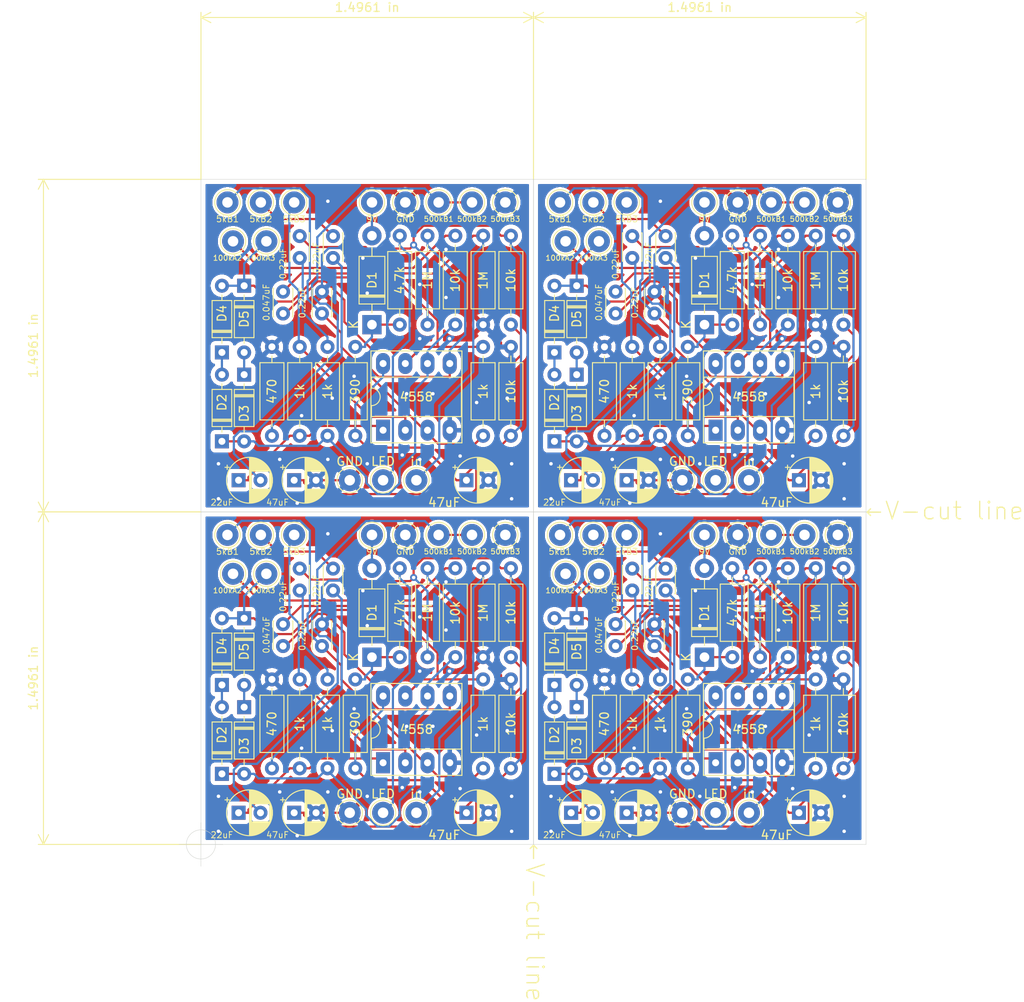
<source format=kicad_pcb>
(kicad_pcb (version 20171130) (host pcbnew "(5.1.5-0-10_14)")
  (layers (0 F.Cu signal) (31 B.Cu signal) (34 B.Paste user) (35 F.Paste user) (36 B.SilkS user hide) (37 F.SilkS user) (38 B.Mask user hide) (39 F.Mask user hide) (44 Edge.Cuts user))
  (net 0 "")
  (net 1 "Net-(9V1-Pad1)")
  (net 2 "Net-(C1-Pad1)")
  (net 3 GND)
  (net 4 "Net-(C3-Pad1)")
  (net 5 "Net-(C4-Pad2)")
  (net 6 "Net-(C4-Pad1)")
  (net 7 "Net-(C5-Pad1)")
  (net 8 "Net-(C6-Pad1)")
  (net 9 "Net-(C6-Pad2)")
  (net 10 "Net-(C7-Pad2)")
  (net 11 "Net-(C7-Pad1)")
  (net 12 "Net-(D1-Pad1)")
  (net 13 "Net-(D2-Pad1)")
  (net 14 "Net-(D2-Pad2)")
  (net 15 "Net-(D3-Pad1)")
  (net 16 "Net-(D4-Pad2)")
  (net 17 "Net-(J2-Pad1)")
  (net 18 "Net-(J6-Pad1)")
  (net 19 "Net-(J10-Pad1)")
  (net 20 "Net-(C2-Pad1)")
  (module TestPoint:TestPoint_THTPad_D2.5mm_Drill1.2mm (layer F.Cu) (at 167.54 125.63)
    (fp_text reference 9V (at 0 1.905) (layer F.SilkS) (effects (font (size 0.7 0.7) (thickness 0.1))))
    (fp_text value Conn_01x01)
    (pad 1 thru_hole circle (at 0 0) (size 2.5 2.5) (drill 1.2) (layers *.Cu *.Mask) (net 1 "Net-(9V1-Pad1)"))
  )
  (module TestPoint:TestPoint_THTPad_D2.5mm_Drill1.2mm (layer F.Cu) (at 129.54 125.63)
    (fp_text reference 9V (at 0 1.905) (layer F.SilkS) (effects (font (size 0.7 0.7) (thickness 0.1))))
    (fp_text value Conn_01x01)
    (pad 1 thru_hole circle (at 0 0) (size 2.5 2.5) (drill 1.2) (layers *.Cu *.Mask) (net 1 "Net-(9V1-Pad1)"))
  )
  (module TestPoint:TestPoint_THTPad_D2.5mm_Drill1.2mm (layer F.Cu) (at 167.54 87.63)
    (fp_text reference 9V (at 0 1.905) (layer F.SilkS) (effects (font (size 0.7 0.7) (thickness 0.1))))
    (fp_text value Conn_01x01)
    (pad 1 thru_hole circle (at 0 0) (size 2.5 2.5) (drill 1.2) (layers *.Cu *.Mask) (net 1 "Net-(9V1-Pad1)"))
  )
  (module Package_DIP:DIP-8_W7.62mm_Socket_LongPads (layer F.Cu) (at 168.81 151.665 90)
    (fp_text reference 4558 (at 3.81 3.81 180) (layer F.SilkS))
    (fp_text value RC4558)
    (pad 8 thru_hole oval (at 7.62 0 90) (size 2.4 1.6) (drill 0.8) (layers *.Cu *.Mask) (net 2 "Net-(C1-Pad1)"))
    (pad 4 thru_hole oval (at 0 7.62 90) (size 2.4 1.6) (drill 0.8) (layers *.Cu *.Mask) (net 3 GND))
    (pad 7 thru_hole oval (at 7.62 2.54 90) (size 2.4 1.6) (drill 0.8) (layers *.Cu *.Mask) (net 16 "Net-(D4-Pad2)"))
    (pad 3 thru_hole oval (at 0 5.08 90) (size 2.4 1.6) (drill 0.8) (layers *.Cu *.Mask) (net 7 "Net-(C5-Pad1)"))
    (pad 6 thru_hole oval (at 7.62 5.08 90) (size 2.4 1.6) (drill 0.8) (layers *.Cu *.Mask) (net 13 "Net-(D2-Pad1)"))
    (pad 2 thru_hole oval (at 0 2.54 90) (size 2.4 1.6) (drill 0.8) (layers *.Cu *.Mask) (net 18 "Net-(J6-Pad1)"))
    (pad 5 thru_hole oval (at 7.62 7.62 90) (size 2.4 1.6) (drill 0.8) (layers *.Cu *.Mask) (net 6 "Net-(C4-Pad1)"))
    (pad 1 thru_hole rect (at 0 0 90) (size 2.4 1.6) (drill 0.8) (layers *.Cu *.Mask) (net 8 "Net-(C6-Pad1)"))
  )
  (module Package_DIP:DIP-8_W7.62mm_Socket_LongPads (layer F.Cu) (at 130.81 151.665 90)
    (fp_text reference 4558 (at 3.81 3.81 180) (layer F.SilkS))
    (fp_text value RC4558)
    (pad 8 thru_hole oval (at 7.62 0 90) (size 2.4 1.6) (drill 0.8) (layers *.Cu *.Mask) (net 2 "Net-(C1-Pad1)"))
    (pad 4 thru_hole oval (at 0 7.62 90) (size 2.4 1.6) (drill 0.8) (layers *.Cu *.Mask) (net 3 GND))
    (pad 7 thru_hole oval (at 7.62 2.54 90) (size 2.4 1.6) (drill 0.8) (layers *.Cu *.Mask) (net 16 "Net-(D4-Pad2)"))
    (pad 3 thru_hole oval (at 0 5.08 90) (size 2.4 1.6) (drill 0.8) (layers *.Cu *.Mask) (net 7 "Net-(C5-Pad1)"))
    (pad 6 thru_hole oval (at 7.62 5.08 90) (size 2.4 1.6) (drill 0.8) (layers *.Cu *.Mask) (net 13 "Net-(D2-Pad1)"))
    (pad 2 thru_hole oval (at 0 2.54 90) (size 2.4 1.6) (drill 0.8) (layers *.Cu *.Mask) (net 18 "Net-(J6-Pad1)"))
    (pad 5 thru_hole oval (at 7.62 7.62 90) (size 2.4 1.6) (drill 0.8) (layers *.Cu *.Mask) (net 6 "Net-(C4-Pad1)"))
    (pad 1 thru_hole rect (at 0 0 90) (size 2.4 1.6) (drill 0.8) (layers *.Cu *.Mask) (net 8 "Net-(C6-Pad1)"))
  )
  (module Package_DIP:DIP-8_W7.62mm_Socket_LongPads (layer F.Cu) (at 168.81 113.665 90)
    (fp_text reference 4558 (at 3.81 3.81 180) (layer F.SilkS))
    (fp_text value RC4558)
    (pad 8 thru_hole oval (at 7.62 0 90) (size 2.4 1.6) (drill 0.8) (layers *.Cu *.Mask) (net 2 "Net-(C1-Pad1)"))
    (pad 4 thru_hole oval (at 0 7.62 90) (size 2.4 1.6) (drill 0.8) (layers *.Cu *.Mask) (net 3 GND))
    (pad 7 thru_hole oval (at 7.62 2.54 90) (size 2.4 1.6) (drill 0.8) (layers *.Cu *.Mask) (net 16 "Net-(D4-Pad2)"))
    (pad 3 thru_hole oval (at 0 5.08 90) (size 2.4 1.6) (drill 0.8) (layers *.Cu *.Mask) (net 7 "Net-(C5-Pad1)"))
    (pad 6 thru_hole oval (at 7.62 5.08 90) (size 2.4 1.6) (drill 0.8) (layers *.Cu *.Mask) (net 13 "Net-(D2-Pad1)"))
    (pad 2 thru_hole oval (at 0 2.54 90) (size 2.4 1.6) (drill 0.8) (layers *.Cu *.Mask) (net 18 "Net-(J6-Pad1)"))
    (pad 5 thru_hole oval (at 7.62 7.62 90) (size 2.4 1.6) (drill 0.8) (layers *.Cu *.Mask) (net 6 "Net-(C4-Pad1)"))
    (pad 1 thru_hole rect (at 0 0 90) (size 2.4 1.6) (drill 0.8) (layers *.Cu *.Mask) (net 8 "Net-(C6-Pad1)"))
  )
  (module Resistor_THT:R_Axial_DIN0207_L6.3mm_D2.5mm_P10.16mm_Horizontal (layer F.Cu) (at 170.715 139.6 90)
    (fp_text reference 4.7k (at 5.08 0 90) (layer F.SilkS))
    (fp_text value R)
    (pad 1 thru_hole circle (at 0 0 90) (size 1.6 1.6) (drill 0.8) (layers *.Cu *.Mask) (net 12 "Net-(D1-Pad1)"))
    (pad 2 thru_hole oval (at 10.16 0 90) (size 1.6 1.6) (drill 0.8) (layers *.Cu *.Mask) (net 19 "Net-(J10-Pad1)"))
  )
  (module Resistor_THT:R_Axial_DIN0207_L6.3mm_D2.5mm_P10.16mm_Horizontal (layer F.Cu) (at 132.715 139.6 90)
    (fp_text reference 4.7k (at 5.08 0 90) (layer F.SilkS))
    (fp_text value R)
    (pad 1 thru_hole circle (at 0 0 90) (size 1.6 1.6) (drill 0.8) (layers *.Cu *.Mask) (net 12 "Net-(D1-Pad1)"))
    (pad 2 thru_hole oval (at 10.16 0 90) (size 1.6 1.6) (drill 0.8) (layers *.Cu *.Mask) (net 19 "Net-(J10-Pad1)"))
  )
  (module Resistor_THT:R_Axial_DIN0207_L6.3mm_D2.5mm_P10.16mm_Horizontal (layer F.Cu) (at 170.715 101.6 90)
    (fp_text reference 4.7k (at 5.08 0 90) (layer F.SilkS))
    (fp_text value R)
    (pad 1 thru_hole circle (at 0 0 90) (size 1.6 1.6) (drill 0.8) (layers *.Cu *.Mask) (net 12 "Net-(D1-Pad1)"))
    (pad 2 thru_hole oval (at 10.16 0 90) (size 1.6 1.6) (drill 0.8) (layers *.Cu *.Mask) (net 19 "Net-(J10-Pad1)"))
  )
  (module Resistor_THT:R_Axial_DIN0207_L6.3mm_D2.5mm_P10.16mm_Horizontal (layer F.Cu) (at 156.11 142.14 270)
    (fp_text reference 470 (at 5.08 0 90) (layer F.SilkS))
    (fp_text value 470)
    (pad 2 thru_hole oval (at 10.16 0 270) (size 1.6 1.6) (drill 0.8) (layers *.Cu *.Mask) (net 11 "Net-(C7-Pad1)"))
    (pad 1 thru_hole circle (at 0 0 270) (size 1.6 1.6) (drill 0.8) (layers *.Cu *.Mask) (net 3 GND))
  )
  (module Resistor_THT:R_Axial_DIN0207_L6.3mm_D2.5mm_P10.16mm_Horizontal (layer F.Cu) (at 118.11 142.14 270)
    (fp_text reference 470 (at 5.08 0 90) (layer F.SilkS))
    (fp_text value 470)
    (pad 2 thru_hole oval (at 10.16 0 270) (size 1.6 1.6) (drill 0.8) (layers *.Cu *.Mask) (net 11 "Net-(C7-Pad1)"))
    (pad 1 thru_hole circle (at 0 0 270) (size 1.6 1.6) (drill 0.8) (layers *.Cu *.Mask) (net 3 GND))
  )
  (module Resistor_THT:R_Axial_DIN0207_L6.3mm_D2.5mm_P10.16mm_Horizontal (layer F.Cu) (at 156.11 104.14 270)
    (fp_text reference 470 (at 5.08 0 90) (layer F.SilkS))
    (fp_text value 470)
    (pad 2 thru_hole oval (at 10.16 0 270) (size 1.6 1.6) (drill 0.8) (layers *.Cu *.Mask) (net 11 "Net-(C7-Pad1)"))
    (pad 1 thru_hole circle (at 0 0 270) (size 1.6 1.6) (drill 0.8) (layers *.Cu *.Mask) (net 3 GND))
  )
  (module Resistor_THT:R_Axial_DIN0207_L6.3mm_D2.5mm_P10.16mm_Horizontal (layer F.Cu) (at 159.285 142.14 270)
    (fp_text reference 1k (at 5.08 0 90) (layer F.SilkS))
    (fp_text value 1k)
    (pad 1 thru_hole circle (at 0 0 270) (size 1.6 1.6) (drill 0.8) (layers *.Cu *.Mask) (net 18 "Net-(J6-Pad1)"))
    (pad 2 thru_hole oval (at 10.16 0 270) (size 1.6 1.6) (drill 0.8) (layers *.Cu *.Mask) (net 8 "Net-(C6-Pad1)"))
  )
  (module Resistor_THT:R_Axial_DIN0207_L6.3mm_D2.5mm_P10.16mm_Horizontal (layer F.Cu) (at 121.285 142.14 270)
    (fp_text reference 1k (at 5.08 0 90) (layer F.SilkS))
    (fp_text value 1k)
    (pad 1 thru_hole circle (at 0 0 270) (size 1.6 1.6) (drill 0.8) (layers *.Cu *.Mask) (net 18 "Net-(J6-Pad1)"))
    (pad 2 thru_hole oval (at 10.16 0 270) (size 1.6 1.6) (drill 0.8) (layers *.Cu *.Mask) (net 8 "Net-(C6-Pad1)"))
  )
  (module Resistor_THT:R_Axial_DIN0207_L6.3mm_D2.5mm_P10.16mm_Horizontal (layer F.Cu) (at 159.285 104.14 270)
    (fp_text reference 1k (at 5.08 0 90) (layer F.SilkS))
    (fp_text value 1k)
    (pad 1 thru_hole circle (at 0 0 270) (size 1.6 1.6) (drill 0.8) (layers *.Cu *.Mask) (net 18 "Net-(J6-Pad1)"))
    (pad 2 thru_hole oval (at 10.16 0 270) (size 1.6 1.6) (drill 0.8) (layers *.Cu *.Mask) (net 8 "Net-(C6-Pad1)"))
  )
  (module Resistor_THT:R_Axial_DIN0207_L6.3mm_D2.5mm_P10.16mm_Horizontal (layer F.Cu) (at 180.24 152.3 90)
    (fp_text reference 1k (at 5.08 0 90) (layer F.SilkS))
    (fp_text value 1k)
    (pad 2 thru_hole oval (at 10.16 0 90) (size 1.6 1.6) (drill 0.8) (layers *.Cu *.Mask) (net 16 "Net-(D4-Pad2)"))
    (pad 1 thru_hole circle (at 0 0 90) (size 1.6 1.6) (drill 0.8) (layers *.Cu *.Mask) (net 7 "Net-(C5-Pad1)"))
  )
  (module Resistor_THT:R_Axial_DIN0207_L6.3mm_D2.5mm_P10.16mm_Horizontal (layer F.Cu) (at 142.24 152.3 90)
    (fp_text reference 1k (at 5.08 0 90) (layer F.SilkS))
    (fp_text value 1k)
    (pad 2 thru_hole oval (at 10.16 0 90) (size 1.6 1.6) (drill 0.8) (layers *.Cu *.Mask) (net 16 "Net-(D4-Pad2)"))
    (pad 1 thru_hole circle (at 0 0 90) (size 1.6 1.6) (drill 0.8) (layers *.Cu *.Mask) (net 7 "Net-(C5-Pad1)"))
  )
  (module Resistor_THT:R_Axial_DIN0207_L6.3mm_D2.5mm_P10.16mm_Horizontal (layer F.Cu) (at 180.24 114.3 90)
    (fp_text reference 1k (at 5.08 0 90) (layer F.SilkS))
    (fp_text value 1k)
    (pad 2 thru_hole oval (at 10.16 0 90) (size 1.6 1.6) (drill 0.8) (layers *.Cu *.Mask) (net 16 "Net-(D4-Pad2)"))
    (pad 1 thru_hole circle (at 0 0 90) (size 1.6 1.6) (drill 0.8) (layers *.Cu *.Mask) (net 7 "Net-(C5-Pad1)"))
  )
  (module Resistor_THT:R_Axial_DIN0207_L6.3mm_D2.5mm_P10.16mm_Horizontal (layer F.Cu) (at 173.89 139.6 90)
    (fp_text reference 1M (at 5.08 0 90) (layer F.SilkS))
    (fp_text value 1M)
    (pad 2 thru_hole oval (at 10.16 0 90) (size 1.6 1.6) (drill 0.8) (layers *.Cu *.Mask) (net 6 "Net-(C4-Pad1)"))
    (pad 1 thru_hole circle (at 0 0 90) (size 1.6 1.6) (drill 0.8) (layers *.Cu *.Mask) (net 20 "Net-(C2-Pad1)"))
  )
  (module Resistor_THT:R_Axial_DIN0207_L6.3mm_D2.5mm_P10.16mm_Horizontal (layer F.Cu) (at 135.89 139.6 90)
    (fp_text reference 1M (at 5.08 0 90) (layer F.SilkS))
    (fp_text value 1M)
    (pad 2 thru_hole oval (at 10.16 0 90) (size 1.6 1.6) (drill 0.8) (layers *.Cu *.Mask) (net 6 "Net-(C4-Pad1)"))
    (pad 1 thru_hole circle (at 0 0 90) (size 1.6 1.6) (drill 0.8) (layers *.Cu *.Mask) (net 20 "Net-(C2-Pad1)"))
  )
  (module Resistor_THT:R_Axial_DIN0207_L6.3mm_D2.5mm_P10.16mm_Horizontal (layer F.Cu) (at 173.89 101.6 90)
    (fp_text reference 1M (at 5.08 0 90) (layer F.SilkS))
    (fp_text value 1M)
    (pad 2 thru_hole oval (at 10.16 0 90) (size 1.6 1.6) (drill 0.8) (layers *.Cu *.Mask) (net 6 "Net-(C4-Pad1)"))
    (pad 1 thru_hole circle (at 0 0 90) (size 1.6 1.6) (drill 0.8) (layers *.Cu *.Mask) (net 20 "Net-(C2-Pad1)"))
  )
  (module Resistor_THT:R_Axial_DIN0207_L6.3mm_D2.5mm_P10.16mm_Horizontal (layer F.Cu) (at 177.065 139.6 90)
    (fp_text reference 10k (at 5.08 0 90) (layer F.SilkS))
    (fp_text value 10k)
    (pad 1 thru_hole circle (at 0 0 90) (size 1.6 1.6) (drill 0.8) (layers *.Cu *.Mask) (net 13 "Net-(D2-Pad1)"))
    (pad 2 thru_hole oval (at 10.16 0 90) (size 1.6 1.6) (drill 0.8) (layers *.Cu *.Mask) (net 17 "Net-(J2-Pad1)"))
  )
  (module Resistor_THT:R_Axial_DIN0207_L6.3mm_D2.5mm_P10.16mm_Horizontal (layer F.Cu) (at 139.065 139.6 90)
    (fp_text reference 10k (at 5.08 0 90) (layer F.SilkS))
    (fp_text value 10k)
    (pad 1 thru_hole circle (at 0 0 90) (size 1.6 1.6) (drill 0.8) (layers *.Cu *.Mask) (net 13 "Net-(D2-Pad1)"))
    (pad 2 thru_hole oval (at 10.16 0 90) (size 1.6 1.6) (drill 0.8) (layers *.Cu *.Mask) (net 17 "Net-(J2-Pad1)"))
  )
  (module Resistor_THT:R_Axial_DIN0207_L6.3mm_D2.5mm_P10.16mm_Horizontal (layer F.Cu) (at 177.065 101.6 90)
    (fp_text reference 10k (at 5.08 0 90) (layer F.SilkS))
    (fp_text value 10k)
    (pad 1 thru_hole circle (at 0 0 90) (size 1.6 1.6) (drill 0.8) (layers *.Cu *.Mask) (net 13 "Net-(D2-Pad1)"))
    (pad 2 thru_hole oval (at 10.16 0 90) (size 1.6 1.6) (drill 0.8) (layers *.Cu *.Mask) (net 17 "Net-(J2-Pad1)"))
  )
  (module Resistor_THT:R_Axial_DIN0207_L6.3mm_D2.5mm_P10.16mm_Horizontal (layer F.Cu) (at 162.46 152.3 90)
    (fp_text reference 1k (at 5.08 0 90) (layer F.SilkS))
    (fp_text value 1k)
    (pad 2 thru_hole oval (at 10.16 0 90) (size 1.6 1.6) (drill 0.8) (layers *.Cu *.Mask) (net 4 "Net-(C3-Pad1)"))
    (pad 1 thru_hole circle (at 0 0 90) (size 1.6 1.6) (drill 0.8) (layers *.Cu *.Mask) (net 13 "Net-(D2-Pad1)"))
  )
  (module Resistor_THT:R_Axial_DIN0207_L6.3mm_D2.5mm_P10.16mm_Horizontal (layer F.Cu) (at 124.46 152.3 90)
    (fp_text reference 1k (at 5.08 0 90) (layer F.SilkS))
    (fp_text value 1k)
    (pad 2 thru_hole oval (at 10.16 0 90) (size 1.6 1.6) (drill 0.8) (layers *.Cu *.Mask) (net 4 "Net-(C3-Pad1)"))
    (pad 1 thru_hole circle (at 0 0 90) (size 1.6 1.6) (drill 0.8) (layers *.Cu *.Mask) (net 13 "Net-(D2-Pad1)"))
  )
  (module Resistor_THT:R_Axial_DIN0207_L6.3mm_D2.5mm_P10.16mm_Horizontal (layer F.Cu) (at 162.46 114.3 90)
    (fp_text reference 1k (at 5.08 0 90) (layer F.SilkS))
    (fp_text value 1k)
    (pad 2 thru_hole oval (at 10.16 0 90) (size 1.6 1.6) (drill 0.8) (layers *.Cu *.Mask) (net 4 "Net-(C3-Pad1)"))
    (pad 1 thru_hole circle (at 0 0 90) (size 1.6 1.6) (drill 0.8) (layers *.Cu *.Mask) (net 13 "Net-(D2-Pad1)"))
  )
  (module Resistor_THT:R_Axial_DIN0207_L6.3mm_D2.5mm_P10.16mm_Horizontal (layer F.Cu) (at 180.24 139.6 90)
    (fp_text reference 1M (at 5.08 0 90) (layer F.SilkS))
    (fp_text value 1M)
    (pad 1 thru_hole circle (at 0 0 90) (size 1.6 1.6) (drill 0.8) (layers *.Cu *.Mask) (net 3 GND))
    (pad 2 thru_hole oval (at 10.16 0 90) (size 1.6 1.6) (drill 0.8) (layers *.Cu *.Mask) (net 5 "Net-(C4-Pad2)"))
  )
  (module Resistor_THT:R_Axial_DIN0207_L6.3mm_D2.5mm_P10.16mm_Horizontal (layer F.Cu) (at 142.24 139.6 90)
    (fp_text reference 1M (at 5.08 0 90) (layer F.SilkS))
    (fp_text value 1M)
    (pad 1 thru_hole circle (at 0 0 90) (size 1.6 1.6) (drill 0.8) (layers *.Cu *.Mask) (net 3 GND))
    (pad 2 thru_hole oval (at 10.16 0 90) (size 1.6 1.6) (drill 0.8) (layers *.Cu *.Mask) (net 5 "Net-(C4-Pad2)"))
  )
  (module Resistor_THT:R_Axial_DIN0207_L6.3mm_D2.5mm_P10.16mm_Horizontal (layer F.Cu) (at 180.24 101.6 90)
    (fp_text reference 1M (at 5.08 0 90) (layer F.SilkS))
    (fp_text value 1M)
    (pad 1 thru_hole circle (at 0 0 90) (size 1.6 1.6) (drill 0.8) (layers *.Cu *.Mask) (net 3 GND))
    (pad 2 thru_hole oval (at 10.16 0 90) (size 1.6 1.6) (drill 0.8) (layers *.Cu *.Mask) (net 5 "Net-(C4-Pad2)"))
  )
  (module Resistor_THT:R_Axial_DIN0207_L6.3mm_D2.5mm_P10.16mm_Horizontal (layer F.Cu) (at 183.415 152.3 90)
    (fp_text reference 10k (at 5.08 0 90) (layer F.SilkS))
    (fp_text value 10k)
    (pad 2 thru_hole oval (at 10.16 0 90) (size 1.6 1.6) (drill 0.8) (layers *.Cu *.Mask) (net 3 GND))
    (pad 1 thru_hole circle (at 0 0 90) (size 1.6 1.6) (drill 0.8) (layers *.Cu *.Mask) (net 20 "Net-(C2-Pad1)"))
  )
  (module Resistor_THT:R_Axial_DIN0207_L6.3mm_D2.5mm_P10.16mm_Horizontal (layer F.Cu) (at 145.415 152.3 90)
    (fp_text reference 10k (at 5.08 0 90) (layer F.SilkS))
    (fp_text value 10k)
    (pad 2 thru_hole oval (at 10.16 0 90) (size 1.6 1.6) (drill 0.8) (layers *.Cu *.Mask) (net 3 GND))
    (pad 1 thru_hole circle (at 0 0 90) (size 1.6 1.6) (drill 0.8) (layers *.Cu *.Mask) (net 20 "Net-(C2-Pad1)"))
  )
  (module Resistor_THT:R_Axial_DIN0207_L6.3mm_D2.5mm_P10.16mm_Horizontal (layer F.Cu) (at 183.415 114.3 90)
    (fp_text reference 10k (at 5.08 0 90) (layer F.SilkS))
    (fp_text value 10k)
    (pad 2 thru_hole oval (at 10.16 0 90) (size 1.6 1.6) (drill 0.8) (layers *.Cu *.Mask) (net 3 GND))
    (pad 1 thru_hole circle (at 0 0 90) (size 1.6 1.6) (drill 0.8) (layers *.Cu *.Mask) (net 20 "Net-(C2-Pad1)"))
  )
  (module Resistor_THT:R_Axial_DIN0207_L6.3mm_D2.5mm_P10.16mm_Horizontal (layer F.Cu) (at 183.415 139.6 90)
    (fp_text reference 10k (at 5.08 0 90) (layer F.SilkS))
    (fp_text value 10k)
    (pad 1 thru_hole circle (at 0 0 90) (size 1.6 1.6) (drill 0.8) (layers *.Cu *.Mask) (net 2 "Net-(C1-Pad1)"))
    (pad 2 thru_hole oval (at 10.16 0 90) (size 1.6 1.6) (drill 0.8) (layers *.Cu *.Mask) (net 20 "Net-(C2-Pad1)"))
  )
  (module Resistor_THT:R_Axial_DIN0207_L6.3mm_D2.5mm_P10.16mm_Horizontal (layer F.Cu) (at 145.415 139.6 90)
    (fp_text reference 10k (at 5.08 0 90) (layer F.SilkS))
    (fp_text value 10k)
    (pad 1 thru_hole circle (at 0 0 90) (size 1.6 1.6) (drill 0.8) (layers *.Cu *.Mask) (net 2 "Net-(C1-Pad1)"))
    (pad 2 thru_hole oval (at 10.16 0 90) (size 1.6 1.6) (drill 0.8) (layers *.Cu *.Mask) (net 20 "Net-(C2-Pad1)"))
  )
  (module Resistor_THT:R_Axial_DIN0207_L6.3mm_D2.5mm_P10.16mm_Horizontal (layer F.Cu) (at 183.415 101.6 90)
    (fp_text reference 10k (at 5.08 0 90) (layer F.SilkS))
    (fp_text value 10k)
    (pad 1 thru_hole circle (at 0 0 90) (size 1.6 1.6) (drill 0.8) (layers *.Cu *.Mask) (net 2 "Net-(C1-Pad1)"))
    (pad 2 thru_hole oval (at 10.16 0 90) (size 1.6 1.6) (drill 0.8) (layers *.Cu *.Mask) (net 20 "Net-(C2-Pad1)"))
  )
  (module Resistor_THT:R_Axial_DIN0207_L6.3mm_D2.5mm_P10.16mm_Horizontal (layer F.Cu) (at 165.635 152.3 90)
    (fp_text reference 390 (at 5.08 0 90) (layer F.SilkS))
    (fp_text value 390)
    (pad 2 thru_hole oval (at 10.16 0 90) (size 1.6 1.6) (drill 0.8) (layers *.Cu *.Mask) (net 12 "Net-(D1-Pad1)"))
    (pad 1 thru_hole circle (at 0 0 90) (size 1.6 1.6) (drill 0.8) (layers *.Cu *.Mask) (net 2 "Net-(C1-Pad1)"))
  )
  (module Resistor_THT:R_Axial_DIN0207_L6.3mm_D2.5mm_P10.16mm_Horizontal (layer F.Cu) (at 127.635 152.3 90)
    (fp_text reference 390 (at 5.08 0 90) (layer F.SilkS))
    (fp_text value 390)
    (pad 2 thru_hole oval (at 10.16 0 90) (size 1.6 1.6) (drill 0.8) (layers *.Cu *.Mask) (net 12 "Net-(D1-Pad1)"))
    (pad 1 thru_hole circle (at 0 0 90) (size 1.6 1.6) (drill 0.8) (layers *.Cu *.Mask) (net 2 "Net-(C1-Pad1)"))
  )
  (module Resistor_THT:R_Axial_DIN0207_L6.3mm_D2.5mm_P10.16mm_Horizontal (layer F.Cu) (at 165.635 114.3 90)
    (fp_text reference 390 (at 5.08 0 90) (layer F.SilkS))
    (fp_text value 390)
    (pad 2 thru_hole oval (at 10.16 0 90) (size 1.6 1.6) (drill 0.8) (layers *.Cu *.Mask) (net 12 "Net-(D1-Pad1)"))
    (pad 1 thru_hole circle (at 0 0 90) (size 1.6 1.6) (drill 0.8) (layers *.Cu *.Mask) (net 2 "Net-(C1-Pad1)"))
  )
  (module TestPoint:TestPoint_THTPad_D2.5mm_Drill1.2mm (layer F.Cu) (at 171.35 125.63)
    (fp_text reference GND (at 0 1.905) (layer F.SilkS) (effects (font (size 0.7 0.7) (thickness 0.1))))
    (fp_text value in_GND)
    (pad 1 thru_hole circle (at 0 0) (size 2.5 2.5) (drill 1.2) (layers *.Cu *.Mask) (net 3 GND))
  )
  (module TestPoint:TestPoint_THTPad_D2.5mm_Drill1.2mm (layer F.Cu) (at 133.35 125.63)
    (fp_text reference GND (at 0 1.905) (layer F.SilkS) (effects (font (size 0.7 0.7) (thickness 0.1))))
    (fp_text value in_GND)
    (pad 1 thru_hole circle (at 0 0) (size 2.5 2.5) (drill 1.2) (layers *.Cu *.Mask) (net 3 GND))
  )
  (module TestPoint:TestPoint_THTPad_D2.5mm_Drill1.2mm (layer F.Cu) (at 171.35 87.63)
    (fp_text reference GND (at 0 1.905) (layer F.SilkS) (effects (font (size 0.7 0.7) (thickness 0.1))))
    (fp_text value in_GND)
    (pad 1 thru_hole circle (at 0 0) (size 2.5 2.5) (drill 1.2) (layers *.Cu *.Mask) (net 3 GND))
  )
  (module TestPoint:TestPoint_THTPad_D2.5mm_Drill1.2mm (layer F.Cu) (at 165 157.38)
    (fp_text reference GND (at 0 -2.148) (layer F.SilkS))
    (fp_text value in_GND)
    (pad 1 thru_hole circle (at 0 0) (size 2.5 2.5) (drill 1.2) (layers *.Cu *.Mask) (net 3 GND))
  )
  (module TestPoint:TestPoint_THTPad_D2.5mm_Drill1.2mm (layer F.Cu) (at 127 157.38)
    (fp_text reference GND (at 0 -2.148) (layer F.SilkS))
    (fp_text value in_GND)
    (pad 1 thru_hole circle (at 0 0) (size 2.5 2.5) (drill 1.2) (layers *.Cu *.Mask) (net 3 GND))
  )
  (module TestPoint:TestPoint_THTPad_D2.5mm_Drill1.2mm (layer F.Cu) (at 165 119.38)
    (fp_text reference GND (at 0 -2.148) (layer F.SilkS))
    (fp_text value in_GND)
    (pad 1 thru_hole circle (at 0 0) (size 2.5 2.5) (drill 1.2) (layers *.Cu *.Mask) (net 3 GND))
  )
  (module TestPoint:TestPoint_THTPad_D2.5mm_Drill1.2mm (layer F.Cu) (at 168.81 157.38)
    (fp_text reference LED (at 0 -2.148) (layer F.SilkS))
    (fp_text value LED1)
    (pad 1 thru_hole circle (at 0 0) (size 2.5 2.5) (drill 1.2) (layers *.Cu *.Mask) (net 19 "Net-(J10-Pad1)"))
  )
  (module TestPoint:TestPoint_THTPad_D2.5mm_Drill1.2mm (layer F.Cu) (at 130.81 157.38)
    (fp_text reference LED (at 0 -2.148) (layer F.SilkS))
    (fp_text value LED1)
    (pad 1 thru_hole circle (at 0 0) (size 2.5 2.5) (drill 1.2) (layers *.Cu *.Mask) (net 19 "Net-(J10-Pad1)"))
  )
  (module TestPoint:TestPoint_THTPad_D2.5mm_Drill1.2mm (layer F.Cu) (at 168.81 119.38)
    (fp_text reference LED (at 0 -2.148) (layer F.SilkS))
    (fp_text value LED1)
    (pad 1 thru_hole circle (at 0 0) (size 2.5 2.5) (drill 1.2) (layers *.Cu *.Mask) (net 19 "Net-(J10-Pad1)"))
  )
  (module TestPoint:TestPoint_THTPad_D2.5mm_Drill1.2mm (layer F.Cu) (at 182.78 125.63)
    (fp_text reference 500kB3 (at 0 1.905) (layer F.SilkS) (effects (font (size 0.6 0.6) (thickness 0.1))))
    (fp_text value Vol500B3)
    (pad 1 thru_hole circle (at 0 0) (size 2.5 2.5) (drill 1.2) (layers *.Cu *.Mask) (net 3 GND))
  )
  (module TestPoint:TestPoint_THTPad_D2.5mm_Drill1.2mm (layer F.Cu) (at 144.78 125.63)
    (fp_text reference 500kB3 (at 0 1.905) (layer F.SilkS) (effects (font (size 0.6 0.6) (thickness 0.1))))
    (fp_text value Vol500B3)
    (pad 1 thru_hole circle (at 0 0) (size 2.5 2.5) (drill 1.2) (layers *.Cu *.Mask) (net 3 GND))
  )
  (module TestPoint:TestPoint_THTPad_D2.5mm_Drill1.2mm (layer F.Cu) (at 182.78 87.63)
    (fp_text reference 500kB3 (at 0 1.905) (layer F.SilkS) (effects (font (size 0.6 0.6) (thickness 0.1))))
    (fp_text value Vol500B3)
    (pad 1 thru_hole circle (at 0 0) (size 2.5 2.5) (drill 1.2) (layers *.Cu *.Mask) (net 3 GND))
  )
  (module TestPoint:TestPoint_THTPad_D2.5mm_Drill1.2mm (layer F.Cu) (at 178.97 125.63)
    (fp_text reference 500kB2 (at 0 1.905) (layer F.SilkS) (effects (font (size 0.6 0.6) (thickness 0.1))))
    (fp_text value Vol500B2_OUT)
    (pad 1 thru_hole circle (at 0 0) (size 2.5 2.5) (drill 1.2) (layers *.Cu *.Mask) (net 9 "Net-(C6-Pad2)"))
  )
  (module TestPoint:TestPoint_THTPad_D2.5mm_Drill1.2mm (layer F.Cu) (at 140.97 125.63)
    (fp_text reference 500kB2 (at 0 1.905) (layer F.SilkS) (effects (font (size 0.6 0.6) (thickness 0.1))))
    (fp_text value Vol500B2_OUT)
    (pad 1 thru_hole circle (at 0 0) (size 2.5 2.5) (drill 1.2) (layers *.Cu *.Mask) (net 9 "Net-(C6-Pad2)"))
  )
  (module TestPoint:TestPoint_THTPad_D2.5mm_Drill1.2mm (layer F.Cu) (at 178.97 87.63)
    (fp_text reference 500kB2 (at 0 1.905) (layer F.SilkS) (effects (font (size 0.6 0.6) (thickness 0.1))))
    (fp_text value Vol500B2_OUT)
    (pad 1 thru_hole circle (at 0 0) (size 2.5 2.5) (drill 1.2) (layers *.Cu *.Mask) (net 9 "Net-(C6-Pad2)"))
  )
  (module TestPoint:TestPoint_THTPad_D2.5mm_Drill1.2mm (layer F.Cu) (at 175.16 125.63)
    (fp_text reference 500kB1 (at 0 1.905) (layer F.SilkS) (effects (font (size 0.6 0.6) (thickness 0.1))))
    (fp_text value Vol500B1)
    (pad 1 thru_hole circle (at 0 0) (size 2.5 2.5) (drill 1.2) (layers *.Cu *.Mask) (net 9 "Net-(C6-Pad2)"))
  )
  (module TestPoint:TestPoint_THTPad_D2.5mm_Drill1.2mm (layer F.Cu) (at 137.16 125.63)
    (fp_text reference 500kB1 (at 0 1.905) (layer F.SilkS) (effects (font (size 0.6 0.6) (thickness 0.1))))
    (fp_text value Vol500B1)
    (pad 1 thru_hole circle (at 0 0) (size 2.5 2.5) (drill 1.2) (layers *.Cu *.Mask) (net 9 "Net-(C6-Pad2)"))
  )
  (module TestPoint:TestPoint_THTPad_D2.5mm_Drill1.2mm (layer F.Cu) (at 175.16 87.63)
    (fp_text reference 500kB1 (at 0 1.905) (layer F.SilkS) (effects (font (size 0.6 0.6) (thickness 0.1))))
    (fp_text value Vol500B1)
    (pad 1 thru_hole circle (at 0 0) (size 2.5 2.5) (drill 1.2) (layers *.Cu *.Mask) (net 9 "Net-(C6-Pad2)"))
  )
  (module TestPoint:TestPoint_THTPad_D2.5mm_Drill1.2mm (layer F.Cu) (at 158.65 125.63)
    (fp_text reference 5kB3 (at 0 1.905) (layer F.SilkS) (effects (font (size 0.7 0.7) (thickness 0.1))))
    (fp_text value Tone_5kB3)
    (pad 1 thru_hole circle (at 0 0) (size 2.5 2.5) (drill 1.2) (layers *.Cu *.Mask) (net 18 "Net-(J6-Pad1)"))
  )
  (module TestPoint:TestPoint_THTPad_D2.5mm_Drill1.2mm (layer F.Cu) (at 120.65 125.63)
    (fp_text reference 5kB3 (at 0 1.905) (layer F.SilkS) (effects (font (size 0.7 0.7) (thickness 0.1))))
    (fp_text value Tone_5kB3)
    (pad 1 thru_hole circle (at 0 0) (size 2.5 2.5) (drill 1.2) (layers *.Cu *.Mask) (net 18 "Net-(J6-Pad1)"))
  )
  (module TestPoint:TestPoint_THTPad_D2.5mm_Drill1.2mm (layer F.Cu) (at 158.65 87.63)
    (fp_text reference 5kB3 (at 0 1.905) (layer F.SilkS) (effects (font (size 0.7 0.7) (thickness 0.1))))
    (fp_text value Tone_5kB3)
    (pad 1 thru_hole circle (at 0 0) (size 2.5 2.5) (drill 1.2) (layers *.Cu *.Mask) (net 18 "Net-(J6-Pad1)"))
  )
  (module TestPoint:TestPoint_THTPad_D2.5mm_Drill1.2mm (layer F.Cu) (at 154.84 125.63)
    (fp_text reference 5kB2 (at 0 1.905) (layer F.SilkS) (effects (font (size 0.7 0.7) (thickness 0.1))))
    (fp_text value Tone_5kB2)
    (pad 1 thru_hole circle (at 0 0) (size 2.5 2.5) (drill 1.2) (layers *.Cu *.Mask) (net 10 "Net-(C7-Pad2)"))
  )
  (module TestPoint:TestPoint_THTPad_D2.5mm_Drill1.2mm (layer F.Cu) (at 116.84 125.63)
    (fp_text reference 5kB2 (at 0 1.905) (layer F.SilkS) (effects (font (size 0.7 0.7) (thickness 0.1))))
    (fp_text value Tone_5kB2)
    (pad 1 thru_hole circle (at 0 0) (size 2.5 2.5) (drill 1.2) (layers *.Cu *.Mask) (net 10 "Net-(C7-Pad2)"))
  )
  (module TestPoint:TestPoint_THTPad_D2.5mm_Drill1.2mm (layer F.Cu) (at 154.84 87.63)
    (fp_text reference 5kB2 (at 0 1.905) (layer F.SilkS) (effects (font (size 0.7 0.7) (thickness 0.1))))
    (fp_text value Tone_5kB2)
    (pad 1 thru_hole circle (at 0 0) (size 2.5 2.5) (drill 1.2) (layers *.Cu *.Mask) (net 10 "Net-(C7-Pad2)"))
  )
  (module TestPoint:TestPoint_THTPad_D2.5mm_Drill1.2mm (layer F.Cu) (at 151.03 125.63)
    (fp_text reference 5kB1 (at 0 1.905) (layer F.SilkS) (effects (font (size 0.7 0.7) (thickness 0.1))))
    (fp_text value Tone_5kB1)
    (pad 1 thru_hole circle (at 0 0) (size 2.5 2.5) (drill 1.2) (layers *.Cu *.Mask) (net 7 "Net-(C5-Pad1)"))
  )
  (module TestPoint:TestPoint_THTPad_D2.5mm_Drill1.2mm (layer F.Cu) (at 113.03 125.63)
    (fp_text reference 5kB1 (at 0 1.905) (layer F.SilkS) (effects (font (size 0.7 0.7) (thickness 0.1))))
    (fp_text value Tone_5kB1)
    (pad 1 thru_hole circle (at 0 0) (size 2.5 2.5) (drill 1.2) (layers *.Cu *.Mask) (net 7 "Net-(C5-Pad1)"))
  )
  (module TestPoint:TestPoint_THTPad_D2.5mm_Drill1.2mm (layer F.Cu) (at 151.03 87.63)
    (fp_text reference 5kB1 (at 0 1.905) (layer F.SilkS) (effects (font (size 0.7 0.7) (thickness 0.1))))
    (fp_text value Tone_5kB1)
    (pad 1 thru_hole circle (at 0 0) (size 2.5 2.5) (drill 1.2) (layers *.Cu *.Mask) (net 7 "Net-(C5-Pad1)"))
  )
  (module TestPoint:TestPoint_THTPad_D2.5mm_Drill1.2mm (layer F.Cu) (at 155.475 130.075)
    (fp_text reference 100kA3 (at -0.635 1.905) (layer F.SilkS) (effects (font (size 0.6 0.6) (thickness 0.1))))
    (fp_text value Drive100k3)
    (pad 1 thru_hole circle (at 0 0) (size 2.5 2.5) (drill 1.2) (layers *.Cu *.Mask) (net 16 "Net-(D4-Pad2)"))
  )
  (module TestPoint:TestPoint_THTPad_D2.5mm_Drill1.2mm (layer F.Cu) (at 117.475 130.075)
    (fp_text reference 100kA3 (at -0.635 1.905) (layer F.SilkS) (effects (font (size 0.6 0.6) (thickness 0.1))))
    (fp_text value Drive100k3)
    (pad 1 thru_hole circle (at 0 0) (size 2.5 2.5) (drill 1.2) (layers *.Cu *.Mask) (net 16 "Net-(D4-Pad2)"))
  )
  (module TestPoint:TestPoint_THTPad_D2.5mm_Drill1.2mm (layer F.Cu) (at 155.475 92.075)
    (fp_text reference 100kA3 (at -0.635 1.905) (layer F.SilkS) (effects (font (size 0.6 0.6) (thickness 0.1))))
    (fp_text value Drive100k3)
    (pad 1 thru_hole circle (at 0 0) (size 2.5 2.5) (drill 1.2) (layers *.Cu *.Mask) (net 16 "Net-(D4-Pad2)"))
  )
  (module TestPoint:TestPoint_THTPad_D2.5mm_Drill1.2mm (layer F.Cu) (at 151.665 130.075)
    (fp_text reference 100kA2 (at -0.635 1.905) (layer F.SilkS) (effects (font (size 0.6 0.6) (thickness 0.1))))
    (fp_text value Drive100k1_2)
    (pad 1 thru_hole circle (at 0 0) (size 2.5 2.5) (drill 1.2) (layers *.Cu *.Mask) (net 17 "Net-(J2-Pad1)"))
  )
  (module TestPoint:TestPoint_THTPad_D2.5mm_Drill1.2mm (layer F.Cu) (at 113.665 130.075)
    (fp_text reference 100kA2 (at -0.635 1.905) (layer F.SilkS) (effects (font (size 0.6 0.6) (thickness 0.1))))
    (fp_text value Drive100k1_2)
    (pad 1 thru_hole circle (at 0 0) (size 2.5 2.5) (drill 1.2) (layers *.Cu *.Mask) (net 17 "Net-(J2-Pad1)"))
  )
  (module TestPoint:TestPoint_THTPad_D2.5mm_Drill1.2mm (layer F.Cu) (at 151.665 92.075)
    (fp_text reference 100kA2 (at -0.635 1.905) (layer F.SilkS) (effects (font (size 0.6 0.6) (thickness 0.1))))
    (fp_text value Drive100k1_2)
    (pad 1 thru_hole circle (at 0 0) (size 2.5 2.5) (drill 1.2) (layers *.Cu *.Mask) (net 17 "Net-(J2-Pad1)"))
  )
  (module TestPoint:TestPoint_THTPad_D2.5mm_Drill1.2mm (layer F.Cu) (at 172.62 157.38)
    (fp_text reference in (at 0 -2.148) (layer F.SilkS))
    (fp_text value in)
    (pad 1 thru_hole circle (at 0 0) (size 2.5 2.5) (drill 1.2) (layers *.Cu *.Mask) (net 5 "Net-(C4-Pad2)"))
  )
  (module TestPoint:TestPoint_THTPad_D2.5mm_Drill1.2mm (layer F.Cu) (at 134.62 157.38)
    (fp_text reference in (at 0 -2.148) (layer F.SilkS))
    (fp_text value in)
    (pad 1 thru_hole circle (at 0 0) (size 2.5 2.5) (drill 1.2) (layers *.Cu *.Mask) (net 5 "Net-(C4-Pad2)"))
  )
  (module TestPoint:TestPoint_THTPad_D2.5mm_Drill1.2mm (layer F.Cu) (at 172.62 119.38)
    (fp_text reference in (at 0 -2.148) (layer F.SilkS))
    (fp_text value in)
    (pad 1 thru_hole circle (at 0 0) (size 2.5 2.5) (drill 1.2) (layers *.Cu *.Mask) (net 5 "Net-(C4-Pad2)"))
  )
  (module Diode_THT:D_DO-35_SOD27_P7.62mm_Horizontal (layer F.Cu) (at 152.935 135.155 270)
    (fp_text reference D5 (at 3.81 0 90) (layer F.SilkS))
    (fp_text value 1N4148)
    (pad 2 thru_hole oval (at 7.62 0 270) (size 1.6 1.6) (drill 0.8) (layers *.Cu *.Mask) (net 15 "Net-(D3-Pad1)"))
    (pad 1 thru_hole rect (at 0 0 270) (size 1.6 1.6) (drill 0.8) (layers *.Cu *.Mask) (net 16 "Net-(D4-Pad2)"))
  )
  (module Diode_THT:D_DO-35_SOD27_P7.62mm_Horizontal (layer F.Cu) (at 114.935 135.155 270)
    (fp_text reference D5 (at 3.81 0 90) (layer F.SilkS))
    (fp_text value 1N4148)
    (pad 2 thru_hole oval (at 7.62 0 270) (size 1.6 1.6) (drill 0.8) (layers *.Cu *.Mask) (net 15 "Net-(D3-Pad1)"))
    (pad 1 thru_hole rect (at 0 0 270) (size 1.6 1.6) (drill 0.8) (layers *.Cu *.Mask) (net 16 "Net-(D4-Pad2)"))
  )
  (module Diode_THT:D_DO-35_SOD27_P7.62mm_Horizontal (layer F.Cu) (at 152.935 97.155 270)
    (fp_text reference D5 (at 3.81 0 90) (layer F.SilkS))
    (fp_text value 1N4148)
    (pad 2 thru_hole oval (at 7.62 0 270) (size 1.6 1.6) (drill 0.8) (layers *.Cu *.Mask) (net 15 "Net-(D3-Pad1)"))
    (pad 1 thru_hole rect (at 0 0 270) (size 1.6 1.6) (drill 0.8) (layers *.Cu *.Mask) (net 16 "Net-(D4-Pad2)"))
  )
  (module Diode_THT:D_DO-35_SOD27_P7.62mm_Horizontal (layer F.Cu) (at 150.395 142.775 90)
    (fp_text reference D4 (at 4.445 0 90) (layer F.SilkS))
    (fp_text value 1N4148)
    (pad 2 thru_hole oval (at 7.62 0 90) (size 1.6 1.6) (drill 0.8) (layers *.Cu *.Mask) (net 16 "Net-(D4-Pad2)"))
    (pad 1 thru_hole rect (at 0 0 90) (size 1.6 1.6) (drill 0.8) (layers *.Cu *.Mask) (net 14 "Net-(D2-Pad2)"))
  )
  (module Diode_THT:D_DO-35_SOD27_P7.62mm_Horizontal (layer F.Cu) (at 112.395 142.775 90)
    (fp_text reference D4 (at 4.445 0 90) (layer F.SilkS))
    (fp_text value 1N4148)
    (pad 2 thru_hole oval (at 7.62 0 90) (size 1.6 1.6) (drill 0.8) (layers *.Cu *.Mask) (net 16 "Net-(D4-Pad2)"))
    (pad 1 thru_hole rect (at 0 0 90) (size 1.6 1.6) (drill 0.8) (layers *.Cu *.Mask) (net 14 "Net-(D2-Pad2)"))
  )
  (module Diode_THT:D_DO-35_SOD27_P7.62mm_Horizontal (layer F.Cu) (at 150.395 104.775 90)
    (fp_text reference D4 (at 4.445 0 90) (layer F.SilkS))
    (fp_text value 1N4148)
    (pad 2 thru_hole oval (at 7.62 0 90) (size 1.6 1.6) (drill 0.8) (layers *.Cu *.Mask) (net 16 "Net-(D4-Pad2)"))
    (pad 1 thru_hole rect (at 0 0 90) (size 1.6 1.6) (drill 0.8) (layers *.Cu *.Mask) (net 14 "Net-(D2-Pad2)"))
  )
  (module Diode_THT:D_DO-35_SOD27_P7.62mm_Horizontal (layer F.Cu) (at 152.935 145.315 270)
    (fp_text reference D3 (at 4.445 0 90) (layer F.SilkS))
    (fp_text value 1N4148)
    (pad 1 thru_hole rect (at 0 0 270) (size 1.6 1.6) (drill 0.8) (layers *.Cu *.Mask) (net 15 "Net-(D3-Pad1)"))
    (pad 2 thru_hole oval (at 7.62 0 270) (size 1.6 1.6) (drill 0.8) (layers *.Cu *.Mask) (net 13 "Net-(D2-Pad1)"))
  )
  (module Diode_THT:D_DO-35_SOD27_P7.62mm_Horizontal (layer F.Cu) (at 114.935 145.315 270)
    (fp_text reference D3 (at 4.445 0 90) (layer F.SilkS))
    (fp_text value 1N4148)
    (pad 1 thru_hole rect (at 0 0 270) (size 1.6 1.6) (drill 0.8) (layers *.Cu *.Mask) (net 15 "Net-(D3-Pad1)"))
    (pad 2 thru_hole oval (at 7.62 0 270) (size 1.6 1.6) (drill 0.8) (layers *.Cu *.Mask) (net 13 "Net-(D2-Pad1)"))
  )
  (module Diode_THT:D_DO-35_SOD27_P7.62mm_Horizontal (layer F.Cu) (at 152.935 107.315 270)
    (fp_text reference D3 (at 4.445 0 90) (layer F.SilkS))
    (fp_text value 1N4148)
    (pad 1 thru_hole rect (at 0 0 270) (size 1.6 1.6) (drill 0.8) (layers *.Cu *.Mask) (net 15 "Net-(D3-Pad1)"))
    (pad 2 thru_hole oval (at 7.62 0 270) (size 1.6 1.6) (drill 0.8) (layers *.Cu *.Mask) (net 13 "Net-(D2-Pad1)"))
  )
  (module Diode_THT:D_DO-35_SOD27_P7.62mm_Horizontal (layer F.Cu) (at 150.395 152.935 90)
    (fp_text reference D2 (at 4.445 0 90) (layer F.SilkS))
    (fp_text value 1N4148)
    (pad 1 thru_hole rect (at 0 0 90) (size 1.6 1.6) (drill 0.8) (layers *.Cu *.Mask) (net 13 "Net-(D2-Pad1)"))
    (pad 2 thru_hole oval (at 7.62 0 90) (size 1.6 1.6) (drill 0.8) (layers *.Cu *.Mask) (net 14 "Net-(D2-Pad2)"))
  )
  (module Diode_THT:D_DO-35_SOD27_P7.62mm_Horizontal (layer F.Cu) (at 112.395 152.935 90)
    (fp_text reference D2 (at 4.445 0 90) (layer F.SilkS))
    (fp_text value 1N4148)
    (pad 1 thru_hole rect (at 0 0 90) (size 1.6 1.6) (drill 0.8) (layers *.Cu *.Mask) (net 13 "Net-(D2-Pad1)"))
    (pad 2 thru_hole oval (at 7.62 0 90) (size 1.6 1.6) (drill 0.8) (layers *.Cu *.Mask) (net 14 "Net-(D2-Pad2)"))
  )
  (module Diode_THT:D_DO-35_SOD27_P7.62mm_Horizontal (layer F.Cu) (at 150.395 114.935 90)
    (fp_text reference D2 (at 4.445 0 90) (layer F.SilkS))
    (fp_text value 1N4148)
    (pad 1 thru_hole rect (at 0 0 90) (size 1.6 1.6) (drill 0.8) (layers *.Cu *.Mask) (net 13 "Net-(D2-Pad1)"))
    (pad 2 thru_hole oval (at 7.62 0 90) (size 1.6 1.6) (drill 0.8) (layers *.Cu *.Mask) (net 14 "Net-(D2-Pad2)"))
  )
  (module Diode_THT:D_DO-41_SOD81_P10.16mm_Horizontal (layer F.Cu) (at 167.54 139.6 90)
    (fp_text reference D1 (at 5.08 0 90) (layer F.SilkS))
    (fp_text value 1N5817)
    (fp_text user K (at 0 -2.1 90) (layer F.SilkS))
    (pad 2 thru_hole oval (at 10.16 0 90) (size 2.2 2.2) (drill 1.1) (layers *.Cu *.Mask) (net 1 "Net-(9V1-Pad1)"))
    (pad 1 thru_hole rect (at 0 0 90) (size 2.2 2.2) (drill 1.1) (layers *.Cu *.Mask) (net 12 "Net-(D1-Pad1)"))
  )
  (module Diode_THT:D_DO-41_SOD81_P10.16mm_Horizontal (layer F.Cu) (at 129.54 139.6 90)
    (fp_text reference D1 (at 5.08 0 90) (layer F.SilkS))
    (fp_text value 1N5817)
    (fp_text user K (at 0 -2.1 90) (layer F.SilkS))
    (pad 2 thru_hole oval (at 10.16 0 90) (size 2.2 2.2) (drill 1.1) (layers *.Cu *.Mask) (net 1 "Net-(9V1-Pad1)"))
    (pad 1 thru_hole rect (at 0 0 90) (size 2.2 2.2) (drill 1.1) (layers *.Cu *.Mask) (net 12 "Net-(D1-Pad1)"))
  )
  (module Diode_THT:D_DO-41_SOD81_P10.16mm_Horizontal (layer F.Cu) (at 167.54 101.6 90)
    (fp_text reference D1 (at 5.08 0 90) (layer F.SilkS))
    (fp_text value 1N5817)
    (fp_text user K (at 0 -2.1 90) (layer F.SilkS))
    (pad 2 thru_hole oval (at 10.16 0 90) (size 2.2 2.2) (drill 1.1) (layers *.Cu *.Mask) (net 1 "Net-(9V1-Pad1)"))
    (pad 1 thru_hole rect (at 0 0 90) (size 2.2 2.2) (drill 1.1) (layers *.Cu *.Mask) (net 12 "Net-(D1-Pad1)"))
  )
  (module Capacitor_THT:C_Disc_D3.0mm_W2.0mm_P2.50mm (layer F.Cu) (at 163.095 131.98 90)
    (fp_text reference 0.22uF (at 0 -1.905 90) (layer F.SilkS) (effects (font (size 0.7 0.7) (thickness 0.1))))
    (fp_text value 0.22uF)
    (pad 2 thru_hole circle (at 2.5 0 90) (size 1.6 1.6) (drill 0.8) (layers *.Cu *.Mask) (net 10 "Net-(C7-Pad2)"))
    (pad 1 thru_hole circle (at 0 0 90) (size 1.6 1.6) (drill 0.8) (layers *.Cu *.Mask) (net 11 "Net-(C7-Pad1)"))
  )
  (module Capacitor_THT:C_Disc_D3.0mm_W2.0mm_P2.50mm (layer F.Cu) (at 125.095 131.98 90)
    (fp_text reference 0.22uF (at 0 -1.905 90) (layer F.SilkS) (effects (font (size 0.7 0.7) (thickness 0.1))))
    (fp_text value 0.22uF)
    (pad 2 thru_hole circle (at 2.5 0 90) (size 1.6 1.6) (drill 0.8) (layers *.Cu *.Mask) (net 10 "Net-(C7-Pad2)"))
    (pad 1 thru_hole circle (at 0 0 90) (size 1.6 1.6) (drill 0.8) (layers *.Cu *.Mask) (net 11 "Net-(C7-Pad1)"))
  )
  (module Capacitor_THT:C_Disc_D3.0mm_W2.0mm_P2.50mm (layer F.Cu) (at 163.095 93.98 90)
    (fp_text reference 0.22uF (at 0 -1.905 90) (layer F.SilkS) (effects (font (size 0.7 0.7) (thickness 0.1))))
    (fp_text value 0.22uF)
    (pad 2 thru_hole circle (at 2.5 0 90) (size 1.6 1.6) (drill 0.8) (layers *.Cu *.Mask) (net 10 "Net-(C7-Pad2)"))
    (pad 1 thru_hole circle (at 0 0 90) (size 1.6 1.6) (drill 0.8) (layers *.Cu *.Mask) (net 11 "Net-(C7-Pad1)"))
  )
  (module Capacitor_THT:CP_Radial_D5.0mm_P2.50mm (layer F.Cu) (at 152.3 157.38)
    (fp_text reference 22uF (at -1.905 2.54) (layer F.SilkS) (effects (font (size 0.7 0.7) (thickness 0.1))))
    (fp_text value 22uF)
    (pad 2 thru_hole circle (at 2.5 0) (size 1.6 1.6) (drill 0.8) (layers *.Cu *.Mask) (net 9 "Net-(C6-Pad2)"))
    (pad 1 thru_hole rect (at 0 0) (size 1.6 1.6) (drill 0.8) (layers *.Cu *.Mask) (net 8 "Net-(C6-Pad1)"))
  )
  (module Capacitor_THT:CP_Radial_D5.0mm_P2.50mm (layer F.Cu) (at 114.3 157.38)
    (fp_text reference 22uF (at -1.905 2.54) (layer F.SilkS) (effects (font (size 0.7 0.7) (thickness 0.1))))
    (fp_text value 22uF)
    (pad 2 thru_hole circle (at 2.5 0) (size 1.6 1.6) (drill 0.8) (layers *.Cu *.Mask) (net 9 "Net-(C6-Pad2)"))
    (pad 1 thru_hole rect (at 0 0) (size 1.6 1.6) (drill 0.8) (layers *.Cu *.Mask) (net 8 "Net-(C6-Pad1)"))
  )
  (module Capacitor_THT:CP_Radial_D5.0mm_P2.50mm (layer F.Cu) (at 152.3 119.38)
    (fp_text reference 22uF (at -1.905 2.54) (layer F.SilkS) (effects (font (size 0.7 0.7) (thickness 0.1))))
    (fp_text value 22uF)
    (pad 2 thru_hole circle (at 2.5 0) (size 1.6 1.6) (drill 0.8) (layers *.Cu *.Mask) (net 9 "Net-(C6-Pad2)"))
    (pad 1 thru_hole rect (at 0 0) (size 1.6 1.6) (drill 0.8) (layers *.Cu *.Mask) (net 8 "Net-(C6-Pad1)"))
  )
  (module Capacitor_THT:C_Disc_D3.0mm_W2.0mm_P2.50mm (layer F.Cu) (at 161.825 138.33 90)
    (fp_text reference 0.22uF (at 1.25 -2.25 90) (layer F.SilkS) (effects (font (size 0.7 0.7) (thickness 0.1))))
    (fp_text value 0.22u)
    (pad 1 thru_hole circle (at 0 0 90) (size 1.6 1.6) (drill 0.8) (layers *.Cu *.Mask) (net 7 "Net-(C5-Pad1)"))
    (pad 2 thru_hole circle (at 2.5 0 90) (size 1.6 1.6) (drill 0.8) (layers *.Cu *.Mask) (net 3 GND))
  )
  (module Capacitor_THT:C_Disc_D3.0mm_W2.0mm_P2.50mm (layer F.Cu) (at 123.825 138.33 90)
    (fp_text reference 0.22uF (at 1.25 -2.25 90) (layer F.SilkS) (effects (font (size 0.7 0.7) (thickness 0.1))))
    (fp_text value 0.22u)
    (pad 1 thru_hole circle (at 0 0 90) (size 1.6 1.6) (drill 0.8) (layers *.Cu *.Mask) (net 7 "Net-(C5-Pad1)"))
    (pad 2 thru_hole circle (at 2.5 0 90) (size 1.6 1.6) (drill 0.8) (layers *.Cu *.Mask) (net 3 GND))
  )
  (module Capacitor_THT:C_Disc_D3.0mm_W2.0mm_P2.50mm (layer F.Cu) (at 161.825 100.33 90)
    (fp_text reference 0.22uF (at 1.25 -2.25 90) (layer F.SilkS) (effects (font (size 0.7 0.7) (thickness 0.1))))
    (fp_text value 0.22u)
    (pad 1 thru_hole circle (at 0 0 90) (size 1.6 1.6) (drill 0.8) (layers *.Cu *.Mask) (net 7 "Net-(C5-Pad1)"))
    (pad 2 thru_hole circle (at 2.5 0 90) (size 1.6 1.6) (drill 0.8) (layers *.Cu *.Mask) (net 3 GND))
  )
  (module Capacitor_THT:C_Disc_D3.0mm_W2.0mm_P2.50mm (layer F.Cu) (at 157.38 138.33 90)
    (fp_text reference 0.047uF (at 1.27 -1.905 90) (layer F.SilkS) (effects (font (size 0.7 0.7) (thickness 0.1))))
    (fp_text value 0.047u)
    (pad 2 thru_hole circle (at 2.5 0 90) (size 1.6 1.6) (drill 0.8) (layers *.Cu *.Mask) (net 5 "Net-(C4-Pad2)"))
    (pad 1 thru_hole circle (at 0 0 90) (size 1.6 1.6) (drill 0.8) (layers *.Cu *.Mask) (net 6 "Net-(C4-Pad1)"))
  )
  (module Capacitor_THT:C_Disc_D3.0mm_W2.0mm_P2.50mm (layer F.Cu) (at 119.38 138.33 90)
    (fp_text reference 0.047uF (at 1.27 -1.905 90) (layer F.SilkS) (effects (font (size 0.7 0.7) (thickness 0.1))))
    (fp_text value 0.047u)
    (pad 2 thru_hole circle (at 2.5 0 90) (size 1.6 1.6) (drill 0.8) (layers *.Cu *.Mask) (net 5 "Net-(C4-Pad2)"))
    (pad 1 thru_hole circle (at 0 0 90) (size 1.6 1.6) (drill 0.8) (layers *.Cu *.Mask) (net 6 "Net-(C4-Pad1)"))
  )
  (module Capacitor_THT:C_Disc_D3.0mm_W2.0mm_P2.50mm (layer F.Cu) (at 157.38 100.33 90)
    (fp_text reference 0.047uF (at 1.27 -1.905 90) (layer F.SilkS) (effects (font (size 0.7 0.7) (thickness 0.1))))
    (fp_text value 0.047u)
    (pad 2 thru_hole circle (at 2.5 0 90) (size 1.6 1.6) (drill 0.8) (layers *.Cu *.Mask) (net 5 "Net-(C4-Pad2)"))
    (pad 1 thru_hole circle (at 0 0 90) (size 1.6 1.6) (drill 0.8) (layers *.Cu *.Mask) (net 6 "Net-(C4-Pad1)"))
  )
  (module Capacitor_THT:C_Disc_D3.0mm_W2.0mm_P2.50mm (layer F.Cu) (at 159.285 131.98 90)
    (fp_text reference 0.22uF (at -0.635 -1.905 90) (layer F.SilkS) (effects (font (size 0.7 0.7) (thickness 0.1))))
    (fp_text value 0.22u)
    (pad 1 thru_hole circle (at 0 0 90) (size 1.6 1.6) (drill 0.8) (layers *.Cu *.Mask) (net 4 "Net-(C3-Pad1)"))
    (pad 2 thru_hole circle (at 2.5 0 90) (size 1.6 1.6) (drill 0.8) (layers *.Cu *.Mask) (net 20 "Net-(C2-Pad1)"))
  )
  (module Capacitor_THT:C_Disc_D3.0mm_W2.0mm_P2.50mm (layer F.Cu) (at 121.285 131.98 90)
    (fp_text reference 0.22uF (at -0.635 -1.905 90) (layer F.SilkS) (effects (font (size 0.7 0.7) (thickness 0.1))))
    (fp_text value 0.22u)
    (pad 1 thru_hole circle (at 0 0 90) (size 1.6 1.6) (drill 0.8) (layers *.Cu *.Mask) (net 4 "Net-(C3-Pad1)"))
    (pad 2 thru_hole circle (at 2.5 0 90) (size 1.6 1.6) (drill 0.8) (layers *.Cu *.Mask) (net 20 "Net-(C2-Pad1)"))
  )
  (module Capacitor_THT:C_Disc_D3.0mm_W2.0mm_P2.50mm (layer F.Cu) (at 159.285 93.98 90)
    (fp_text reference 0.22uF (at -0.635 -1.905 90) (layer F.SilkS) (effects (font (size 0.7 0.7) (thickness 0.1))))
    (fp_text value 0.22u)
    (pad 1 thru_hole circle (at 0 0 90) (size 1.6 1.6) (drill 0.8) (layers *.Cu *.Mask) (net 4 "Net-(C3-Pad1)"))
    (pad 2 thru_hole circle (at 2.5 0 90) (size 1.6 1.6) (drill 0.8) (layers *.Cu *.Mask) (net 20 "Net-(C2-Pad1)"))
  )
  (module Capacitor_THT:CP_Radial_D5.0mm_P2.50mm (layer F.Cu) (at 158.65 157.38)
    (fp_text reference 47uF (at -1.905 2.54) (layer F.SilkS) (effects (font (size 0.7 0.7) (thickness 0.1))))
    (fp_text value 47u)
    (pad 1 thru_hole rect (at 0 0) (size 1.6 1.6) (drill 0.8) (layers *.Cu *.Mask) (net 20 "Net-(C2-Pad1)"))
    (pad 2 thru_hole circle (at 2.5 0) (size 1.6 1.6) (drill 0.8) (layers *.Cu *.Mask) (net 3 GND))
  )
  (module Capacitor_THT:CP_Radial_D5.0mm_P2.50mm (layer F.Cu) (at 120.65 157.38)
    (fp_text reference 47uF (at -1.905 2.54) (layer F.SilkS) (effects (font (size 0.7 0.7) (thickness 0.1))))
    (fp_text value 47u)
    (pad 1 thru_hole rect (at 0 0) (size 1.6 1.6) (drill 0.8) (layers *.Cu *.Mask) (net 20 "Net-(C2-Pad1)"))
    (pad 2 thru_hole circle (at 2.5 0) (size 1.6 1.6) (drill 0.8) (layers *.Cu *.Mask) (net 3 GND))
  )
  (module Capacitor_THT:CP_Radial_D5.0mm_P2.50mm (layer F.Cu) (at 158.65 119.38)
    (fp_text reference 47uF (at -1.905 2.54) (layer F.SilkS) (effects (font (size 0.7 0.7) (thickness 0.1))))
    (fp_text value 47u)
    (pad 1 thru_hole rect (at 0 0) (size 1.6 1.6) (drill 0.8) (layers *.Cu *.Mask) (net 20 "Net-(C2-Pad1)"))
    (pad 2 thru_hole circle (at 2.5 0) (size 1.6 1.6) (drill 0.8) (layers *.Cu *.Mask) (net 3 GND))
  )
  (module Capacitor_THT:CP_Radial_D5.0mm_P2.50mm (layer F.Cu) (at 178.335 157.38)
    (fp_text reference 47uF (at -2.54 2.54) (layer F.SilkS))
    (fp_text value 47u)
    (pad 2 thru_hole circle (at 2.5 0) (size 1.6 1.6) (drill 0.8) (layers *.Cu *.Mask) (net 3 GND))
    (pad 1 thru_hole rect (at 0 0) (size 1.6 1.6) (drill 0.8) (layers *.Cu *.Mask) (net 2 "Net-(C1-Pad1)"))
  )
  (module Capacitor_THT:CP_Radial_D5.0mm_P2.50mm (layer F.Cu) (at 140.335 157.38)
    (fp_text reference 47uF (at -2.54 2.54) (layer F.SilkS))
    (fp_text value 47u)
    (pad 2 thru_hole circle (at 2.5 0) (size 1.6 1.6) (drill 0.8) (layers *.Cu *.Mask) (net 3 GND))
    (pad 1 thru_hole rect (at 0 0) (size 1.6 1.6) (drill 0.8) (layers *.Cu *.Mask) (net 2 "Net-(C1-Pad1)"))
  )
  (module Capacitor_THT:CP_Radial_D5.0mm_P2.50mm (layer F.Cu) (at 178.335 119.38)
    (fp_text reference 47uF (at -2.54 2.54) (layer F.SilkS))
    (fp_text value 47u)
    (pad 2 thru_hole circle (at 2.5 0) (size 1.6 1.6) (drill 0.8) (layers *.Cu *.Mask) (net 3 GND))
    (pad 1 thru_hole rect (at 0 0) (size 1.6 1.6) (drill 0.8) (layers *.Cu *.Mask) (net 2 "Net-(C1-Pad1)"))
  )
  (module TestPoint:TestPoint_THTPad_D2.5mm_Drill1.2mm (layer F.Cu) (at 129.54 87.63)
    (fp_text reference 9V (at 0 1.905) (layer F.SilkS) (effects (font (size 0.7 0.7) (thickness 0.1))))
    (fp_text value Conn_01x01)
    (pad 1 thru_hole circle (at 0 0) (size 2.5 2.5) (drill 1.2) (layers *.Cu *.Mask) (net 1 "Net-(9V1-Pad1)"))
  )
  (module Capacitor_THT:CP_Radial_D5.0mm_P2.50mm (layer F.Cu) (at 140.335 119.38)
    (fp_text reference 47uF (at -2.54 2.54) (layer F.SilkS))
    (fp_text value 47u)
    (pad 1 thru_hole rect (at 0 0) (size 1.6 1.6) (drill 0.8) (layers *.Cu *.Mask) (net 2 "Net-(C1-Pad1)"))
    (pad 2 thru_hole circle (at 2.5 0) (size 1.6 1.6) (drill 0.8) (layers *.Cu *.Mask) (net 3 GND))
  )
  (module Capacitor_THT:CP_Radial_D5.0mm_P2.50mm (layer F.Cu) (at 120.65 119.38)
    (fp_text reference 47uF (at -1.905 2.54) (layer F.SilkS) (effects (font (size 0.7 0.7) (thickness 0.1))))
    (fp_text value 47u)
    (pad 2 thru_hole circle (at 2.5 0) (size 1.6 1.6) (drill 0.8) (layers *.Cu *.Mask) (net 3 GND))
    (pad 1 thru_hole rect (at 0 0) (size 1.6 1.6) (drill 0.8) (layers *.Cu *.Mask) (net 20 "Net-(C2-Pad1)"))
  )
  (module Capacitor_THT:C_Disc_D3.0mm_W2.0mm_P2.50mm (layer F.Cu) (at 121.285 93.98 90)
    (fp_text reference 0.22uF (at -0.635 -1.905 90) (layer F.SilkS) (effects (font (size 0.7 0.7) (thickness 0.1))))
    (fp_text value 0.22u)
    (pad 2 thru_hole circle (at 2.5 0 90) (size 1.6 1.6) (drill 0.8) (layers *.Cu *.Mask) (net 20 "Net-(C2-Pad1)"))
    (pad 1 thru_hole circle (at 0 0 90) (size 1.6 1.6) (drill 0.8) (layers *.Cu *.Mask) (net 4 "Net-(C3-Pad1)"))
  )
  (module Capacitor_THT:C_Disc_D3.0mm_W2.0mm_P2.50mm (layer F.Cu) (at 119.38 100.33 90)
    (fp_text reference 0.047uF (at 1.27 -1.905 90) (layer F.SilkS) (effects (font (size 0.7 0.7) (thickness 0.1))))
    (fp_text value 0.047u)
    (pad 1 thru_hole circle (at 0 0 90) (size 1.6 1.6) (drill 0.8) (layers *.Cu *.Mask) (net 6 "Net-(C4-Pad1)"))
    (pad 2 thru_hole circle (at 2.5 0 90) (size 1.6 1.6) (drill 0.8) (layers *.Cu *.Mask) (net 5 "Net-(C4-Pad2)"))
  )
  (module Capacitor_THT:C_Disc_D3.0mm_W2.0mm_P2.50mm (layer F.Cu) (at 123.825 100.33 90)
    (fp_text reference 0.22uF (at 1.25 -2.25 90) (layer F.SilkS) (effects (font (size 0.7 0.7) (thickness 0.1))))
    (fp_text value 0.22u)
    (pad 2 thru_hole circle (at 2.5 0 90) (size 1.6 1.6) (drill 0.8) (layers *.Cu *.Mask) (net 3 GND))
    (pad 1 thru_hole circle (at 0 0 90) (size 1.6 1.6) (drill 0.8) (layers *.Cu *.Mask) (net 7 "Net-(C5-Pad1)"))
  )
  (module Capacitor_THT:CP_Radial_D5.0mm_P2.50mm (layer F.Cu) (at 114.3 119.38)
    (fp_text reference 22uF (at -1.905 2.54) (layer F.SilkS) (effects (font (size 0.7 0.7) (thickness 0.1))))
    (fp_text value 22uF)
    (pad 1 thru_hole rect (at 0 0) (size 1.6 1.6) (drill 0.8) (layers *.Cu *.Mask) (net 8 "Net-(C6-Pad1)"))
    (pad 2 thru_hole circle (at 2.5 0) (size 1.6 1.6) (drill 0.8) (layers *.Cu *.Mask) (net 9 "Net-(C6-Pad2)"))
  )
  (module Capacitor_THT:C_Disc_D3.0mm_W2.0mm_P2.50mm (layer F.Cu) (at 125.095 93.98 90)
    (fp_text reference 0.22uF (at 0 -1.905 90) (layer F.SilkS) (effects (font (size 0.7 0.7) (thickness 0.1))))
    (fp_text value 0.22uF)
    (pad 1 thru_hole circle (at 0 0 90) (size 1.6 1.6) (drill 0.8) (layers *.Cu *.Mask) (net 11 "Net-(C7-Pad1)"))
    (pad 2 thru_hole circle (at 2.5 0 90) (size 1.6 1.6) (drill 0.8) (layers *.Cu *.Mask) (net 10 "Net-(C7-Pad2)"))
  )
  (module Diode_THT:D_DO-41_SOD81_P10.16mm_Horizontal (layer F.Cu) (at 129.54 101.6 90)
    (fp_text reference D1 (at 5.08 0 90) (layer F.SilkS))
    (fp_text value 1N5817)
    (fp_text user K (at 0 -2.1 90) (layer F.SilkS))
    (pad 1 thru_hole rect (at 0 0 90) (size 2.2 2.2) (drill 1.1) (layers *.Cu *.Mask) (net 12 "Net-(D1-Pad1)"))
    (pad 2 thru_hole oval (at 10.16 0 90) (size 2.2 2.2) (drill 1.1) (layers *.Cu *.Mask) (net 1 "Net-(9V1-Pad1)"))
  )
  (module Diode_THT:D_DO-35_SOD27_P7.62mm_Horizontal (layer F.Cu) (at 112.395 114.935 90)
    (fp_text reference D2 (at 4.445 0 90) (layer F.SilkS))
    (fp_text value 1N4148)
    (pad 2 thru_hole oval (at 7.62 0 90) (size 1.6 1.6) (drill 0.8) (layers *.Cu *.Mask) (net 14 "Net-(D2-Pad2)"))
    (pad 1 thru_hole rect (at 0 0 90) (size 1.6 1.6) (drill 0.8) (layers *.Cu *.Mask) (net 13 "Net-(D2-Pad1)"))
  )
  (module Diode_THT:D_DO-35_SOD27_P7.62mm_Horizontal (layer F.Cu) (at 114.935 107.315 270)
    (fp_text reference D3 (at 4.445 0 90) (layer F.SilkS))
    (fp_text value 1N4148)
    (pad 2 thru_hole oval (at 7.62 0 270) (size 1.6 1.6) (drill 0.8) (layers *.Cu *.Mask) (net 13 "Net-(D2-Pad1)"))
    (pad 1 thru_hole rect (at 0 0 270) (size 1.6 1.6) (drill 0.8) (layers *.Cu *.Mask) (net 15 "Net-(D3-Pad1)"))
  )
  (module Diode_THT:D_DO-35_SOD27_P7.62mm_Horizontal (layer F.Cu) (at 112.395 104.775 90)
    (fp_text reference D4 (at 4.445 0 90) (layer F.SilkS))
    (fp_text value 1N4148)
    (pad 1 thru_hole rect (at 0 0 90) (size 1.6 1.6) (drill 0.8) (layers *.Cu *.Mask) (net 14 "Net-(D2-Pad2)"))
    (pad 2 thru_hole oval (at 7.62 0 90) (size 1.6 1.6) (drill 0.8) (layers *.Cu *.Mask) (net 16 "Net-(D4-Pad2)"))
  )
  (module Diode_THT:D_DO-35_SOD27_P7.62mm_Horizontal (layer F.Cu) (at 114.935 97.155 270)
    (fp_text reference D5 (at 3.81 0 90) (layer F.SilkS))
    (fp_text value 1N4148)
    (pad 1 thru_hole rect (at 0 0 270) (size 1.6 1.6) (drill 0.8) (layers *.Cu *.Mask) (net 16 "Net-(D4-Pad2)"))
    (pad 2 thru_hole oval (at 7.62 0 270) (size 1.6 1.6) (drill 0.8) (layers *.Cu *.Mask) (net 15 "Net-(D3-Pad1)"))
  )
  (module TestPoint:TestPoint_THTPad_D2.5mm_Drill1.2mm (layer F.Cu) (at 134.62 119.38)
    (fp_text reference in (at 0 -2.148) (layer F.SilkS))
    (fp_text value in)
    (pad 1 thru_hole circle (at 0 0) (size 2.5 2.5) (drill 1.2) (layers *.Cu *.Mask) (net 5 "Net-(C4-Pad2)"))
  )
  (module TestPoint:TestPoint_THTPad_D2.5mm_Drill1.2mm (layer F.Cu) (at 113.665 92.075)
    (fp_text reference 100kA2 (at -0.635 1.905) (layer F.SilkS) (effects (font (size 0.6 0.6) (thickness 0.1))))
    (fp_text value Drive100k1_2)
    (pad 1 thru_hole circle (at 0 0) (size 2.5 2.5) (drill 1.2) (layers *.Cu *.Mask) (net 17 "Net-(J2-Pad1)"))
  )
  (module TestPoint:TestPoint_THTPad_D2.5mm_Drill1.2mm (layer F.Cu) (at 117.475 92.075)
    (fp_text reference 100kA3 (at -0.635 1.905) (layer F.SilkS) (effects (font (size 0.6 0.6) (thickness 0.1))))
    (fp_text value Drive100k3)
    (pad 1 thru_hole circle (at 0 0) (size 2.5 2.5) (drill 1.2) (layers *.Cu *.Mask) (net 16 "Net-(D4-Pad2)"))
  )
  (module TestPoint:TestPoint_THTPad_D2.5mm_Drill1.2mm (layer F.Cu) (at 113.03 87.63)
    (fp_text reference 5kB1 (at 0 1.905) (layer F.SilkS) (effects (font (size 0.7 0.7) (thickness 0.1))))
    (fp_text value Tone_5kB1)
    (pad 1 thru_hole circle (at 0 0) (size 2.5 2.5) (drill 1.2) (layers *.Cu *.Mask) (net 7 "Net-(C5-Pad1)"))
  )
  (module TestPoint:TestPoint_THTPad_D2.5mm_Drill1.2mm (layer F.Cu) (at 116.84 87.63)
    (fp_text reference 5kB2 (at 0 1.905) (layer F.SilkS) (effects (font (size 0.7 0.7) (thickness 0.1))))
    (fp_text value Tone_5kB2)
    (pad 1 thru_hole circle (at 0 0) (size 2.5 2.5) (drill 1.2) (layers *.Cu *.Mask) (net 10 "Net-(C7-Pad2)"))
  )
  (module TestPoint:TestPoint_THTPad_D2.5mm_Drill1.2mm (layer F.Cu) (at 120.65 87.63)
    (fp_text reference 5kB3 (at 0 1.905) (layer F.SilkS) (effects (font (size 0.7 0.7) (thickness 0.1))))
    (fp_text value Tone_5kB3)
    (pad 1 thru_hole circle (at 0 0) (size 2.5 2.5) (drill 1.2) (layers *.Cu *.Mask) (net 18 "Net-(J6-Pad1)"))
  )
  (module TestPoint:TestPoint_THTPad_D2.5mm_Drill1.2mm (layer F.Cu) (at 137.16 87.63)
    (fp_text reference 500kB1 (at 0 1.905) (layer F.SilkS) (effects (font (size 0.6 0.6) (thickness 0.1))))
    (fp_text value Vol500B1)
    (pad 1 thru_hole circle (at 0 0) (size 2.5 2.5) (drill 1.2) (layers *.Cu *.Mask) (net 9 "Net-(C6-Pad2)"))
  )
  (module TestPoint:TestPoint_THTPad_D2.5mm_Drill1.2mm (layer F.Cu) (at 140.97 87.63)
    (fp_text reference 500kB2 (at 0 1.905) (layer F.SilkS) (effects (font (size 0.6 0.6) (thickness 0.1))))
    (fp_text value Vol500B2_OUT)
    (pad 1 thru_hole circle (at 0 0) (size 2.5 2.5) (drill 1.2) (layers *.Cu *.Mask) (net 9 "Net-(C6-Pad2)"))
  )
  (module TestPoint:TestPoint_THTPad_D2.5mm_Drill1.2mm (layer F.Cu) (at 144.78 87.63)
    (fp_text reference 500kB3 (at 0 1.905) (layer F.SilkS) (effects (font (size 0.6 0.6) (thickness 0.1))))
    (fp_text value Vol500B3)
    (pad 1 thru_hole circle (at 0 0) (size 2.5 2.5) (drill 1.2) (layers *.Cu *.Mask) (net 3 GND))
  )
  (module TestPoint:TestPoint_THTPad_D2.5mm_Drill1.2mm (layer F.Cu) (at 130.81 119.38)
    (fp_text reference LED (at 0 -2.148) (layer F.SilkS))
    (fp_text value LED1)
    (pad 1 thru_hole circle (at 0 0) (size 2.5 2.5) (drill 1.2) (layers *.Cu *.Mask) (net 19 "Net-(J10-Pad1)"))
  )
  (module TestPoint:TestPoint_THTPad_D2.5mm_Drill1.2mm (layer F.Cu) (at 127 119.38)
    (fp_text reference GND (at 0 -2.148) (layer F.SilkS))
    (fp_text value in_GND)
    (pad 1 thru_hole circle (at 0 0) (size 2.5 2.5) (drill 1.2) (layers *.Cu *.Mask) (net 3 GND))
  )
  (module TestPoint:TestPoint_THTPad_D2.5mm_Drill1.2mm (layer F.Cu) (at 133.35 87.63)
    (fp_text reference GND (at 0 1.905) (layer F.SilkS) (effects (font (size 0.7 0.7) (thickness 0.1))))
    (fp_text value in_GND)
    (pad 1 thru_hole circle (at 0 0) (size 2.5 2.5) (drill 1.2) (layers *.Cu *.Mask) (net 3 GND))
  )
  (module Resistor_THT:R_Axial_DIN0207_L6.3mm_D2.5mm_P10.16mm_Horizontal (layer F.Cu) (at 127.635 114.3 90)
    (fp_text reference 390 (at 5.08 0 90) (layer F.SilkS))
    (fp_text value 390)
    (pad 1 thru_hole circle (at 0 0 90) (size 1.6 1.6) (drill 0.8) (layers *.Cu *.Mask) (net 2 "Net-(C1-Pad1)"))
    (pad 2 thru_hole oval (at 10.16 0 90) (size 1.6 1.6) (drill 0.8) (layers *.Cu *.Mask) (net 12 "Net-(D1-Pad1)"))
  )
  (module Resistor_THT:R_Axial_DIN0207_L6.3mm_D2.5mm_P10.16mm_Horizontal (layer F.Cu) (at 145.415 101.6 90)
    (fp_text reference 10k (at 5.08 0 90) (layer F.SilkS))
    (fp_text value 10k)
    (pad 2 thru_hole oval (at 10.16 0 90) (size 1.6 1.6) (drill 0.8) (layers *.Cu *.Mask) (net 20 "Net-(C2-Pad1)"))
    (pad 1 thru_hole circle (at 0 0 90) (size 1.6 1.6) (drill 0.8) (layers *.Cu *.Mask) (net 2 "Net-(C1-Pad1)"))
  )
  (module Resistor_THT:R_Axial_DIN0207_L6.3mm_D2.5mm_P10.16mm_Horizontal (layer F.Cu) (at 145.415 114.3 90)
    (fp_text reference 10k (at 5.08 0 90) (layer F.SilkS))
    (fp_text value 10k)
    (pad 1 thru_hole circle (at 0 0 90) (size 1.6 1.6) (drill 0.8) (layers *.Cu *.Mask) (net 20 "Net-(C2-Pad1)"))
    (pad 2 thru_hole oval (at 10.16 0 90) (size 1.6 1.6) (drill 0.8) (layers *.Cu *.Mask) (net 3 GND))
  )
  (module Resistor_THT:R_Axial_DIN0207_L6.3mm_D2.5mm_P10.16mm_Horizontal (layer F.Cu) (at 142.24 101.6 90)
    (fp_text reference 1M (at 5.08 0 90) (layer F.SilkS))
    (fp_text value 1M)
    (pad 2 thru_hole oval (at 10.16 0 90) (size 1.6 1.6) (drill 0.8) (layers *.Cu *.Mask) (net 5 "Net-(C4-Pad2)"))
    (pad 1 thru_hole circle (at 0 0 90) (size 1.6 1.6) (drill 0.8) (layers *.Cu *.Mask) (net 3 GND))
  )
  (module Resistor_THT:R_Axial_DIN0207_L6.3mm_D2.5mm_P10.16mm_Horizontal (layer F.Cu) (at 124.46 114.3 90)
    (fp_text reference 1k (at 5.08 0 90) (layer F.SilkS))
    (fp_text value 1k)
    (pad 1 thru_hole circle (at 0 0 90) (size 1.6 1.6) (drill 0.8) (layers *.Cu *.Mask) (net 13 "Net-(D2-Pad1)"))
    (pad 2 thru_hole oval (at 10.16 0 90) (size 1.6 1.6) (drill 0.8) (layers *.Cu *.Mask) (net 4 "Net-(C3-Pad1)"))
  )
  (module Resistor_THT:R_Axial_DIN0207_L6.3mm_D2.5mm_P10.16mm_Horizontal (layer F.Cu) (at 139.065 101.6 90)
    (fp_text reference 10k (at 5.08 0 90) (layer F.SilkS))
    (fp_text value 10k)
    (pad 2 thru_hole oval (at 10.16 0 90) (size 1.6 1.6) (drill 0.8) (layers *.Cu *.Mask) (net 17 "Net-(J2-Pad1)"))
    (pad 1 thru_hole circle (at 0 0 90) (size 1.6 1.6) (drill 0.8) (layers *.Cu *.Mask) (net 13 "Net-(D2-Pad1)"))
  )
  (module Resistor_THT:R_Axial_DIN0207_L6.3mm_D2.5mm_P10.16mm_Horizontal (layer F.Cu) (at 135.89 101.6 90)
    (fp_text reference 1M (at 5.08 0 90) (layer F.SilkS))
    (fp_text value 1M)
    (pad 1 thru_hole circle (at 0 0 90) (size 1.6 1.6) (drill 0.8) (layers *.Cu *.Mask) (net 20 "Net-(C2-Pad1)"))
    (pad 2 thru_hole oval (at 10.16 0 90) (size 1.6 1.6) (drill 0.8) (layers *.Cu *.Mask) (net 6 "Net-(C4-Pad1)"))
  )
  (module Resistor_THT:R_Axial_DIN0207_L6.3mm_D2.5mm_P10.16mm_Horizontal (layer F.Cu) (at 142.24 114.3 90)
    (fp_text reference 1k (at 5.08 0 90) (layer F.SilkS))
    (fp_text value 1k)
    (pad 1 thru_hole circle (at 0 0 90) (size 1.6 1.6) (drill 0.8) (layers *.Cu *.Mask) (net 7 "Net-(C5-Pad1)"))
    (pad 2 thru_hole oval (at 10.16 0 90) (size 1.6 1.6) (drill 0.8) (layers *.Cu *.Mask) (net 16 "Net-(D4-Pad2)"))
  )
  (module Resistor_THT:R_Axial_DIN0207_L6.3mm_D2.5mm_P10.16mm_Horizontal (layer F.Cu) (at 121.285 104.14 270)
    (fp_text reference 1k (at 5.08 0 90) (layer F.SilkS))
    (fp_text value 1k)
    (pad 2 thru_hole oval (at 10.16 0 270) (size 1.6 1.6) (drill 0.8) (layers *.Cu *.Mask) (net 8 "Net-(C6-Pad1)"))
    (pad 1 thru_hole circle (at 0 0 270) (size 1.6 1.6) (drill 0.8) (layers *.Cu *.Mask) (net 18 "Net-(J6-Pad1)"))
  )
  (module Resistor_THT:R_Axial_DIN0207_L6.3mm_D2.5mm_P10.16mm_Horizontal (layer F.Cu) (at 118.11 104.14 270)
    (fp_text reference 470 (at 5.08 0 90) (layer F.SilkS))
    (fp_text value 470)
    (pad 1 thru_hole circle (at 0 0 270) (size 1.6 1.6) (drill 0.8) (layers *.Cu *.Mask) (net 3 GND))
    (pad 2 thru_hole oval (at 10.16 0 270) (size 1.6 1.6) (drill 0.8) (layers *.Cu *.Mask) (net 11 "Net-(C7-Pad1)"))
  )
  (module Resistor_THT:R_Axial_DIN0207_L6.3mm_D2.5mm_P10.16mm_Horizontal (layer F.Cu) (at 132.715 101.6 90)
    (fp_text reference 4.7k (at 5.08 0 90) (layer F.SilkS))
    (fp_text value R)
    (pad 2 thru_hole oval (at 10.16 0 90) (size 1.6 1.6) (drill 0.8) (layers *.Cu *.Mask) (net 19 "Net-(J10-Pad1)"))
    (pad 1 thru_hole circle (at 0 0 90) (size 1.6 1.6) (drill 0.8) (layers *.Cu *.Mask) (net 12 "Net-(D1-Pad1)"))
  )
  (module Package_DIP:DIP-8_W7.62mm_Socket_LongPads (layer F.Cu) (at 130.81 113.665 90)
    (fp_text reference 4558 (at 3.81 3.81 180) (layer F.SilkS))
    (fp_text value RC4558)
    (pad 1 thru_hole rect (at 0 0 90) (size 2.4 1.6) (drill 0.8) (layers *.Cu *.Mask) (net 8 "Net-(C6-Pad1)"))
    (pad 5 thru_hole oval (at 7.62 7.62 90) (size 2.4 1.6) (drill 0.8) (layers *.Cu *.Mask) (net 6 "Net-(C4-Pad1)"))
    (pad 2 thru_hole oval (at 0 2.54 90) (size 2.4 1.6) (drill 0.8) (layers *.Cu *.Mask) (net 18 "Net-(J6-Pad1)"))
    (pad 6 thru_hole oval (at 7.62 5.08 90) (size 2.4 1.6) (drill 0.8) (layers *.Cu *.Mask) (net 13 "Net-(D2-Pad1)"))
    (pad 3 thru_hole oval (at 0 5.08 90) (size 2.4 1.6) (drill 0.8) (layers *.Cu *.Mask) (net 7 "Net-(C5-Pad1)"))
    (pad 7 thru_hole oval (at 7.62 2.54 90) (size 2.4 1.6) (drill 0.8) (layers *.Cu *.Mask) (net 16 "Net-(D4-Pad2)"))
    (pad 4 thru_hole oval (at 0 7.62 90) (size 2.4 1.6) (drill 0.8) (layers *.Cu *.Mask) (net 3 GND))
    (pad 8 thru_hole oval (at 7.62 0 90) (size 2.4 1.6) (drill 0.8) (layers *.Cu *.Mask) (net 2 "Net-(C1-Pad1)"))
  )
  (target plus (at 109.9947 160.9979) (size 5) (width 0.05) (layer Edge.Cuts))
  (gr_text "←V-cut line" (at 194.85 122.87) (layer F.SilkS) (effects (font (size 2 2))))
  (gr_text "←V-cut line" (at 148.16 169.8 270) (layer F.SilkS) (effects (font (size 2 2))))
  (gr_line (start 186 123) (end 148 123) (layer Edge.Cuts) (width 0.05))
  (gr_line (start 148 123) (end 186 123) (layer Edge.Cuts) (width 0.05))
  (gr_line (start 148 161) (end 148 123) (layer Edge.Cuts) (width 0.05))
  (gr_line (start 148 123) (end 110 123) (layer Edge.Cuts) (width 0.05))
  (gr_line (start 148 85) (end 148 123) (layer Edge.Cuts) (width 0.05))
  (gr_line (start 148 123) (end 148 161) (layer Edge.Cuts) (width 0.05))
  (gr_line (start 110 123) (end 148 123) (layer Edge.Cuts) (width 0.05))
  (gr_line (start 148 123) (end 148 85) (layer Edge.Cuts) (width 0.05))
  (dimension 38 (width 0.12) (layer F.SilkS) (gr_text "38.000 mm" (at 167 65.23) (layer F.SilkS) (effects (font (size 1 1) (thickness 0.15)))) (feature1 (pts (xy 186 85) (xy 186 65.913579))) (feature2 (pts (xy 148 85) (xy 148 65.913579))) (crossbar (pts (xy 148 66.5) (xy 186 66.5))) (arrow1a (pts (xy 186 66.5) (xy 184.873496 67.086421))) (arrow1b (pts (xy 186 66.5) (xy 184.873496 65.913579))) (arrow2a (pts (xy 148 66.5) (xy 149.126504 67.086421))) (arrow2b (pts (xy 148 66.5) (xy 149.126504 65.913579))))
  (gr_line (start 186 161) (end 186 123) (layer Edge.Cuts) (width 0.05))
  (gr_line (start 186 123) (end 186 85) (layer Edge.Cuts) (width 0.05))
  (gr_line (start 148 161) (end 186 161) (layer Edge.Cuts) (width 0.05))
  (gr_line (start 110 161) (end 148 161) (layer Edge.Cuts) (width 0.05))
  (gr_line (start 110 123) (end 110 161) (layer Edge.Cuts) (width 0.05))
  (gr_line (start 186 85) (end 148 85) (layer Edge.Cuts) (width 0.05))
  (dimension 38 (width 0.12) (layer F.SilkS) (gr_text "38.000 mm" (at 90.73 142 270) (layer F.SilkS) (effects (font (size 1 1) (thickness 0.15)))) (feature1 (pts (xy 110 161) (xy 91.413579 161))) (feature2 (pts (xy 110 123) (xy 91.413579 123))) (crossbar (pts (xy 92 123) (xy 92 161))) (arrow1a (pts (xy 92 161) (xy 91.413579 159.873496))) (arrow1b (pts (xy 92 161) (xy 92.586421 159.873496))) (arrow2a (pts (xy 92 123) (xy 91.413579 124.126504))) (arrow2b (pts (xy 92 123) (xy 92.586421 124.126504))))
  (gr_line (start 110 85) (end 110 123) (layer Edge.Cuts) (width 0.05))
  (gr_line (start 148 85) (end 110 85) (layer Edge.Cuts) (width 0.05))
  (dimension 38 (width 0.12) (layer F.SilkS) (gr_text "38.000 mm" (at 90.73 104 270) (layer F.SilkS) (effects (font (size 1 1) (thickness 0.15)))) (feature1 (pts (xy 110 123) (xy 91.413579 123))) (feature2 (pts (xy 110 85) (xy 91.413579 85))) (crossbar (pts (xy 92 85) (xy 92 123))) (arrow1a (pts (xy 92 123) (xy 91.413579 121.873496))) (arrow1b (pts (xy 92 123) (xy 92.586421 121.873496))) (arrow2a (pts (xy 92 85) (xy 91.413579 86.126504))) (arrow2b (pts (xy 92 85) (xy 92.586421 86.126504))))
  (dimension 38 (width 0.12) (layer F.SilkS) (gr_text "38.000 mm" (at 129 65.23) (layer F.SilkS) (effects (font (size 1 1) (thickness 0.15)))) (feature1 (pts (xy 148 85) (xy 148 65.913579))) (feature2 (pts (xy 110 85) (xy 110 65.913579))) (crossbar (pts (xy 110 66.5) (xy 148 66.5))) (arrow1a (pts (xy 148 66.5) (xy 146.873496 67.086421))) (arrow1b (pts (xy 148 66.5) (xy 146.873496 65.913579))) (arrow2a (pts (xy 110 66.5) (xy 111.126504 67.086421))) (arrow2b (pts (xy 110 66.5) (xy 111.126504 65.913579))))
  (segment (start 129.54 91.44) (end 129.54 87.63) (width 0.25) (layer B.Cu) (net 1))
  (segment (start 167.54 91.44) (end 167.54 87.63) (width 0.25) (layer B.Cu) (net 1))
  (segment (start 129.54 129.44) (end 129.54 125.63) (width 0.25) (layer B.Cu) (net 1))
  (segment (start 167.54 129.44) (end 167.54 125.63) (width 0.25) (layer B.Cu) (net 1))
  (segment (start 139.6134 119.38) (end 143.8276 115.1658) (width 0.25) (layer F.Cu) (net 2))
  (segment (start 143.8276 115.1658) (end 143.8276 107.8294) (width 0.25) (layer F.Cu) (net 2))
  (segment (start 143.8276 107.8294) (end 146.5644 105.0926) (width 0.25) (layer F.Cu) (net 2))
  (segment (start 146.5644 105.0926) (end 146.5644 102.7494) (width 0.25) (layer F.Cu) (net 2))
  (segment (start 146.5644 102.7494) (end 145.415 101.6) (width 0.25) (layer F.Cu) (net 2))
  (segment (start 139.6134 119.38) (end 140.335 119.38) (width 0.25) (layer F.Cu) (net 2))
  (segment (start 127.635 114.3) (end 128.99 115.655) (width 0.25) (layer F.Cu) (net 2))
  (segment (start 128.99 115.655) (end 135.485 115.655) (width 0.25) (layer F.Cu) (net 2))
  (segment (start 135.485 115.655) (end 139.21 119.38) (width 0.25) (layer F.Cu) (net 2))
  (segment (start 139.21 119.38) (end 139.6134 119.38) (width 0.25) (layer F.Cu) (net 2))
  (segment (start 130.81 106.045) (end 130.81 107.57) (width 0.25) (layer B.Cu) (net 2))
  (segment (start 130.81 107.57) (end 127.635 110.745) (width 0.25) (layer B.Cu) (net 2))
  (segment (start 127.635 110.745) (end 127.635 114.3) (width 0.25) (layer B.Cu) (net 2))
  (segment (start 181.8276 107.8294) (end 184.5644 105.0926) (width 0.25) (layer F.Cu) (net 2))
  (segment (start 143.8276 145.8294) (end 146.5644 143.0926) (width 0.25) (layer F.Cu) (net 2))
  (segment (start 181.8276 145.8294) (end 184.5644 143.0926) (width 0.25) (layer F.Cu) (net 2))
  (segment (start 181.8276 115.1658) (end 181.8276 107.8294) (width 0.25) (layer F.Cu) (net 2))
  (segment (start 143.8276 153.1658) (end 143.8276 145.8294) (width 0.25) (layer F.Cu) (net 2))
  (segment (start 181.8276 153.1658) (end 181.8276 145.8294) (width 0.25) (layer F.Cu) (net 2))
  (segment (start 177.6134 119.38) (end 181.8276 115.1658) (width 0.25) (layer F.Cu) (net 2))
  (segment (start 139.6134 157.38) (end 143.8276 153.1658) (width 0.25) (layer F.Cu) (net 2))
  (segment (start 177.6134 157.38) (end 181.8276 153.1658) (width 0.25) (layer F.Cu) (net 2))
  (segment (start 184.5644 105.0926) (end 184.5644 102.7494) (width 0.25) (layer F.Cu) (net 2))
  (segment (start 146.5644 143.0926) (end 146.5644 140.7494) (width 0.25) (layer F.Cu) (net 2))
  (segment (start 184.5644 143.0926) (end 184.5644 140.7494) (width 0.25) (layer F.Cu) (net 2))
  (segment (start 184.5644 102.7494) (end 183.415 101.6) (width 0.25) (layer F.Cu) (net 2))
  (segment (start 146.5644 140.7494) (end 145.415 139.6) (width 0.25) (layer F.Cu) (net 2))
  (segment (start 184.5644 140.7494) (end 183.415 139.6) (width 0.25) (layer F.Cu) (net 2))
  (segment (start 177.6134 119.38) (end 178.335 119.38) (width 0.25) (layer F.Cu) (net 2))
  (segment (start 139.6134 157.38) (end 140.335 157.38) (width 0.25) (layer F.Cu) (net 2))
  (segment (start 177.6134 157.38) (end 178.335 157.38) (width 0.25) (layer F.Cu) (net 2))
  (segment (start 165.635 114.3) (end 166.99 115.655) (width 0.25) (layer F.Cu) (net 2))
  (segment (start 127.635 152.3) (end 128.99 153.655) (width 0.25) (layer F.Cu) (net 2))
  (segment (start 165.635 152.3) (end 166.99 153.655) (width 0.25) (layer F.Cu) (net 2))
  (segment (start 166.99 115.655) (end 173.485 115.655) (width 0.25) (layer F.Cu) (net 2))
  (segment (start 128.99 153.655) (end 135.485 153.655) (width 0.25) (layer F.Cu) (net 2))
  (segment (start 166.99 153.655) (end 173.485 153.655) (width 0.25) (layer F.Cu) (net 2))
  (segment (start 173.485 115.655) (end 177.21 119.38) (width 0.25) (layer F.Cu) (net 2))
  (segment (start 135.485 153.655) (end 139.21 157.38) (width 0.25) (layer F.Cu) (net 2))
  (segment (start 173.485 153.655) (end 177.21 157.38) (width 0.25) (layer F.Cu) (net 2))
  (segment (start 177.21 119.38) (end 177.6134 119.38) (width 0.25) (layer F.Cu) (net 2))
  (segment (start 139.21 157.38) (end 139.6134 157.38) (width 0.25) (layer F.Cu) (net 2))
  (segment (start 177.21 157.38) (end 177.6134 157.38) (width 0.25) (layer F.Cu) (net 2))
  (segment (start 168.81 106.045) (end 168.81 107.57) (width 0.25) (layer B.Cu) (net 2))
  (segment (start 130.81 144.045) (end 130.81 145.57) (width 0.25) (layer B.Cu) (net 2))
  (segment (start 168.81 144.045) (end 168.81 145.57) (width 0.25) (layer B.Cu) (net 2))
  (segment (start 168.81 107.57) (end 165.635 110.745) (width 0.25) (layer B.Cu) (net 2))
  (segment (start 130.81 145.57) (end 127.635 148.745) (width 0.25) (layer B.Cu) (net 2))
  (segment (start 168.81 145.57) (end 165.635 148.745) (width 0.25) (layer B.Cu) (net 2))
  (segment (start 165.635 110.745) (end 165.635 114.3) (width 0.25) (layer B.Cu) (net 2))
  (segment (start 127.635 148.745) (end 127.635 152.3) (width 0.25) (layer B.Cu) (net 2))
  (segment (start 165.635 148.745) (end 165.635 152.3) (width 0.25) (layer B.Cu) (net 2))
  (segment (start 143.431 89.2721) (end 143.431 100.409) (width 0.25) (layer B.Cu) (net 3))
  (segment (start 143.431 100.409) (end 142.24 101.6) (width 0.25) (layer B.Cu) (net 3))
  (segment (start 139.617 116.617) (end 134.783 121.452) (width 0.25) (layer B.Cu) (net 3))
  (segment (start 134.783 121.452) (end 129.072 121.452) (width 0.25) (layer B.Cu) (net 3))
  (segment (start 129.072 121.452) (end 127 119.38) (width 0.25) (layer B.Cu) (net 3))
  (segment (start 138.43 113.665) (end 138.43 115.19) (width 0.25) (layer B.Cu) (net 3))
  (segment (start 138.43 115.19) (end 139.737 116.498) (width 0.25) (layer B.Cu) (net 3))
  (segment (start 118.11 104.14) (end 123.825 98.425) (width 0.25) (layer F.Cu) (net 3))
  (segment (start 123.825 98.425) (end 123.825 97.83) (width 0.25) (layer F.Cu) (net 3))
  (segment (start 123.15 119.38) (end 127 119.38) (width 0.25) (layer F.Cu) (net 3))
  (segment (start 142.835 119.38) (end 139.953 116.498) (width 0.25) (layer B.Cu) (net 3))
  (segment (start 139.953 116.498) (end 139.737 116.498) (width 0.25) (layer B.Cu) (net 3))
  (segment (start 139.737 116.498) (end 139.617 116.617) (width 0.25) (layer B.Cu) (net 3))
  (segment (start 138.43 113.665) (end 138.43 112.14) (width 0.25) (layer F.Cu) (net 3))
  (segment (start 138.43 112.14) (end 145.304 105.265) (width 0.25) (layer F.Cu) (net 3))
  (segment (start 145.304 105.265) (end 145.415 105.265) (width 0.25) (layer F.Cu) (net 3))
  (segment (start 145.415 105.265) (end 145.415 104.14) (width 0.25) (layer F.Cu) (net 3))
  (segment (start 142.24 101.6) (end 144.29 103.65) (width 0.25) (layer F.Cu) (net 3))
  (segment (start 144.29 103.65) (end 144.29 104.14) (width 0.25) (layer F.Cu) (net 3))
  (segment (start 144.29 104.14) (end 145.415 104.14) (width 0.25) (layer F.Cu) (net 3))
  (segment (start 144.78 87.63) (end 143.431 88.9794) (width 0.25) (layer B.Cu) (net 3))
  (segment (start 143.431 88.9794) (end 143.431 89.2721) (width 0.25) (layer B.Cu) (net 3))
  (segment (start 123.825 97.83) (end 123.825 93.6242) (width 0.25) (layer B.Cu) (net 3))
  (segment (start 123.825 93.6242) (end 124.6 92.8494) (width 0.25) (layer B.Cu) (net 3))
  (segment (start 124.6 92.8494) (end 127.653 92.8494) (width 0.25) (layer B.Cu) (net 3))
  (segment (start 127.653 92.8494) (end 127.708 92.9039) (width 0.25) (layer B.Cu) (net 3))
  (segment (start 127.708 92.9039) (end 130.128 92.9039) (width 0.25) (layer B.Cu) (net 3))
  (segment (start 130.128 92.9039) (end 131.534 91.4976) (width 0.25) (layer B.Cu) (net 3))
  (segment (start 131.534 91.4976) (end 131.534 90.9695) (width 0.25) (layer B.Cu) (net 3))
  (segment (start 131.534 90.9695) (end 134.112 88.3919) (width 0.25) (layer B.Cu) (net 3))
  (segment (start 143.431 89.2721) (end 134.992 89.2721) (width 0.25) (layer B.Cu) (net 3))
  (segment (start 134.992 89.2721) (end 134.112 88.3919) (width 0.25) (layer B.Cu) (net 3))
  (segment (start 134.112 88.3919) (end 133.35 87.63) (width 0.25) (layer B.Cu) (net 3))
  (via (at 139.617 116.617) (size 0.8) (layers F.Cu B.Cu) (net 3))
  (via (at 141.5 110.5) (size 0.8) (drill 0.4) (layers F.Cu B.Cu) (net 3))
  (via (at 145 110) (size 0.8) (drill 0.4) (layers F.Cu B.Cu) (net 3))
  (via (at 145.5 117.5) (size 0.8) (drill 0.4) (layers F.Cu B.Cu) (net 3))
  (via (at 145.5 121.5) (size 0.8) (drill 0.4) (layers F.Cu B.Cu) (net 3))
  (via (at 121 122) (size 0.8) (drill 0.4) (layers F.Cu B.Cu) (net 3))
  (via (at 112 121.5) (size 0.8) (drill 0.4) (layers F.Cu B.Cu) (net 3))
  (via (at 112 117.5) (size 0.8) (drill 0.4) (layers F.Cu B.Cu) (net 3))
  (via (at 119 117) (size 0.8) (drill 0.4) (layers F.Cu B.Cu) (net 3))
  (via (at 124.5 117) (size 0.8) (drill 0.4) (layers F.Cu B.Cu) (net 3))
  (via (at 129 117.5) (size 0.8) (drill 0.4) (layers F.Cu B.Cu) (net 3))
  (via (at 125 110) (size 0.8) (drill 0.4) (layers F.Cu B.Cu) (net 3))
  (via (at 121.5 112) (size 0.8) (drill 0.4) (layers F.Cu B.Cu) (net 3))
  (via (at 127.5 107.5) (size 0.8) (drill 0.4) (layers F.Cu B.Cu) (net 3))
  (via (at 136.5 109.5) (size 0.8) (drill 0.4) (layers F.Cu B.Cu) (net 3))
  (via (at 133.5 109.5) (size 0.8) (drill 0.4) (layers F.Cu B.Cu) (net 3))
  (via (at 129 98) (size 0.8) (drill 0.4) (layers F.Cu B.Cu) (net 3))
  (via (at 128.5 94) (size 0.8) (drill 0.4) (layers F.Cu B.Cu) (net 3))
  (via (at 138 98.5) (size 0.8) (drill 0.4) (layers F.Cu B.Cu) (net 3))
  (via (at 124.5 87.5) (size 0.8) (drill 0.4) (layers F.Cu B.Cu) (net 3))
  (via (at 138 93) (size 0.8) (drill 0.4) (layers F.Cu B.Cu) (net 3))
  (via (at 135 117) (size 0.8) (drill 0.4) (layers F.Cu B.Cu) (net 3))
  (via (at 133 116.5) (size 0.8) (drill 0.4) (layers F.Cu B.Cu) (net 3))
  (via (at 135 97) (size 0.8) (drill 0.4) (layers F.Cu B.Cu) (net 3))
  (via (at 135 103.2) (size 0.8) (drill 0.4) (layers F.Cu B.Cu) (net 3))
  (via (at 138.4 103.2) (size 0.8) (drill 0.4) (layers F.Cu B.Cu) (net 3))
  (segment (start 162.6 92.8494) (end 165.653 92.8494) (width 0.25) (layer B.Cu) (net 3))
  (segment (start 124.6 130.8494) (end 127.653 130.8494) (width 0.25) (layer B.Cu) (net 3))
  (segment (start 162.6 130.8494) (end 165.653 130.8494) (width 0.25) (layer B.Cu) (net 3))
  (segment (start 165.653 92.8494) (end 165.708 92.9039) (width 0.25) (layer B.Cu) (net 3))
  (segment (start 127.653 130.8494) (end 127.708 130.9039) (width 0.25) (layer B.Cu) (net 3))
  (segment (start 165.653 130.8494) (end 165.708 130.9039) (width 0.25) (layer B.Cu) (net 3))
  (segment (start 165.708 92.9039) (end 168.128 92.9039) (width 0.25) (layer B.Cu) (net 3))
  (segment (start 127.708 130.9039) (end 130.128 130.9039) (width 0.25) (layer B.Cu) (net 3))
  (segment (start 165.708 130.9039) (end 168.128 130.9039) (width 0.25) (layer B.Cu) (net 3))
  (segment (start 168.128 92.9039) (end 169.534 91.4976) (width 0.25) (layer B.Cu) (net 3))
  (segment (start 130.128 130.9039) (end 131.534 129.4976) (width 0.25) (layer B.Cu) (net 3))
  (segment (start 168.128 130.9039) (end 169.534 129.4976) (width 0.25) (layer B.Cu) (net 3))
  (segment (start 169.534 91.4976) (end 169.534 90.9695) (width 0.25) (layer B.Cu) (net 3))
  (segment (start 131.534 129.4976) (end 131.534 128.9695) (width 0.25) (layer B.Cu) (net 3))
  (segment (start 169.534 129.4976) (end 169.534 128.9695) (width 0.25) (layer B.Cu) (net 3))
  (segment (start 169.534 90.9695) (end 172.112 88.3919) (width 0.25) (layer B.Cu) (net 3))
  (segment (start 131.534 128.9695) (end 134.112 126.3919) (width 0.25) (layer B.Cu) (net 3))
  (segment (start 169.534 128.9695) (end 172.112 126.3919) (width 0.25) (layer B.Cu) (net 3))
  (segment (start 181.431 89.2721) (end 172.992 89.2721) (width 0.25) (layer B.Cu) (net 3))
  (segment (start 143.431 127.2721) (end 134.992 127.2721) (width 0.25) (layer B.Cu) (net 3))
  (segment (start 181.431 127.2721) (end 172.992 127.2721) (width 0.25) (layer B.Cu) (net 3))
  (segment (start 172.992 89.2721) (end 172.112 88.3919) (width 0.25) (layer B.Cu) (net 3))
  (segment (start 134.992 127.2721) (end 134.112 126.3919) (width 0.25) (layer B.Cu) (net 3))
  (segment (start 172.992 127.2721) (end 172.112 126.3919) (width 0.25) (layer B.Cu) (net 3))
  (segment (start 172.112 88.3919) (end 171.35 87.63) (width 0.25) (layer B.Cu) (net 3))
  (segment (start 134.112 126.3919) (end 133.35 125.63) (width 0.25) (layer B.Cu) (net 3))
  (segment (start 172.112 126.3919) (end 171.35 125.63) (width 0.25) (layer B.Cu) (net 3))
  (via (at 177.617 116.617) (size 0.8) (layers F.Cu B.Cu) (net 3))
  (via (at 139.617 154.617) (size 0.8) (layers F.Cu B.Cu) (net 3))
  (via (at 177.617 154.617) (size 0.8) (layers F.Cu B.Cu) (net 3))
  (via (at 179.5 110.5) (size 0.8) (drill 0.4) (layers F.Cu B.Cu) (net 3))
  (via (at 141.5 148.5) (size 0.8) (drill 0.4) (layers F.Cu B.Cu) (net 3))
  (via (at 179.5 148.5) (size 0.8) (drill 0.4) (layers F.Cu B.Cu) (net 3))
  (via (at 183 110) (size 0.8) (drill 0.4) (layers F.Cu B.Cu) (net 3))
  (via (at 145 148) (size 0.8) (drill 0.4) (layers F.Cu B.Cu) (net 3))
  (via (at 183 148) (size 0.8) (drill 0.4) (layers F.Cu B.Cu) (net 3))
  (via (at 183.5 117.5) (size 0.8) (drill 0.4) (layers F.Cu B.Cu) (net 3))
  (via (at 145.5 155.5) (size 0.8) (drill 0.4) (layers F.Cu B.Cu) (net 3))
  (via (at 183.5 155.5) (size 0.8) (drill 0.4) (layers F.Cu B.Cu) (net 3))
  (via (at 183.5 121.5) (size 0.8) (drill 0.4) (layers F.Cu B.Cu) (net 3))
  (via (at 145.5 159.5) (size 0.8) (drill 0.4) (layers F.Cu B.Cu) (net 3))
  (via (at 183.5 159.5) (size 0.8) (drill 0.4) (layers F.Cu B.Cu) (net 3))
  (via (at 159 122) (size 0.8) (drill 0.4) (layers F.Cu B.Cu) (net 3))
  (via (at 121 160) (size 0.8) (drill 0.4) (layers F.Cu B.Cu) (net 3))
  (via (at 159 160) (size 0.8) (drill 0.4) (layers F.Cu B.Cu) (net 3))
  (via (at 150 121.5) (size 0.8) (drill 0.4) (layers F.Cu B.Cu) (net 3))
  (via (at 112 159.5) (size 0.8) (drill 0.4) (layers F.Cu B.Cu) (net 3))
  (via (at 150 159.5) (size 0.8) (drill 0.4) (layers F.Cu B.Cu) (net 3))
  (via (at 150 117.5) (size 0.8) (drill 0.4) (layers F.Cu B.Cu) (net 3))
  (via (at 112 155.5) (size 0.8) (drill 0.4) (layers F.Cu B.Cu) (net 3))
  (via (at 150 155.5) (size 0.8) (drill 0.4) (layers F.Cu B.Cu) (net 3))
  (via (at 157 117) (size 0.8) (drill 0.4) (layers F.Cu B.Cu) (net 3))
  (via (at 119 155) (size 0.8) (drill 0.4) (layers F.Cu B.Cu) (net 3))
  (via (at 157 155) (size 0.8) (drill 0.4) (layers F.Cu B.Cu) (net 3))
  (via (at 162.5 117) (size 0.8) (drill 0.4) (layers F.Cu B.Cu) (net 3))
  (via (at 124.5 155) (size 0.8) (drill 0.4) (layers F.Cu B.Cu) (net 3))
  (via (at 162.5 155) (size 0.8) (drill 0.4) (layers F.Cu B.Cu) (net 3))
  (via (at 167 117.5) (size 0.8) (drill 0.4) (layers F.Cu B.Cu) (net 3))
  (via (at 129 155.5) (size 0.8) (drill 0.4) (layers F.Cu B.Cu) (net 3))
  (via (at 167 155.5) (size 0.8) (drill 0.4) (layers F.Cu B.Cu) (net 3))
  (via (at 163 110) (size 0.8) (drill 0.4) (layers F.Cu B.Cu) (net 3))
  (via (at 125 148) (size 0.8) (drill 0.4) (layers F.Cu B.Cu) (net 3))
  (via (at 163 148) (size 0.8) (drill 0.4) (layers F.Cu B.Cu) (net 3))
  (via (at 159.5 112) (size 0.8) (drill 0.4) (layers F.Cu B.Cu) (net 3))
  (via (at 121.5 150) (size 0.8) (drill 0.4) (layers F.Cu B.Cu) (net 3))
  (via (at 159.5 150) (size 0.8) (drill 0.4) (layers F.Cu B.Cu) (net 3))
  (via (at 165.5 107.5) (size 0.8) (drill 0.4) (layers F.Cu B.Cu) (net 3))
  (via (at 127.5 145.5) (size 0.8) (drill 0.4) (layers F.Cu B.Cu) (net 3))
  (via (at 165.5 145.5) (size 0.8) (drill 0.4) (layers F.Cu B.Cu) (net 3))
  (via (at 174.5 109.5) (size 0.8) (drill 0.4) (layers F.Cu B.Cu) (net 3))
  (via (at 136.5 147.5) (size 0.8) (drill 0.4) (layers F.Cu B.Cu) (net 3))
  (via (at 174.5 147.5) (size 0.8) (drill 0.4) (layers F.Cu B.Cu) (net 3))
  (via (at 171.5 109.5) (size 0.8) (drill 0.4) (layers F.Cu B.Cu) (net 3))
  (via (at 133.5 147.5) (size 0.8) (drill 0.4) (layers F.Cu B.Cu) (net 3))
  (via (at 171.5 147.5) (size 0.8) (drill 0.4) (layers F.Cu B.Cu) (net 3))
  (via (at 167 98) (size 0.8) (drill 0.4) (layers F.Cu B.Cu) (net 3))
  (via (at 129 136) (size 0.8) (drill 0.4) (layers F.Cu B.Cu) (net 3))
  (via (at 167 136) (size 0.8) (drill 0.4) (layers F.Cu B.Cu) (net 3))
  (via (at 166.5 94) (size 0.8) (drill 0.4) (layers F.Cu B.Cu) (net 3))
  (via (at 128.5 132) (size 0.8) (drill 0.4) (layers F.Cu B.Cu) (net 3))
  (via (at 166.5 132) (size 0.8) (drill 0.4) (layers F.Cu B.Cu) (net 3))
  (via (at 176 98.5) (size 0.8) (drill 0.4) (layers F.Cu B.Cu) (net 3))
  (via (at 138 136.5) (size 0.8) (drill 0.4) (layers F.Cu B.Cu) (net 3))
  (via (at 176 136.5) (size 0.8) (drill 0.4) (layers F.Cu B.Cu) (net 3))
  (via (at 162.5 87.5) (size 0.8) (drill 0.4) (layers F.Cu B.Cu) (net 3))
  (via (at 124.5 125.5) (size 0.8) (drill 0.4) (layers F.Cu B.Cu) (net 3))
  (via (at 162.5 125.5) (size 0.8) (drill 0.4) (layers F.Cu B.Cu) (net 3))
  (via (at 176 93) (size 0.8) (drill 0.4) (layers F.Cu B.Cu) (net 3))
  (via (at 138 131) (size 0.8) (drill 0.4) (layers F.Cu B.Cu) (net 3))
  (via (at 176 131) (size 0.8) (drill 0.4) (layers F.Cu B.Cu) (net 3))
  (via (at 173 117) (size 0.8) (drill 0.4) (layers F.Cu B.Cu) (net 3))
  (via (at 135 155) (size 0.8) (drill 0.4) (layers F.Cu B.Cu) (net 3))
  (via (at 173 155) (size 0.8) (drill 0.4) (layers F.Cu B.Cu) (net 3))
  (via (at 171 116.5) (size 0.8) (drill 0.4) (layers F.Cu B.Cu) (net 3))
  (via (at 133 154.5) (size 0.8) (drill 0.4) (layers F.Cu B.Cu) (net 3))
  (via (at 171 154.5) (size 0.8) (drill 0.4) (layers F.Cu B.Cu) (net 3))
  (via (at 173 97) (size 0.8) (drill 0.4) (layers F.Cu B.Cu) (net 3))
  (via (at 135 135) (size 0.8) (drill 0.4) (layers F.Cu B.Cu) (net 3))
  (via (at 173 135) (size 0.8) (drill 0.4) (layers F.Cu B.Cu) (net 3))
  (via (at 173 103.2) (size 0.8) (drill 0.4) (layers F.Cu B.Cu) (net 3))
  (via (at 135 141.2) (size 0.8) (drill 0.4) (layers F.Cu B.Cu) (net 3))
  (via (at 173 141.2) (size 0.8) (drill 0.4) (layers F.Cu B.Cu) (net 3))
  (via (at 176.4 103.2) (size 0.8) (drill 0.4) (layers F.Cu B.Cu) (net 3))
  (via (at 138.4 141.2) (size 0.8) (drill 0.4) (layers F.Cu B.Cu) (net 3))
  (via (at 176.4 141.2) (size 0.8) (drill 0.4) (layers F.Cu B.Cu) (net 3))
  (segment (start 181.431 89.2721) (end 181.431 100.409) (width 0.25) (layer B.Cu) (net 3))
  (segment (start 143.431 127.2721) (end 143.431 138.409) (width 0.25) (layer B.Cu) (net 3))
  (segment (start 181.431 127.2721) (end 181.431 138.409) (width 0.25) (layer B.Cu) (net 3))
  (segment (start 181.431 100.409) (end 180.24 101.6) (width 0.25) (layer B.Cu) (net 3))
  (segment (start 143.431 138.409) (end 142.24 139.6) (width 0.25) (layer B.Cu) (net 3))
  (segment (start 181.431 138.409) (end 180.24 139.6) (width 0.25) (layer B.Cu) (net 3))
  (segment (start 177.617 116.617) (end 172.783 121.452) (width 0.25) (layer B.Cu) (net 3))
  (segment (start 139.617 154.617) (end 134.783 159.452) (width 0.25) (layer B.Cu) (net 3))
  (segment (start 177.617 154.617) (end 172.783 159.452) (width 0.25) (layer B.Cu) (net 3))
  (segment (start 172.783 121.452) (end 167.072 121.452) (width 0.25) (layer B.Cu) (net 3))
  (segment (start 134.783 159.452) (end 129.072 159.452) (width 0.25) (layer B.Cu) (net 3))
  (segment (start 172.783 159.452) (end 167.072 159.452) (width 0.25) (layer B.Cu) (net 3))
  (segment (start 167.072 121.452) (end 165 119.38) (width 0.25) (layer B.Cu) (net 3))
  (segment (start 129.072 159.452) (end 127 157.38) (width 0.25) (layer B.Cu) (net 3))
  (segment (start 167.072 159.452) (end 165 157.38) (width 0.25) (layer B.Cu) (net 3))
  (segment (start 176.43 113.665) (end 176.43 115.19) (width 0.25) (layer B.Cu) (net 3))
  (segment (start 138.43 151.665) (end 138.43 153.19) (width 0.25) (layer B.Cu) (net 3))
  (segment (start 176.43 151.665) (end 176.43 153.19) (width 0.25) (layer B.Cu) (net 3))
  (segment (start 176.43 115.19) (end 177.737 116.498) (width 0.25) (layer B.Cu) (net 3))
  (segment (start 138.43 153.19) (end 139.737 154.498) (width 0.25) (layer B.Cu) (net 3))
  (segment (start 176.43 153.19) (end 177.737 154.498) (width 0.25) (layer B.Cu) (net 3))
  (segment (start 156.11 104.14) (end 161.825 98.425) (width 0.25) (layer F.Cu) (net 3))
  (segment (start 118.11 142.14) (end 123.825 136.425) (width 0.25) (layer F.Cu) (net 3))
  (segment (start 156.11 142.14) (end 161.825 136.425) (width 0.25) (layer F.Cu) (net 3))
  (segment (start 161.825 98.425) (end 161.825 97.83) (width 0.25) (layer F.Cu) (net 3))
  (segment (start 123.825 136.425) (end 123.825 135.83) (width 0.25) (layer F.Cu) (net 3))
  (segment (start 161.825 136.425) (end 161.825 135.83) (width 0.25) (layer F.Cu) (net 3))
  (segment (start 161.15 119.38) (end 165 119.38) (width 0.25) (layer F.Cu) (net 3))
  (segment (start 123.15 157.38) (end 127 157.38) (width 0.25) (layer F.Cu) (net 3))
  (segment (start 161.15 157.38) (end 165 157.38) (width 0.25) (layer F.Cu) (net 3))
  (segment (start 180.835 119.38) (end 177.953 116.498) (width 0.25) (layer B.Cu) (net 3))
  (segment (start 142.835 157.38) (end 139.953 154.498) (width 0.25) (layer B.Cu) (net 3))
  (segment (start 180.835 157.38) (end 177.953 154.498) (width 0.25) (layer B.Cu) (net 3))
  (segment (start 177.953 116.498) (end 177.737 116.498) (width 0.25) (layer B.Cu) (net 3))
  (segment (start 139.953 154.498) (end 139.737 154.498) (width 0.25) (layer B.Cu) (net 3))
  (segment (start 177.953 154.498) (end 177.737 154.498) (width 0.25) (layer B.Cu) (net 3))
  (segment (start 177.737 116.498) (end 177.617 116.617) (width 0.25) (layer B.Cu) (net 3))
  (segment (start 139.737 154.498) (end 139.617 154.617) (width 0.25) (layer B.Cu) (net 3))
  (segment (start 177.737 154.498) (end 177.617 154.617) (width 0.25) (layer B.Cu) (net 3))
  (segment (start 176.43 113.665) (end 176.43 112.14) (width 0.25) (layer F.Cu) (net 3))
  (segment (start 138.43 151.665) (end 138.43 150.14) (width 0.25) (layer F.Cu) (net 3))
  (segment (start 176.43 151.665) (end 176.43 150.14) (width 0.25) (layer F.Cu) (net 3))
  (segment (start 176.43 112.14) (end 183.304 105.265) (width 0.25) (layer F.Cu) (net 3))
  (segment (start 138.43 150.14) (end 145.304 143.265) (width 0.25) (layer F.Cu) (net 3))
  (segment (start 176.43 150.14) (end 183.304 143.265) (width 0.25) (layer F.Cu) (net 3))
  (segment (start 183.304 105.265) (end 183.415 105.265) (width 0.25) (layer F.Cu) (net 3))
  (segment (start 145.304 143.265) (end 145.415 143.265) (width 0.25) (layer F.Cu) (net 3))
  (segment (start 183.304 143.265) (end 183.415 143.265) (width 0.25) (layer F.Cu) (net 3))
  (segment (start 183.415 105.265) (end 183.415 104.14) (width 0.25) (layer F.Cu) (net 3))
  (segment (start 145.415 143.265) (end 145.415 142.14) (width 0.25) (layer F.Cu) (net 3))
  (segment (start 183.415 143.265) (end 183.415 142.14) (width 0.25) (layer F.Cu) (net 3))
  (segment (start 180.24 101.6) (end 182.29 103.65) (width 0.25) (layer F.Cu) (net 3))
  (segment (start 142.24 139.6) (end 144.29 141.65) (width 0.25) (layer F.Cu) (net 3))
  (segment (start 180.24 139.6) (end 182.29 141.65) (width 0.25) (layer F.Cu) (net 3))
  (segment (start 182.29 103.65) (end 182.29 104.14) (width 0.25) (layer F.Cu) (net 3))
  (segment (start 144.29 141.65) (end 144.29 142.14) (width 0.25) (layer F.Cu) (net 3))
  (segment (start 182.29 141.65) (end 182.29 142.14) (width 0.25) (layer F.Cu) (net 3))
  (segment (start 182.29 104.14) (end 183.415 104.14) (width 0.25) (layer F.Cu) (net 3))
  (segment (start 144.29 142.14) (end 145.415 142.14) (width 0.25) (layer F.Cu) (net 3))
  (segment (start 182.29 142.14) (end 183.415 142.14) (width 0.25) (layer F.Cu) (net 3))
  (segment (start 182.78 87.63) (end 181.431 88.9794) (width 0.25) (layer B.Cu) (net 3))
  (segment (start 144.78 125.63) (end 143.431 126.9794) (width 0.25) (layer B.Cu) (net 3))
  (segment (start 182.78 125.63) (end 181.431 126.9794) (width 0.25) (layer B.Cu) (net 3))
  (segment (start 181.431 88.9794) (end 181.431 89.2721) (width 0.25) (layer B.Cu) (net 3))
  (segment (start 143.431 126.9794) (end 143.431 127.2721) (width 0.25) (layer B.Cu) (net 3))
  (segment (start 181.431 126.9794) (end 181.431 127.2721) (width 0.25) (layer B.Cu) (net 3))
  (segment (start 161.825 97.83) (end 161.825 93.6242) (width 0.25) (layer B.Cu) (net 3))
  (segment (start 123.825 135.83) (end 123.825 131.6242) (width 0.25) (layer B.Cu) (net 3))
  (segment (start 161.825 135.83) (end 161.825 131.6242) (width 0.25) (layer B.Cu) (net 3))
  (segment (start 161.825 93.6242) (end 162.6 92.8494) (width 0.25) (layer B.Cu) (net 3))
  (segment (start 123.825 131.6242) (end 124.6 130.8494) (width 0.25) (layer B.Cu) (net 3))
  (segment (start 161.825 131.6242) (end 162.6 130.8494) (width 0.25) (layer B.Cu) (net 3))
  (segment (start 124.46 104.14) (end 124.46 103.015) (width 0.25) (layer B.Cu) (net 4))
  (segment (start 124.46 103.015) (end 121.628 100.182) (width 0.25) (layer B.Cu) (net 4))
  (segment (start 121.628 100.182) (end 121.628 94.3225) (width 0.25) (layer B.Cu) (net 4))
  (segment (start 121.628 94.3225) (end 121.285 93.98) (width 0.25) (layer B.Cu) (net 4))
  (segment (start 162.46 104.14) (end 162.46 103.015) (width 0.25) (layer B.Cu) (net 4))
  (segment (start 124.46 142.14) (end 124.46 141.015) (width 0.25) (layer B.Cu) (net 4))
  (segment (start 162.46 142.14) (end 162.46 141.015) (width 0.25) (layer B.Cu) (net 4))
  (segment (start 162.46 103.015) (end 159.628 100.182) (width 0.25) (layer B.Cu) (net 4))
  (segment (start 124.46 141.015) (end 121.628 138.182) (width 0.25) (layer B.Cu) (net 4))
  (segment (start 162.46 141.015) (end 159.628 138.182) (width 0.25) (layer B.Cu) (net 4))
  (segment (start 159.628 100.182) (end 159.628 94.3225) (width 0.25) (layer B.Cu) (net 4))
  (segment (start 121.628 138.182) (end 121.628 132.3225) (width 0.25) (layer B.Cu) (net 4))
  (segment (start 159.628 138.182) (end 159.628 132.3225) (width 0.25) (layer B.Cu) (net 4))
  (segment (start 159.628 94.3225) (end 159.285 93.98) (width 0.25) (layer B.Cu) (net 4))
  (segment (start 121.628 132.3225) (end 121.285 131.98) (width 0.25) (layer B.Cu) (net 4))
  (segment (start 159.628 132.3225) (end 159.285 131.98) (width 0.25) (layer B.Cu) (net 4))
  (segment (start 142.24 91.44) (end 141.115 91.44) (width 0.25) (layer F.Cu) (net 5))
  (segment (start 141.115 91.44) (end 136.801 95.7534) (width 0.25) (layer F.Cu) (net 5))
  (segment (start 136.801 95.7534) (end 121.457 95.7534) (width 0.25) (layer F.Cu) (net 5))
  (segment (start 121.457 95.7534) (end 119.38 97.83) (width 0.25) (layer F.Cu) (net 5))
  (segment (start 142.24 91.44) (end 142.24 92.5653) (width 0.25) (layer B.Cu) (net 5))
  (segment (start 142.24 92.5653) (end 141.115 93.6906) (width 0.25) (layer B.Cu) (net 5))
  (segment (start 141.115 93.6906) (end 141.115 106.982) (width 0.25) (layer B.Cu) (net 5))
  (segment (start 141.115 106.982) (end 137.234 110.863) (width 0.25) (layer B.Cu) (net 5))
  (segment (start 137.234 110.863) (end 137.234 116.766) (width 0.25) (layer B.Cu) (net 5))
  (segment (start 137.234 116.766) (end 134.62 119.38) (width 0.25) (layer B.Cu) (net 5))
  (segment (start 180.24 91.44) (end 179.115 91.44) (width 0.25) (layer F.Cu) (net 5))
  (segment (start 142.24 129.44) (end 141.115 129.44) (width 0.25) (layer F.Cu) (net 5))
  (segment (start 180.24 129.44) (end 179.115 129.44) (width 0.25) (layer F.Cu) (net 5))
  (segment (start 179.115 91.44) (end 174.801 95.7534) (width 0.25) (layer F.Cu) (net 5))
  (segment (start 141.115 129.44) (end 136.801 133.7534) (width 0.25) (layer F.Cu) (net 5))
  (segment (start 179.115 129.44) (end 174.801 133.7534) (width 0.25) (layer F.Cu) (net 5))
  (segment (start 174.801 95.7534) (end 159.457 95.7534) (width 0.25) (layer F.Cu) (net 5))
  (segment (start 136.801 133.7534) (end 121.457 133.7534) (width 0.25) (layer F.Cu) (net 5))
  (segment (start 174.801 133.7534) (end 159.457 133.7534) (width 0.25) (layer F.Cu) (net 5))
  (segment (start 159.457 95.7534) (end 157.38 97.83) (width 0.25) (layer F.Cu) (net 5))
  (segment (start 121.457 133.7534) (end 119.38 135.83) (width 0.25) (layer F.Cu) (net 5))
  (segment (start 159.457 133.7534) (end 157.38 135.83) (width 0.25) (layer F.Cu) (net 5))
  (segment (start 180.24 91.44) (end 180.24 92.5653) (width 0.25) (layer B.Cu) (net 5))
  (segment (start 142.24 129.44) (end 142.24 130.5653) (width 0.25) (layer B.Cu) (net 5))
  (segment (start 180.24 129.44) (end 180.24 130.5653) (width 0.25) (layer B.Cu) (net 5))
  (segment (start 180.24 92.5653) (end 179.115 93.6906) (width 0.25) (layer B.Cu) (net 5))
  (segment (start 142.24 130.5653) (end 141.115 131.6906) (width 0.25) (layer B.Cu) (net 5))
  (segment (start 180.24 130.5653) (end 179.115 131.6906) (width 0.25) (layer B.Cu) (net 5))
  (segment (start 179.115 93.6906) (end 179.115 106.982) (width 0.25) (layer B.Cu) (net 5))
  (segment (start 141.115 131.6906) (end 141.115 144.982) (width 0.25) (layer B.Cu) (net 5))
  (segment (start 179.115 131.6906) (end 179.115 144.982) (width 0.25) (layer B.Cu) (net 5))
  (segment (start 179.115 106.982) (end 175.234 110.863) (width 0.25) (layer B.Cu) (net 5))
  (segment (start 141.115 144.982) (end 137.234 148.863) (width 0.25) (layer B.Cu) (net 5))
  (segment (start 179.115 144.982) (end 175.234 148.863) (width 0.25) (layer B.Cu) (net 5))
  (segment (start 175.234 110.863) (end 175.234 116.766) (width 0.25) (layer B.Cu) (net 5))
  (segment (start 137.234 148.863) (end 137.234 154.766) (width 0.25) (layer B.Cu) (net 5))
  (segment (start 175.234 148.863) (end 175.234 154.766) (width 0.25) (layer B.Cu) (net 5))
  (segment (start 175.234 116.766) (end 172.62 119.38) (width 0.25) (layer B.Cu) (net 5))
  (segment (start 137.234 154.766) (end 134.62 157.38) (width 0.25) (layer B.Cu) (net 5))
  (segment (start 175.234 154.766) (end 172.62 157.38) (width 0.25) (layer B.Cu) (net 5))
  (segment (start 138.43 106.045) (end 138.43 107.57) (width 0.25) (layer F.Cu) (net 6))
  (segment (start 138.43 107.57) (end 130.304 107.57) (width 0.25) (layer F.Cu) (net 6))
  (segment (start 130.304 107.57) (end 129.414 106.681) (width 0.25) (layer F.Cu) (net 6))
  (segment (start 129.414 106.681) (end 129.414 104.314) (width 0.25) (layer F.Cu) (net 6))
  (segment (start 129.414 104.314) (end 126.391 101.291) (width 0.25) (layer F.Cu) (net 6))
  (segment (start 126.391 101.291) (end 126.391 98.7846) (width 0.25) (layer F.Cu) (net 6))
  (segment (start 126.391 98.7846) (end 124.26 96.6541) (width 0.25) (layer F.Cu) (net 6))
  (segment (start 124.26 96.6541) (end 123.327 96.6541) (width 0.25) (layer F.Cu) (net 6))
  (segment (start 123.327 96.6541) (end 119.651 100.33) (width 0.25) (layer F.Cu) (net 6))
  (segment (start 119.651 100.33) (end 119.38 100.33) (width 0.25) (layer F.Cu) (net 6))
  (segment (start 138.43 106.045) (end 138.43 104.52) (width 0.25) (layer B.Cu) (net 6))
  (segment (start 138.43 104.52) (end 140.193 102.757) (width 0.25) (layer B.Cu) (net 6))
  (segment (start 140.193 102.757) (end 140.193 96.8681) (width 0.25) (layer B.Cu) (net 6))
  (segment (start 140.193 96.8681) (end 135.89 92.5653) (width 0.25) (layer B.Cu) (net 6))
  (segment (start 135.89 92.5653) (end 135.89 91.44) (width 0.25) (layer B.Cu) (net 6))
  (segment (start 176.43 106.045) (end 176.43 107.57) (width 0.25) (layer F.Cu) (net 6))
  (segment (start 138.43 144.045) (end 138.43 145.57) (width 0.25) (layer F.Cu) (net 6))
  (segment (start 176.43 144.045) (end 176.43 145.57) (width 0.25) (layer F.Cu) (net 6))
  (segment (start 176.43 107.57) (end 168.304 107.57) (width 0.25) (layer F.Cu) (net 6))
  (segment (start 138.43 145.57) (end 130.304 145.57) (width 0.25) (layer F.Cu) (net 6))
  (segment (start 176.43 145.57) (end 168.304 145.57) (width 0.25) (layer F.Cu) (net 6))
  (segment (start 168.304 107.57) (end 167.414 106.681) (width 0.25) (layer F.Cu) (net 6))
  (segment (start 130.304 145.57) (end 129.414 144.681) (width 0.25) (layer F.Cu) (net 6))
  (segment (start 168.304 145.57) (end 167.414 144.681) (width 0.25) (layer F.Cu) (net 6))
  (segment (start 167.414 106.681) (end 167.414 104.314) (width 0.25) (layer F.Cu) (net 6))
  (segment (start 129.414 144.681) (end 129.414 142.314) (width 0.25) (layer F.Cu) (net 6))
  (segment (start 167.414 144.681) (end 167.414 142.314) (width 0.25) (layer F.Cu) (net 6))
  (segment (start 167.414 104.314) (end 164.391 101.291) (width 0.25) (layer F.Cu) (net 6))
  (segment (start 129.414 142.314) (end 126.391 139.291) (width 0.25) (layer F.Cu) (net 6))
  (segment (start 167.414 142.314) (end 164.391 139.291) (width 0.25) (layer F.Cu) (net 6))
  (segment (start 164.391 101.291) (end 164.391 98.7846) (width 0.25) (layer F.Cu) (net 6))
  (segment (start 126.391 139.291) (end 126.391 136.7846) (width 0.25) (layer F.Cu) (net 6))
  (segment (start 164.391 139.291) (end 164.391 136.7846) (width 0.25) (layer F.Cu) (net 6))
  (segment (start 164.391 98.7846) (end 162.26 96.6541) (width 0.25) (layer F.Cu) (net 6))
  (segment (start 126.391 136.7846) (end 124.26 134.6541) (width 0.25) (layer F.Cu) (net 6))
  (segment (start 164.391 136.7846) (end 162.26 134.6541) (width 0.25) (layer F.Cu) (net 6))
  (segment (start 162.26 96.6541) (end 161.327 96.6541) (width 0.25) (layer F.Cu) (net 6))
  (segment (start 124.26 134.6541) (end 123.327 134.6541) (width 0.25) (layer F.Cu) (net 6))
  (segment (start 162.26 134.6541) (end 161.327 134.6541) (width 0.25) (layer F.Cu) (net 6))
  (segment (start 161.327 96.6541) (end 157.651 100.33) (width 0.25) (layer F.Cu) (net 6))
  (segment (start 123.327 134.6541) (end 119.651 138.33) (width 0.25) (layer F.Cu) (net 6))
  (segment (start 161.327 134.6541) (end 157.651 138.33) (width 0.25) (layer F.Cu) (net 6))
  (segment (start 157.651 100.33) (end 157.38 100.33) (width 0.25) (layer F.Cu) (net 6))
  (segment (start 119.651 138.33) (end 119.38 138.33) (width 0.25) (layer F.Cu) (net 6))
  (segment (start 157.651 138.33) (end 157.38 138.33) (width 0.25) (layer F.Cu) (net 6))
  (segment (start 176.43 106.045) (end 176.43 104.52) (width 0.25) (layer B.Cu) (net 6))
  (segment (start 138.43 144.045) (end 138.43 142.52) (width 0.25) (layer B.Cu) (net 6))
  (segment (start 176.43 144.045) (end 176.43 142.52) (width 0.25) (layer B.Cu) (net 6))
  (segment (start 176.43 104.52) (end 178.193 102.757) (width 0.25) (layer B.Cu) (net 6))
  (segment (start 138.43 142.52) (end 140.193 140.757) (width 0.25) (layer B.Cu) (net 6))
  (segment (start 176.43 142.52) (end 178.193 140.757) (width 0.25) (layer B.Cu) (net 6))
  (segment (start 178.193 102.757) (end 178.193 96.8681) (width 0.25) (layer B.Cu) (net 6))
  (segment (start 140.193 140.757) (end 140.193 134.8681) (width 0.25) (layer B.Cu) (net 6))
  (segment (start 178.193 140.757) (end 178.193 134.8681) (width 0.25) (layer B.Cu) (net 6))
  (segment (start 178.193 96.8681) (end 173.89 92.5653) (width 0.25) (layer B.Cu) (net 6))
  (segment (start 140.193 134.8681) (end 135.89 130.5653) (width 0.25) (layer B.Cu) (net 6))
  (segment (start 178.193 134.8681) (end 173.89 130.5653) (width 0.25) (layer B.Cu) (net 6))
  (segment (start 173.89 92.5653) (end 173.89 91.44) (width 0.25) (layer B.Cu) (net 6))
  (segment (start 135.89 130.5653) (end 135.89 129.44) (width 0.25) (layer B.Cu) (net 6))
  (segment (start 173.89 130.5653) (end 173.89 129.44) (width 0.25) (layer B.Cu) (net 6))
  (segment (start 113.03 87.63) (end 114.639 86.0211) (width 0.25) (layer B.Cu) (net 7))
  (segment (start 114.639 86.0211) (end 121.333 86.0211) (width 0.25) (layer B.Cu) (net 7))
  (segment (start 121.333 86.0211) (end 122.444 87.1317) (width 0.25) (layer B.Cu) (net 7))
  (segment (start 122.444 87.1317) (end 122.444 96.3772) (width 0.25) (layer B.Cu) (net 7))
  (segment (start 122.444 96.3772) (end 122.19 96.6305) (width 0.25) (layer B.Cu) (net 7))
  (segment (start 122.19 96.6305) (end 122.19 98.6954) (width 0.25) (layer B.Cu) (net 7))
  (segment (start 122.19 98.6954) (end 123.825 100.33) (width 0.25) (layer B.Cu) (net 7))
  (segment (start 135.89 113.665) (end 135.89 114.013) (width 0.25) (layer F.Cu) (net 7))
  (segment (start 123.825 100.33) (end 126.048 102.552) (width 0.25) (layer F.Cu) (net 7))
  (segment (start 126.048 102.552) (end 126.048 104.171) (width 0.25) (layer F.Cu) (net 7))
  (segment (start 126.048 104.171) (end 135.89 114.013) (width 0.25) (layer F.Cu) (net 7))
  (segment (start 142.24 114.3) (end 141.335 115.205) (width 0.25) (layer F.Cu) (net 7))
  (segment (start 141.335 115.205) (end 137.082 115.205) (width 0.25) (layer F.Cu) (net 7))
  (segment (start 137.082 115.205) (end 135.89 114.013) (width 0.25) (layer F.Cu) (net 7))
  (segment (start 151.03 87.63) (end 152.639 86.0211) (width 0.25) (layer B.Cu) (net 7))
  (segment (start 113.03 125.63) (end 114.639 124.0211) (width 0.25) (layer B.Cu) (net 7))
  (segment (start 151.03 125.63) (end 152.639 124.0211) (width 0.25) (layer B.Cu) (net 7))
  (segment (start 152.639 86.0211) (end 159.333 86.0211) (width 0.25) (layer B.Cu) (net 7))
  (segment (start 114.639 124.0211) (end 121.333 124.0211) (width 0.25) (layer B.Cu) (net 7))
  (segment (start 152.639 124.0211) (end 159.333 124.0211) (width 0.25) (layer B.Cu) (net 7))
  (segment (start 159.333 86.0211) (end 160.444 87.1317) (width 0.25) (layer B.Cu) (net 7))
  (segment (start 121.333 124.0211) (end 122.444 125.1317) (width 0.25) (layer B.Cu) (net 7))
  (segment (start 159.333 124.0211) (end 160.444 125.1317) (width 0.25) (layer B.Cu) (net 7))
  (segment (start 160.444 87.1317) (end 160.444 96.3772) (width 0.25) (layer B.Cu) (net 7))
  (segment (start 122.444 125.1317) (end 122.444 134.3772) (width 0.25) (layer B.Cu) (net 7))
  (segment (start 160.444 125.1317) (end 160.444 134.3772) (width 0.25) (layer B.Cu) (net 7))
  (segment (start 160.444 96.3772) (end 160.19 96.6305) (width 0.25) (layer B.Cu) (net 7))
  (segment (start 122.444 134.3772) (end 122.19 134.6305) (width 0.25) (layer B.Cu) (net 7))
  (segment (start 160.444 134.3772) (end 160.19 134.6305) (width 0.25) (layer B.Cu) (net 7))
  (segment (start 160.19 96.6305) (end 160.19 98.6954) (width 0.25) (layer B.Cu) (net 7))
  (segment (start 122.19 134.6305) (end 122.19 136.6954) (width 0.25) (layer B.Cu) (net 7))
  (segment (start 160.19 134.6305) (end 160.19 136.6954) (width 0.25) (layer B.Cu) (net 7))
  (segment (start 160.19 98.6954) (end 161.825 100.33) (width 0.25) (layer B.Cu) (net 7))
  (segment (start 122.19 136.6954) (end 123.825 138.33) (width 0.25) (layer B.Cu) (net 7))
  (segment (start 160.19 136.6954) (end 161.825 138.33) (width 0.25) (layer B.Cu) (net 7))
  (segment (start 173.89 113.665) (end 173.89 114.013) (width 0.25) (layer F.Cu) (net 7))
  (segment (start 135.89 151.665) (end 135.89 152.013) (width 0.25) (layer F.Cu) (net 7))
  (segment (start 173.89 151.665) (end 173.89 152.013) (width 0.25) (layer F.Cu) (net 7))
  (segment (start 161.825 100.33) (end 164.048 102.552) (width 0.25) (layer F.Cu) (net 7))
  (segment (start 123.825 138.33) (end 126.048 140.552) (width 0.25) (layer F.Cu) (net 7))
  (segment (start 161.825 138.33) (end 164.048 140.552) (width 0.25) (layer F.Cu) (net 7))
  (segment (start 164.048 102.552) (end 164.048 104.171) (width 0.25) (layer F.Cu) (net 7))
  (segment (start 126.048 140.552) (end 126.048 142.171) (width 0.25) (layer F.Cu) (net 7))
  (segment (start 164.048 140.552) (end 164.048 142.171) (width 0.25) (layer F.Cu) (net 7))
  (segment (start 164.048 104.171) (end 173.89 114.013) (width 0.25) (layer F.Cu) (net 7))
  (segment (start 126.048 142.171) (end 135.89 152.013) (width 0.25) (layer F.Cu) (net 7))
  (segment (start 164.048 142.171) (end 173.89 152.013) (width 0.25) (layer F.Cu) (net 7))
  (segment (start 180.24 114.3) (end 179.335 115.205) (width 0.25) (layer F.Cu) (net 7))
  (segment (start 142.24 152.3) (end 141.335 153.205) (width 0.25) (layer F.Cu) (net 7))
  (segment (start 180.24 152.3) (end 179.335 153.205) (width 0.25) (layer F.Cu) (net 7))
  (segment (start 179.335 115.205) (end 175.082 115.205) (width 0.25) (layer F.Cu) (net 7))
  (segment (start 141.335 153.205) (end 137.082 153.205) (width 0.25) (layer F.Cu) (net 7))
  (segment (start 179.335 153.205) (end 175.082 153.205) (width 0.25) (layer F.Cu) (net 7))
  (segment (start 175.082 115.205) (end 173.89 114.013) (width 0.25) (layer F.Cu) (net 7))
  (segment (start 137.082 153.205) (end 135.89 152.013) (width 0.25) (layer F.Cu) (net 7))
  (segment (start 175.082 153.205) (end 173.89 152.013) (width 0.25) (layer F.Cu) (net 7))
  (segment (start 114.3 119.38) (end 115.425 119.38) (width 0.25) (layer F.Cu) (net 8))
  (segment (start 115.425 119.38) (end 115.425 119.034) (width 0.25) (layer F.Cu) (net 8))
  (segment (start 115.425 119.034) (end 120.16 114.3) (width 0.25) (layer F.Cu) (net 8))
  (segment (start 120.16 114.3) (end 121.285 114.3) (width 0.25) (layer F.Cu) (net 8))
  (segment (start 130.81 113.665) (end 130.32 113.175) (width 0.25) (layer F.Cu) (net 8))
  (segment (start 130.32 113.175) (end 123.536 113.175) (width 0.25) (layer F.Cu) (net 8))
  (segment (start 123.536 113.175) (end 122.41 114.3) (width 0.25) (layer F.Cu) (net 8))
  (segment (start 122.41 114.3) (end 121.285 114.3) (width 0.25) (layer F.Cu) (net 8))
  (segment (start 152.3 119.38) (end 153.425 119.38) (width 0.25) (layer F.Cu) (net 8))
  (segment (start 114.3 157.38) (end 115.425 157.38) (width 0.25) (layer F.Cu) (net 8))
  (segment (start 152.3 157.38) (end 153.425 157.38) (width 0.25) (layer F.Cu) (net 8))
  (segment (start 153.425 119.38) (end 153.425 119.034) (width 0.25) (layer F.Cu) (net 8))
  (segment (start 115.425 157.38) (end 115.425 157.034) (width 0.25) (layer F.Cu) (net 8))
  (segment (start 153.425 157.38) (end 153.425 157.034) (width 0.25) (layer F.Cu) (net 8))
  (segment (start 153.425 119.034) (end 158.16 114.3) (width 0.25) (layer F.Cu) (net 8))
  (segment (start 115.425 157.034) (end 120.16 152.3) (width 0.25) (layer F.Cu) (net 8))
  (segment (start 153.425 157.034) (end 158.16 152.3) (width 0.25) (layer F.Cu) (net 8))
  (segment (start 158.16 114.3) (end 159.285 114.3) (width 0.25) (layer F.Cu) (net 8))
  (segment (start 120.16 152.3) (end 121.285 152.3) (width 0.25) (layer F.Cu) (net 8))
  (segment (start 158.16 152.3) (end 159.285 152.3) (width 0.25) (layer F.Cu) (net 8))
  (segment (start 168.81 113.665) (end 168.32 113.175) (width 0.25) (layer F.Cu) (net 8))
  (segment (start 130.81 151.665) (end 130.32 151.175) (width 0.25) (layer F.Cu) (net 8))
  (segment (start 168.81 151.665) (end 168.32 151.175) (width 0.25) (layer F.Cu) (net 8))
  (segment (start 168.32 113.175) (end 161.536 113.175) (width 0.25) (layer F.Cu) (net 8))
  (segment (start 130.32 151.175) (end 123.536 151.175) (width 0.25) (layer F.Cu) (net 8))
  (segment (start 168.32 151.175) (end 161.536 151.175) (width 0.25) (layer F.Cu) (net 8))
  (segment (start 161.536 113.175) (end 160.41 114.3) (width 0.25) (layer F.Cu) (net 8))
  (segment (start 123.536 151.175) (end 122.41 152.3) (width 0.25) (layer F.Cu) (net 8))
  (segment (start 161.536 151.175) (end 160.41 152.3) (width 0.25) (layer F.Cu) (net 8))
  (segment (start 160.41 114.3) (end 159.285 114.3) (width 0.25) (layer F.Cu) (net 8))
  (segment (start 122.41 152.3) (end 121.285 152.3) (width 0.25) (layer F.Cu) (net 8))
  (segment (start 160.41 152.3) (end 159.285 152.3) (width 0.25) (layer F.Cu) (net 8))
  (segment (start 140.97 87.63) (end 137.16 87.63) (width 0.25) (layer F.Cu) (net 9))
  (segment (start 116.8 119.38) (end 113.756 116.336) (width 0.25) (layer B.Cu) (net 9))
  (segment (start 113.756 116.336) (end 113.756 114.456) (width 0.25) (layer B.Cu) (net 9))
  (segment (start 113.756 114.456) (end 114.417 113.795) (width 0.25) (layer B.Cu) (net 9))
  (segment (start 114.417 113.795) (end 116.398 113.795) (width 0.25) (layer B.Cu) (net 9))
  (segment (start 116.398 113.795) (end 125.631 104.562) (width 0.25) (layer B.Cu) (net 9))
  (segment (start 125.631 104.562) (end 125.631 100.517) (width 0.25) (layer B.Cu) (net 9))
  (segment (start 125.631 100.517) (end 124.319 99.2046) (width 0.25) (layer B.Cu) (net 9))
  (segment (start 124.319 99.2046) (end 123.578 99.2046) (width 0.25) (layer B.Cu) (net 9))
  (segment (start 123.578 99.2046) (end 122.697 98.3234) (width 0.25) (layer B.Cu) (net 9))
  (segment (start 122.697 98.3234) (end 122.697 96.9862) (width 0.25) (layer B.Cu) (net 9))
  (segment (start 122.697 96.9862) (end 123.294 96.389) (width 0.25) (layer B.Cu) (net 9))
  (segment (start 123.294 96.389) (end 123.294 91.602) (width 0.25) (layer B.Cu) (net 9))
  (segment (start 123.294 91.602) (end 128.851 86.0449) (width 0.25) (layer B.Cu) (net 9))
  (segment (start 128.851 86.0449) (end 135.575 86.0449) (width 0.25) (layer B.Cu) (net 9))
  (segment (start 135.575 86.0449) (end 137.16 87.63) (width 0.25) (layer B.Cu) (net 9))
  (segment (start 178.97 87.63) (end 175.16 87.63) (width 0.25) (layer F.Cu) (net 9))
  (segment (start 140.97 125.63) (end 137.16 125.63) (width 0.25) (layer F.Cu) (net 9))
  (segment (start 178.97 125.63) (end 175.16 125.63) (width 0.25) (layer F.Cu) (net 9))
  (segment (start 154.8 119.38) (end 151.756 116.336) (width 0.25) (layer B.Cu) (net 9))
  (segment (start 116.8 157.38) (end 113.756 154.336) (width 0.25) (layer B.Cu) (net 9))
  (segment (start 154.8 157.38) (end 151.756 154.336) (width 0.25) (layer B.Cu) (net 9))
  (segment (start 151.756 116.336) (end 151.756 114.456) (width 0.25) (layer B.Cu) (net 9))
  (segment (start 113.756 154.336) (end 113.756 152.456) (width 0.25) (layer B.Cu) (net 9))
  (segment (start 151.756 154.336) (end 151.756 152.456) (width 0.25) (layer B.Cu) (net 9))
  (segment (start 151.756 114.456) (end 152.417 113.795) (width 0.25) (layer B.Cu) (net 9))
  (segment (start 113.756 152.456) (end 114.417 151.795) (width 0.25) (layer B.Cu) (net 9))
  (segment (start 151.756 152.456) (end 152.417 151.795) (width 0.25) (layer B.Cu) (net 9))
  (segment (start 152.417 113.795) (end 154.398 113.795) (width 0.25) (layer B.Cu) (net 9))
  (segment (start 114.417 151.795) (end 116.398 151.795) (width 0.25) (layer B.Cu) (net 9))
  (segment (start 152.417 151.795) (end 154.398 151.795) (width 0.25) (layer B.Cu) (net 9))
  (segment (start 154.398 113.795) (end 163.631 104.562) (width 0.25) (layer B.Cu) (net 9))
  (segment (start 116.398 151.795) (end 125.631 142.562) (width 0.25) (layer B.Cu) (net 9))
  (segment (start 154.398 151.795) (end 163.631 142.562) (width 0.25) (layer B.Cu) (net 9))
  (segment (start 163.631 104.562) (end 163.631 100.517) (width 0.25) (layer B.Cu) (net 9))
  (segment (start 125.631 142.562) (end 125.631 138.517) (width 0.25) (layer B.Cu) (net 9))
  (segment (start 163.631 142.562) (end 163.631 138.517) (width 0.25) (layer B.Cu) (net 9))
  (segment (start 163.631 100.517) (end 162.319 99.2046) (width 0.25) (layer B.Cu) (net 9))
  (segment (start 125.631 138.517) (end 124.319 137.2046) (width 0.25) (layer B.Cu) (net 9))
  (segment (start 163.631 138.517) (end 162.319 137.2046) (width 0.25) (layer B.Cu) (net 9))
  (segment (start 162.319 99.2046) (end 161.578 99.2046) (width 0.25) (layer B.Cu) (net 9))
  (segment (start 124.319 137.2046) (end 123.578 137.2046) (width 0.25) (layer B.Cu) (net 9))
  (segment (start 162.319 137.2046) (end 161.578 137.2046) (width 0.25) (layer B.Cu) (net 9))
  (segment (start 161.578 99.2046) (end 160.697 98.3234) (width 0.25) (layer B.Cu) (net 9))
  (segment (start 123.578 137.2046) (end 122.697 136.3234) (width 0.25) (layer B.Cu) (net 9))
  (segment (start 161.578 137.2046) (end 160.697 136.3234) (width 0.25) (layer B.Cu) (net 9))
  (segment (start 160.697 98.3234) (end 160.697 96.9862) (width 0.25) (layer B.Cu) (net 9))
  (segment (start 122.697 136.3234) (end 122.697 134.9862) (width 0.25) (layer B.Cu) (net 9))
  (segment (start 160.697 136.3234) (end 160.697 134.9862) (width 0.25) (layer B.Cu) (net 9))
  (segment (start 160.697 96.9862) (end 161.294 96.389) (width 0.25) (layer B.Cu) (net 9))
  (segment (start 122.697 134.9862) (end 123.294 134.389) (width 0.25) (layer B.Cu) (net 9))
  (segment (start 160.697 134.9862) (end 161.294 134.389) (width 0.25) (layer B.Cu) (net 9))
  (segment (start 161.294 96.389) (end 161.294 91.602) (width 0.25) (layer B.Cu) (net 9))
  (segment (start 123.294 134.389) (end 123.294 129.602) (width 0.25) (layer B.Cu) (net 9))
  (segment (start 161.294 134.389) (end 161.294 129.602) (width 0.25) (layer B.Cu) (net 9))
  (segment (start 161.294 91.602) (end 166.851 86.0449) (width 0.25) (layer B.Cu) (net 9))
  (segment (start 123.294 129.602) (end 128.851 124.0449) (width 0.25) (layer B.Cu) (net 9))
  (segment (start 161.294 129.602) (end 166.851 124.0449) (width 0.25) (layer B.Cu) (net 9))
  (segment (start 166.851 86.0449) (end 173.575 86.0449) (width 0.25) (layer B.Cu) (net 9))
  (segment (start 128.851 124.0449) (end 135.575 124.0449) (width 0.25) (layer B.Cu) (net 9))
  (segment (start 166.851 124.0449) (end 173.575 124.0449) (width 0.25) (layer B.Cu) (net 9))
  (segment (start 173.575 86.0449) (end 175.16 87.63) (width 0.25) (layer B.Cu) (net 9))
  (segment (start 135.575 124.0449) (end 137.16 125.63) (width 0.25) (layer B.Cu) (net 9))
  (segment (start 173.575 124.0449) (end 175.16 125.63) (width 0.25) (layer B.Cu) (net 9))
  (segment (start 125.095 91.48) (end 123.146 89.5313) (width 0.25) (layer F.Cu) (net 10))
  (segment (start 123.146 89.5313) (end 118.741 89.5313) (width 0.25) (layer F.Cu) (net 10))
  (segment (start 118.741 89.5313) (end 116.84 87.63) (width 0.25) (layer F.Cu) (net 10))
  (segment (start 163.095 91.48) (end 161.146 89.5313) (width 0.25) (layer F.Cu) (net 10))
  (segment (start 125.095 129.48) (end 123.146 127.5313) (width 0.25) (layer F.Cu) (net 10))
  (segment (start 163.095 129.48) (end 161.146 127.5313) (width 0.25) (layer F.Cu) (net 10))
  (segment (start 161.146 89.5313) (end 156.741 89.5313) (width 0.25) (layer F.Cu) (net 10))
  (segment (start 123.146 127.5313) (end 118.741 127.5313) (width 0.25) (layer F.Cu) (net 10))
  (segment (start 161.146 127.5313) (end 156.741 127.5313) (width 0.25) (layer F.Cu) (net 10))
  (segment (start 156.741 89.5313) (end 154.84 87.63) (width 0.25) (layer F.Cu) (net 10))
  (segment (start 118.741 127.5313) (end 116.84 125.63) (width 0.25) (layer F.Cu) (net 10))
  (segment (start 156.741 127.5313) (end 154.84 125.63) (width 0.25) (layer F.Cu) (net 10))
  (segment (start 118.11 114.3) (end 118.11 113.175) (width 0.25) (layer B.Cu) (net 11))
  (segment (start 118.11 113.175) (end 126.081 105.204) (width 0.25) (layer B.Cu) (net 11))
  (segment (start 126.081 105.204) (end 126.081 94.9661) (width 0.25) (layer B.Cu) (net 11))
  (segment (start 126.081 94.9661) (end 125.095 93.98) (width 0.25) (layer B.Cu) (net 11))
  (segment (start 156.11 114.3) (end 156.11 113.175) (width 0.25) (layer B.Cu) (net 11))
  (segment (start 118.11 152.3) (end 118.11 151.175) (width 0.25) (layer B.Cu) (net 11))
  (segment (start 156.11 152.3) (end 156.11 151.175) (width 0.25) (layer B.Cu) (net 11))
  (segment (start 156.11 113.175) (end 164.081 105.204) (width 0.25) (layer B.Cu) (net 11))
  (segment (start 118.11 151.175) (end 126.081 143.204) (width 0.25) (layer B.Cu) (net 11))
  (segment (start 156.11 151.175) (end 164.081 143.204) (width 0.25) (layer B.Cu) (net 11))
  (segment (start 164.081 105.204) (end 164.081 94.9661) (width 0.25) (layer B.Cu) (net 11))
  (segment (start 126.081 143.204) (end 126.081 132.9661) (width 0.25) (layer B.Cu) (net 11))
  (segment (start 164.081 143.204) (end 164.081 132.9661) (width 0.25) (layer B.Cu) (net 11))
  (segment (start 164.081 94.9661) (end 163.095 93.98) (width 0.25) (layer B.Cu) (net 11))
  (segment (start 126.081 132.9661) (end 125.095 131.98) (width 0.25) (layer B.Cu) (net 11))
  (segment (start 164.081 132.9661) (end 163.095 131.98) (width 0.25) (layer B.Cu) (net 11))
  (segment (start 132.715 101.6) (end 129.54 101.6) (width 0.25) (layer F.Cu) (net 12))
  (segment (start 129.54 101.6) (end 129.54 103.025) (width 0.25) (layer B.Cu) (net 12))
  (segment (start 129.54 103.025) (end 128.76 103.805) (width 0.25) (layer B.Cu) (net 12))
  (segment (start 128.76 103.805) (end 128.76 104.14) (width 0.25) (layer B.Cu) (net 12))
  (segment (start 128.76 104.14) (end 127.635 104.14) (width 0.25) (layer B.Cu) (net 12))
  (segment (start 170.715 101.6) (end 167.54 101.6) (width 0.25) (layer F.Cu) (net 12))
  (segment (start 132.715 139.6) (end 129.54 139.6) (width 0.25) (layer F.Cu) (net 12))
  (segment (start 170.715 139.6) (end 167.54 139.6) (width 0.25) (layer F.Cu) (net 12))
  (segment (start 167.54 101.6) (end 167.54 103.025) (width 0.25) (layer B.Cu) (net 12))
  (segment (start 129.54 139.6) (end 129.54 141.025) (width 0.25) (layer B.Cu) (net 12))
  (segment (start 167.54 139.6) (end 167.54 141.025) (width 0.25) (layer B.Cu) (net 12))
  (segment (start 167.54 103.025) (end 166.76 103.805) (width 0.25) (layer B.Cu) (net 12))
  (segment (start 129.54 141.025) (end 128.76 141.805) (width 0.25) (layer B.Cu) (net 12))
  (segment (start 167.54 141.025) (end 166.76 141.805) (width 0.25) (layer B.Cu) (net 12))
  (segment (start 166.76 103.805) (end 166.76 104.14) (width 0.25) (layer B.Cu) (net 12))
  (segment (start 128.76 141.805) (end 128.76 142.14) (width 0.25) (layer B.Cu) (net 12))
  (segment (start 166.76 141.805) (end 166.76 142.14) (width 0.25) (layer B.Cu) (net 12))
  (segment (start 166.76 104.14) (end 165.635 104.14) (width 0.25) (layer B.Cu) (net 12))
  (segment (start 128.76 142.14) (end 127.635 142.14) (width 0.25) (layer B.Cu) (net 12))
  (segment (start 166.76 142.14) (end 165.635 142.14) (width 0.25) (layer B.Cu) (net 12))
  (segment (start 124.46 114.3) (end 124.338 114.422) (width 0.25) (layer B.Cu) (net 13))
  (segment (start 114.935 114.935) (end 116.06 114.935) (width 0.25) (layer B.Cu) (net 13))
  (segment (start 116.06 114.935) (end 116.575 115.449) (width 0.25) (layer B.Cu) (net 13))
  (segment (start 116.575 115.449) (end 123.311 115.449) (width 0.25) (layer B.Cu) (net 13))
  (segment (start 123.311 115.449) (end 124.338 114.422) (width 0.25) (layer B.Cu) (net 13))
  (segment (start 114.935 114.935) (end 112.395 114.935) (width 0.25) (layer F.Cu) (net 13))
  (segment (start 135.89 106.045) (end 135.89 104.632) (width 0.25) (layer B.Cu) (net 13))
  (segment (start 135.89 104.632) (end 138.922 101.6) (width 0.25) (layer B.Cu) (net 13))
  (segment (start 138.922 101.6) (end 139.065 101.6) (width 0.25) (layer B.Cu) (net 13))
  (segment (start 135.89 106.045) (end 135.89 107.57) (width 0.25) (layer B.Cu) (net 13))
  (segment (start 135.89 107.57) (end 134.475 108.985) (width 0.25) (layer B.Cu) (net 13))
  (segment (start 134.475 108.985) (end 134.475 116.234) (width 0.25) (layer B.Cu) (net 13))
  (segment (start 134.475 116.234) (end 132.701 118.009) (width 0.25) (layer B.Cu) (net 13))
  (segment (start 132.701 118.009) (end 132.701 119.734) (width 0.25) (layer B.Cu) (net 13))
  (segment (start 132.701 119.734) (end 131.479 120.956) (width 0.25) (layer B.Cu) (net 13))
  (segment (start 131.479 120.956) (end 130.153 120.956) (width 0.25) (layer B.Cu) (net 13))
  (segment (start 130.153 120.956) (end 128.905 119.708) (width 0.25) (layer B.Cu) (net 13))
  (segment (start 128.905 119.708) (end 128.905 118.99) (width 0.25) (layer B.Cu) (net 13))
  (segment (start 128.905 118.99) (end 124.338 114.422) (width 0.25) (layer B.Cu) (net 13))
  (segment (start 162.46 114.3) (end 162.338 114.422) (width 0.25) (layer B.Cu) (net 13))
  (segment (start 124.46 152.3) (end 124.338 152.422) (width 0.25) (layer B.Cu) (net 13))
  (segment (start 162.46 152.3) (end 162.338 152.422) (width 0.25) (layer B.Cu) (net 13))
  (segment (start 152.935 114.935) (end 154.06 114.935) (width 0.25) (layer B.Cu) (net 13))
  (segment (start 114.935 152.935) (end 116.06 152.935) (width 0.25) (layer B.Cu) (net 13))
  (segment (start 152.935 152.935) (end 154.06 152.935) (width 0.25) (layer B.Cu) (net 13))
  (segment (start 154.06 114.935) (end 154.575 115.449) (width 0.25) (layer B.Cu) (net 13))
  (segment (start 116.06 152.935) (end 116.575 153.449) (width 0.25) (layer B.Cu) (net 13))
  (segment (start 154.06 152.935) (end 154.575 153.449) (width 0.25) (layer B.Cu) (net 13))
  (segment (start 154.575 115.449) (end 161.311 115.449) (width 0.25) (layer B.Cu) (net 13))
  (segment (start 116.575 153.449) (end 123.311 153.449) (width 0.25) (layer B.Cu) (net 13))
  (segment (start 154.575 153.449) (end 161.311 153.449) (width 0.25) (layer B.Cu) (net 13))
  (segment (start 161.311 115.449) (end 162.338 114.422) (width 0.25) (layer B.Cu) (net 13))
  (segment (start 123.311 153.449) (end 124.338 152.422) (width 0.25) (layer B.Cu) (net 13))
  (segment (start 161.311 153.449) (end 162.338 152.422) (width 0.25) (layer B.Cu) (net 13))
  (segment (start 152.935 114.935) (end 150.395 114.935) (width 0.25) (layer F.Cu) (net 13))
  (segment (start 114.935 152.935) (end 112.395 152.935) (width 0.25) (layer F.Cu) (net 13))
  (segment (start 152.935 152.935) (end 150.395 152.935) (width 0.25) (layer F.Cu) (net 13))
  (segment (start 173.89 106.045) (end 173.89 104.632) (width 0.25) (layer B.Cu) (net 13))
  (segment (start 135.89 144.045) (end 135.89 142.632) (width 0.25) (layer B.Cu) (net 13))
  (segment (start 173.89 144.045) (end 173.89 142.632) (width 0.25) (layer B.Cu) (net 13))
  (segment (start 173.89 104.632) (end 176.922 101.6) (width 0.25) (layer B.Cu) (net 13))
  (segment (start 135.89 142.632) (end 138.922 139.6) (width 0.25) (layer B.Cu) (net 13))
  (segment (start 173.89 142.632) (end 176.922 139.6) (width 0.25) (layer B.Cu) (net 13))
  (segment (start 176.922 101.6) (end 177.065 101.6) (width 0.25) (layer B.Cu) (net 13))
  (segment (start 138.922 139.6) (end 139.065 139.6) (width 0.25) (layer B.Cu) (net 13))
  (segment (start 176.922 139.6) (end 177.065 139.6) (width 0.25) (layer B.Cu) (net 13))
  (segment (start 173.89 106.045) (end 173.89 107.57) (width 0.25) (layer B.Cu) (net 13))
  (segment (start 135.89 144.045) (end 135.89 145.57) (width 0.25) (layer B.Cu) (net 13))
  (segment (start 173.89 144.045) (end 173.89 145.57) (width 0.25) (layer B.Cu) (net 13))
  (segment (start 173.89 107.57) (end 172.475 108.985) (width 0.25) (layer B.Cu) (net 13))
  (segment (start 135.89 145.57) (end 134.475 146.985) (width 0.25) (layer B.Cu) (net 13))
  (segment (start 173.89 145.57) (end 172.475 146.985) (width 0.25) (layer B.Cu) (net 13))
  (segment (start 172.475 108.985) (end 172.475 116.234) (width 0.25) (layer B.Cu) (net 13))
  (segment (start 134.475 146.985) (end 134.475 154.234) (width 0.25) (layer B.Cu) (net 13))
  (segment (start 172.475 146.985) (end 172.475 154.234) (width 0.25) (layer B.Cu) (net 13))
  (segment (start 172.475 116.234) (end 170.701 118.009) (width 0.25) (layer B.Cu) (net 13))
  (segment (start 134.475 154.234) (end 132.701 156.009) (width 0.25) (layer B.Cu) (net 13))
  (segment (start 172.475 154.234) (end 170.701 156.009) (width 0.25) (layer B.Cu) (net 13))
  (segment (start 170.701 118.009) (end 170.701 119.734) (width 0.25) (layer B.Cu) (net 13))
  (segment (start 132.701 156.009) (end 132.701 157.734) (width 0.25) (layer B.Cu) (net 13))
  (segment (start 170.701 156.009) (end 170.701 157.734) (width 0.25) (layer B.Cu) (net 13))
  (segment (start 170.701 119.734) (end 169.479 120.956) (width 0.25) (layer B.Cu) (net 13))
  (segment (start 132.701 157.734) (end 131.479 158.956) (width 0.25) (layer B.Cu) (net 13))
  (segment (start 170.701 157.734) (end 169.479 158.956) (width 0.25) (layer B.Cu) (net 13))
  (segment (start 169.479 120.956) (end 168.153 120.956) (width 0.25) (layer B.Cu) (net 13))
  (segment (start 131.479 158.956) (end 130.153 158.956) (width 0.25) (layer B.Cu) (net 13))
  (segment (start 169.479 158.956) (end 168.153 158.956) (width 0.25) (layer B.Cu) (net 13))
  (segment (start 168.153 120.956) (end 166.905 119.708) (width 0.25) (layer B.Cu) (net 13))
  (segment (start 130.153 158.956) (end 128.905 157.708) (width 0.25) (layer B.Cu) (net 13))
  (segment (start 168.153 158.956) (end 166.905 157.708) (width 0.25) (layer B.Cu) (net 13))
  (segment (start 166.905 119.708) (end 166.905 118.99) (width 0.25) (layer B.Cu) (net 13))
  (segment (start 128.905 157.708) (end 128.905 156.99) (width 0.25) (layer B.Cu) (net 13))
  (segment (start 166.905 157.708) (end 166.905 156.99) (width 0.25) (layer B.Cu) (net 13))
  (segment (start 166.905 118.99) (end 162.338 114.422) (width 0.25) (layer B.Cu) (net 13))
  (segment (start 128.905 156.99) (end 124.338 152.422) (width 0.25) (layer B.Cu) (net 13))
  (segment (start 166.905 156.99) (end 162.338 152.422) (width 0.25) (layer B.Cu) (net 13))
  (segment (start 112.395 104.775) (end 112.395 107.315) (width 0.25) (layer B.Cu) (net 14))
  (segment (start 150.395 104.775) (end 150.395 107.315) (width 0.25) (layer B.Cu) (net 14))
  (segment (start 112.395 142.775) (end 112.395 145.315) (width 0.25) (layer B.Cu) (net 14))
  (segment (start 150.395 142.775) (end 150.395 145.315) (width 0.25) (layer B.Cu) (net 14))
  (segment (start 114.935 104.775) (end 114.935 107.315) (width 0.25) (layer B.Cu) (net 15))
  (segment (start 152.935 104.775) (end 152.935 107.315) (width 0.25) (layer B.Cu) (net 15))
  (segment (start 114.935 142.775) (end 114.935 145.315) (width 0.25) (layer B.Cu) (net 15))
  (segment (start 152.935 142.775) (end 152.935 145.315) (width 0.25) (layer B.Cu) (net 15))
  (segment (start 114.935 97.155) (end 114.935 94.615) (width 0.25) (layer B.Cu) (net 16))
  (segment (start 114.935 94.615) (end 117.475 92.075) (width 0.25) (layer B.Cu) (net 16))
  (segment (start 114.935 97.155) (end 112.395 97.155) (width 0.25) (layer B.Cu) (net 16))
  (segment (start 114.935 97.155) (end 116.06 97.155) (width 0.25) (layer F.Cu) (net 16))
  (segment (start 116.06 97.155) (end 117.865 98.9597) (width 0.25) (layer F.Cu) (net 16))
  (segment (start 117.865 98.9597) (end 120.384 98.9597) (width 0.25) (layer F.Cu) (net 16))
  (segment (start 120.384 98.9597) (end 123.14 96.2037) (width 0.25) (layer F.Cu) (net 16))
  (segment (start 123.14 96.2037) (end 132.11 96.2037) (width 0.25) (layer F.Cu) (net 16))
  (segment (start 132.11 96.2037) (end 137.043 101.136) (width 0.25) (layer F.Cu) (net 16))
  (segment (start 137.043 101.136) (end 137.043 104.14) (width 0.25) (layer F.Cu) (net 16))
  (segment (start 133.35 106.045) (end 135.255 104.14) (width 0.25) (layer F.Cu) (net 16))
  (segment (start 135.255 104.14) (end 137.043 104.14) (width 0.25) (layer F.Cu) (net 16))
  (segment (start 137.043 104.14) (end 142.24 104.14) (width 0.25) (layer F.Cu) (net 16))
  (segment (start 152.935 97.155) (end 152.935 94.615) (width 0.25) (layer B.Cu) (net 16))
  (segment (start 114.935 135.155) (end 114.935 132.615) (width 0.25) (layer B.Cu) (net 16))
  (segment (start 152.935 135.155) (end 152.935 132.615) (width 0.25) (layer B.Cu) (net 16))
  (segment (start 152.935 94.615) (end 155.475 92.075) (width 0.25) (layer B.Cu) (net 16))
  (segment (start 114.935 132.615) (end 117.475 130.075) (width 0.25) (layer B.Cu) (net 16))
  (segment (start 152.935 132.615) (end 155.475 130.075) (width 0.25) (layer B.Cu) (net 16))
  (segment (start 152.935 97.155) (end 150.395 97.155) (width 0.25) (layer B.Cu) (net 16))
  (segment (start 114.935 135.155) (end 112.395 135.155) (width 0.25) (layer B.Cu) (net 16))
  (segment (start 152.935 135.155) (end 150.395 135.155) (width 0.25) (layer B.Cu) (net 16))
  (segment (start 152.935 97.155) (end 154.06 97.155) (width 0.25) (layer F.Cu) (net 16))
  (segment (start 114.935 135.155) (end 116.06 135.155) (width 0.25) (layer F.Cu) (net 16))
  (segment (start 152.935 135.155) (end 154.06 135.155) (width 0.25) (layer F.Cu) (net 16))
  (segment (start 154.06 97.155) (end 155.865 98.9597) (width 0.25) (layer F.Cu) (net 16))
  (segment (start 116.06 135.155) (end 117.865 136.9597) (width 0.25) (layer F.Cu) (net 16))
  (segment (start 154.06 135.155) (end 155.865 136.9597) (width 0.25) (layer F.Cu) (net 16))
  (segment (start 155.865 98.9597) (end 158.384 98.9597) (width 0.25) (layer F.Cu) (net 16))
  (segment (start 117.865 136.9597) (end 120.384 136.9597) (width 0.25) (layer F.Cu) (net 16))
  (segment (start 155.865 136.9597) (end 158.384 136.9597) (width 0.25) (layer F.Cu) (net 16))
  (segment (start 158.384 98.9597) (end 161.14 96.2037) (width 0.25) (layer F.Cu) (net 16))
  (segment (start 120.384 136.9597) (end 123.14 134.2037) (width 0.25) (layer F.Cu) (net 16))
  (segment (start 158.384 136.9597) (end 161.14 134.2037) (width 0.25) (layer F.Cu) (net 16))
  (segment (start 161.14 96.2037) (end 170.11 96.2037) (width 0.25) (layer F.Cu) (net 16))
  (segment (start 123.14 134.2037) (end 132.11 134.2037) (width 0.25) (layer F.Cu) (net 16))
  (segment (start 161.14 134.2037) (end 170.11 134.2037) (width 0.25) (layer F.Cu) (net 16))
  (segment (start 170.11 96.2037) (end 175.043 101.136) (width 0.25) (layer F.Cu) (net 16))
  (segment (start 132.11 134.2037) (end 137.043 139.136) (width 0.25) (layer F.Cu) (net 16))
  (segment (start 170.11 134.2037) (end 175.043 139.136) (width 0.25) (layer F.Cu) (net 16))
  (segment (start 175.043 101.136) (end 175.043 104.14) (width 0.25) (layer F.Cu) (net 16))
  (segment (start 137.043 139.136) (end 137.043 142.14) (width 0.25) (layer F.Cu) (net 16))
  (segment (start 175.043 139.136) (end 175.043 142.14) (width 0.25) (layer F.Cu) (net 16))
  (segment (start 171.35 106.045) (end 173.255 104.14) (width 0.25) (layer F.Cu) (net 16))
  (segment (start 133.35 144.045) (end 135.255 142.14) (width 0.25) (layer F.Cu) (net 16))
  (segment (start 171.35 144.045) (end 173.255 142.14) (width 0.25) (layer F.Cu) (net 16))
  (segment (start 173.255 104.14) (end 175.043 104.14) (width 0.25) (layer F.Cu) (net 16))
  (segment (start 135.255 142.14) (end 137.043 142.14) (width 0.25) (layer F.Cu) (net 16))
  (segment (start 173.255 142.14) (end 175.043 142.14) (width 0.25) (layer F.Cu) (net 16))
  (segment (start 175.043 104.14) (end 180.24 104.14) (width 0.25) (layer F.Cu) (net 16))
  (segment (start 137.043 142.14) (end 142.24 142.14) (width 0.25) (layer F.Cu) (net 16))
  (segment (start 175.043 142.14) (end 180.24 142.14) (width 0.25) (layer F.Cu) (net 16))
  (segment (start 139.065 91.44) (end 137.94 91.44) (width 0.25) (layer F.Cu) (net 17))
  (segment (start 137.94 91.44) (end 134.255 95.1249) (width 0.25) (layer F.Cu) (net 17))
  (segment (start 134.255 95.1249) (end 116.715 95.1249) (width 0.25) (layer F.Cu) (net 17))
  (segment (start 116.715 95.1249) (end 113.665 92.075) (width 0.25) (layer F.Cu) (net 17))
  (segment (start 177.065 91.44) (end 175.94 91.44) (width 0.25) (layer F.Cu) (net 17))
  (segment (start 139.065 129.44) (end 137.94 129.44) (width 0.25) (layer F.Cu) (net 17))
  (segment (start 177.065 129.44) (end 175.94 129.44) (width 0.25) (layer F.Cu) (net 17))
  (segment (start 175.94 91.44) (end 172.255 95.1249) (width 0.25) (layer F.Cu) (net 17))
  (segment (start 137.94 129.44) (end 134.255 133.1249) (width 0.25) (layer F.Cu) (net 17))
  (segment (start 175.94 129.44) (end 172.255 133.1249) (width 0.25) (layer F.Cu) (net 17))
  (segment (start 172.255 95.1249) (end 154.715 95.1249) (width 0.25) (layer F.Cu) (net 17))
  (segment (start 134.255 133.1249) (end 116.715 133.1249) (width 0.25) (layer F.Cu) (net 17))
  (segment (start 172.255 133.1249) (end 154.715 133.1249) (width 0.25) (layer F.Cu) (net 17))
  (segment (start 154.715 95.1249) (end 151.665 92.075) (width 0.25) (layer F.Cu) (net 17))
  (segment (start 116.715 133.1249) (end 113.665 130.075) (width 0.25) (layer F.Cu) (net 17))
  (segment (start 154.715 133.1249) (end 151.665 130.075) (width 0.25) (layer F.Cu) (net 17))
  (segment (start 133.35 113.665) (end 133.35 112.14) (width 0.25) (layer F.Cu) (net 18))
  (segment (start 133.35 112.14) (end 129.285 112.14) (width 0.25) (layer F.Cu) (net 18))
  (segment (start 129.285 112.14) (end 121.285 104.14) (width 0.25) (layer F.Cu) (net 18))
  (segment (start 120.65 87.63) (end 120.104 88.1765) (width 0.25) (layer B.Cu) (net 18))
  (segment (start 120.104 88.1765) (end 120.104 96.6485) (width 0.25) (layer B.Cu) (net 18))
  (segment (start 120.104 96.6485) (end 121.177 97.7222) (width 0.25) (layer B.Cu) (net 18))
  (segment (start 121.177 97.7222) (end 121.177 104.032) (width 0.25) (layer B.Cu) (net 18))
  (segment (start 121.177 104.032) (end 121.285 104.14) (width 0.25) (layer B.Cu) (net 18))
  (segment (start 171.35 113.665) (end 171.35 112.14) (width 0.25) (layer F.Cu) (net 18))
  (segment (start 133.35 151.665) (end 133.35 150.14) (width 0.25) (layer F.Cu) (net 18))
  (segment (start 171.35 151.665) (end 171.35 150.14) (width 0.25) (layer F.Cu) (net 18))
  (segment (start 171.35 112.14) (end 167.285 112.14) (width 0.25) (layer F.Cu) (net 18))
  (segment (start 133.35 150.14) (end 129.285 150.14) (width 0.25) (layer F.Cu) (net 18))
  (segment (start 171.35 150.14) (end 167.285 150.14) (width 0.25) (layer F.Cu) (net 18))
  (segment (start 167.285 112.14) (end 159.285 104.14) (width 0.25) (layer F.Cu) (net 18))
  (segment (start 129.285 150.14) (end 121.285 142.14) (width 0.25) (layer F.Cu) (net 18))
  (segment (start 167.285 150.14) (end 159.285 142.14) (width 0.25) (layer F.Cu) (net 18))
  (segment (start 158.65 87.63) (end 158.104 88.1765) (width 0.25) (layer B.Cu) (net 18))
  (segment (start 120.65 125.63) (end 120.104 126.1765) (width 0.25) (layer B.Cu) (net 18))
  (segment (start 158.65 125.63) (end 158.104 126.1765) (width 0.25) (layer B.Cu) (net 18))
  (segment (start 158.104 88.1765) (end 158.104 96.6485) (width 0.25) (layer B.Cu) (net 18))
  (segment (start 120.104 126.1765) (end 120.104 134.6485) (width 0.25) (layer B.Cu) (net 18))
  (segment (start 158.104 126.1765) (end 158.104 134.6485) (width 0.25) (layer B.Cu) (net 18))
  (segment (start 158.104 96.6485) (end 159.177 97.7222) (width 0.25) (layer B.Cu) (net 18))
  (segment (start 120.104 134.6485) (end 121.177 135.7222) (width 0.25) (layer B.Cu) (net 18))
  (segment (start 158.104 134.6485) (end 159.177 135.7222) (width 0.25) (layer B.Cu) (net 18))
  (segment (start 159.177 97.7222) (end 159.177 104.032) (width 0.25) (layer B.Cu) (net 18))
  (segment (start 121.177 135.7222) (end 121.177 142.032) (width 0.25) (layer B.Cu) (net 18))
  (segment (start 159.177 135.7222) (end 159.177 142.032) (width 0.25) (layer B.Cu) (net 18))
  (segment (start 159.177 104.032) (end 159.285 104.14) (width 0.25) (layer B.Cu) (net 18))
  (segment (start 121.177 142.032) (end 121.285 142.14) (width 0.25) (layer B.Cu) (net 18))
  (segment (start 159.177 142.032) (end 159.285 142.14) (width 0.25) (layer B.Cu) (net 18))
  (segment (start 132.715 91.44) (end 132.715 92.5653) (width 0.25) (layer B.Cu) (net 19))
  (segment (start 132.715 92.5653) (end 133.842 93.6923) (width 0.25) (layer B.Cu) (net 19))
  (segment (start 133.842 93.6923) (end 133.842 103.353) (width 0.25) (layer B.Cu) (net 19))
  (segment (start 133.842 103.353) (end 131.935 105.259) (width 0.25) (layer B.Cu) (net 19))
  (segment (start 131.935 105.259) (end 131.935 118.255) (width 0.25) (layer B.Cu) (net 19))
  (segment (start 131.935 118.255) (end 130.81 119.38) (width 0.25) (layer B.Cu) (net 19))
  (segment (start 170.715 91.44) (end 170.715 92.5653) (width 0.25) (layer B.Cu) (net 19))
  (segment (start 132.715 129.44) (end 132.715 130.5653) (width 0.25) (layer B.Cu) (net 19))
  (segment (start 170.715 129.44) (end 170.715 130.5653) (width 0.25) (layer B.Cu) (net 19))
  (segment (start 170.715 92.5653) (end 171.842 93.6923) (width 0.25) (layer B.Cu) (net 19))
  (segment (start 132.715 130.5653) (end 133.842 131.6923) (width 0.25) (layer B.Cu) (net 19))
  (segment (start 170.715 130.5653) (end 171.842 131.6923) (width 0.25) (layer B.Cu) (net 19))
  (segment (start 171.842 93.6923) (end 171.842 103.353) (width 0.25) (layer B.Cu) (net 19))
  (segment (start 133.842 131.6923) (end 133.842 141.353) (width 0.25) (layer B.Cu) (net 19))
  (segment (start 171.842 131.6923) (end 171.842 141.353) (width 0.25) (layer B.Cu) (net 19))
  (segment (start 171.842 103.353) (end 169.935 105.259) (width 0.25) (layer B.Cu) (net 19))
  (segment (start 133.842 141.353) (end 131.935 143.259) (width 0.25) (layer B.Cu) (net 19))
  (segment (start 171.842 141.353) (end 169.935 143.259) (width 0.25) (layer B.Cu) (net 19))
  (segment (start 169.935 105.259) (end 169.935 118.255) (width 0.25) (layer B.Cu) (net 19))
  (segment (start 131.935 143.259) (end 131.935 156.255) (width 0.25) (layer B.Cu) (net 19))
  (segment (start 169.935 143.259) (end 169.935 156.255) (width 0.25) (layer B.Cu) (net 19))
  (segment (start 169.935 118.255) (end 168.81 119.38) (width 0.25) (layer B.Cu) (net 19))
  (segment (start 131.935 156.255) (end 130.81 157.38) (width 0.25) (layer B.Cu) (net 19))
  (segment (start 169.935 156.255) (end 168.81 157.38) (width 0.25) (layer B.Cu) (net 19))
  (segment (start 144.2897 91.44) (end 143.1502 90.3005) (width 0.25) (layer F.Cu) (net 20))
  (segment (start 143.1502 90.3005) (end 135.4207 90.3005) (width 0.25) (layer F.Cu) (net 20))
  (segment (start 135.4207 90.3005) (end 134.3025 91.4187) (width 0.25) (layer F.Cu) (net 20))
  (segment (start 134.3025 91.4187) (end 134.3025 92.4979) (width 0.25) (layer F.Cu) (net 20))
  (segment (start 134.3025 92.4979) (end 133.8938 92.9066) (width 0.25) (layer F.Cu) (net 20))
  (segment (start 133.8938 92.9066) (end 128.9908 92.9066) (width 0.25) (layer F.Cu) (net 20))
  (segment (start 128.9908 92.9066) (end 128.8142 92.73) (width 0.25) (layer F.Cu) (net 20))
  (segment (start 128.8142 92.73) (end 122.535 92.73) (width 0.25) (layer F.Cu) (net 20))
  (segment (start 122.535 92.73) (end 121.285 91.48) (width 0.25) (layer F.Cu) (net 20))
  (segment (start 134.3025 92.4979) (end 135.89 94.0854) (width 0.25) (layer B.Cu) (net 20))
  (segment (start 135.89 94.0854) (end 135.89 101.6) (width 0.25) (layer B.Cu) (net 20))
  (segment (start 145.415 91.44) (end 144.2897 91.44) (width 0.25) (layer F.Cu) (net 20))
  (segment (start 120.65 119.38) (end 121.7753 119.38) (width 0.25) (layer F.Cu) (net 20))
  (segment (start 145.415 114.3) (end 141.4604 118.2546) (width 0.25) (layer F.Cu) (net 20))
  (segment (start 141.4604 118.2546) (end 141.4604 120.3646) (width 0.25) (layer F.Cu) (net 20))
  (segment (start 141.4604 120.3646) (end 140.8625 120.9625) (width 0.25) (layer F.Cu) (net 20))
  (segment (start 140.8625 120.9625) (end 123.0765 120.9625) (width 0.25) (layer F.Cu) (net 20))
  (segment (start 123.0765 120.9625) (end 121.7753 119.6613) (width 0.25) (layer F.Cu) (net 20))
  (segment (start 121.7753 119.6613) (end 121.7753 119.38) (width 0.25) (layer F.Cu) (net 20))
  (segment (start 145.415 91.44) (end 145.415 92.5653) (width 0.25) (layer B.Cu) (net 20))
  (segment (start 145.415 92.5653) (end 146.5692 93.7195) (width 0.25) (layer B.Cu) (net 20))
  (segment (start 146.5692 93.7195) (end 146.5692 113.1458) (width 0.25) (layer B.Cu) (net 20))
  (segment (start 146.5692 113.1458) (end 145.415 114.3) (width 0.25) (layer B.Cu) (net 20))
  (via (at 134.3025 92.4979) (size 0.8) (layers F.Cu B.Cu) (net 20))
  (segment (start 182.2897 91.44) (end 181.1502 90.3005) (width 0.25) (layer F.Cu) (net 20))
  (segment (start 144.2897 129.44) (end 143.1502 128.3005) (width 0.25) (layer F.Cu) (net 20))
  (segment (start 182.2897 129.44) (end 181.1502 128.3005) (width 0.25) (layer F.Cu) (net 20))
  (segment (start 181.1502 90.3005) (end 173.4207 90.3005) (width 0.25) (layer F.Cu) (net 20))
  (segment (start 143.1502 128.3005) (end 135.4207 128.3005) (width 0.25) (layer F.Cu) (net 20))
  (segment (start 181.1502 128.3005) (end 173.4207 128.3005) (width 0.25) (layer F.Cu) (net 20))
  (segment (start 173.4207 90.3005) (end 172.3025 91.4187) (width 0.25) (layer F.Cu) (net 20))
  (segment (start 135.4207 128.3005) (end 134.3025 129.4187) (width 0.25) (layer F.Cu) (net 20))
  (segment (start 173.4207 128.3005) (end 172.3025 129.4187) (width 0.25) (layer F.Cu) (net 20))
  (segment (start 172.3025 91.4187) (end 172.3025 92.4979) (width 0.25) (layer F.Cu) (net 20))
  (segment (start 134.3025 129.4187) (end 134.3025 130.4979) (width 0.25) (layer F.Cu) (net 20))
  (segment (start 172.3025 129.4187) (end 172.3025 130.4979) (width 0.25) (layer F.Cu) (net 20))
  (segment (start 172.3025 92.4979) (end 171.8938 92.9066) (width 0.25) (layer F.Cu) (net 20))
  (segment (start 134.3025 130.4979) (end 133.8938 130.9066) (width 0.25) (layer F.Cu) (net 20))
  (segment (start 172.3025 130.4979) (end 171.8938 130.9066) (width 0.25) (layer F.Cu) (net 20))
  (segment (start 171.8938 92.9066) (end 166.9908 92.9066) (width 0.25) (layer F.Cu) (net 20))
  (segment (start 133.8938 130.9066) (end 128.9908 130.9066) (width 0.25) (layer F.Cu) (net 20))
  (segment (start 171.8938 130.9066) (end 166.9908 130.9066) (width 0.25) (layer F.Cu) (net 20))
  (segment (start 166.9908 92.9066) (end 166.8142 92.73) (width 0.25) (layer F.Cu) (net 20))
  (segment (start 128.9908 130.9066) (end 128.8142 130.73) (width 0.25) (layer F.Cu) (net 20))
  (segment (start 166.9908 130.9066) (end 166.8142 130.73) (width 0.25) (layer F.Cu) (net 20))
  (segment (start 166.8142 92.73) (end 160.535 92.73) (width 0.25) (layer F.Cu) (net 20))
  (segment (start 128.8142 130.73) (end 122.535 130.73) (width 0.25) (layer F.Cu) (net 20))
  (segment (start 166.8142 130.73) (end 160.535 130.73) (width 0.25) (layer F.Cu) (net 20))
  (segment (start 160.535 92.73) (end 159.285 91.48) (width 0.25) (layer F.Cu) (net 20))
  (segment (start 122.535 130.73) (end 121.285 129.48) (width 0.25) (layer F.Cu) (net 20))
  (segment (start 160.535 130.73) (end 159.285 129.48) (width 0.25) (layer F.Cu) (net 20))
  (segment (start 172.3025 92.4979) (end 173.89 94.0854) (width 0.25) (layer B.Cu) (net 20))
  (segment (start 134.3025 130.4979) (end 135.89 132.0854) (width 0.25) (layer B.Cu) (net 20))
  (segment (start 172.3025 130.4979) (end 173.89 132.0854) (width 0.25) (layer B.Cu) (net 20))
  (segment (start 173.89 94.0854) (end 173.89 101.6) (width 0.25) (layer B.Cu) (net 20))
  (segment (start 135.89 132.0854) (end 135.89 139.6) (width 0.25) (layer B.Cu) (net 20))
  (segment (start 173.89 132.0854) (end 173.89 139.6) (width 0.25) (layer B.Cu) (net 20))
  (segment (start 183.415 91.44) (end 182.2897 91.44) (width 0.25) (layer F.Cu) (net 20))
  (segment (start 145.415 129.44) (end 144.2897 129.44) (width 0.25) (layer F.Cu) (net 20))
  (segment (start 183.415 129.44) (end 182.2897 129.44) (width 0.25) (layer F.Cu) (net 20))
  (segment (start 158.65 119.38) (end 159.7753 119.38) (width 0.25) (layer F.Cu) (net 20))
  (segment (start 120.65 157.38) (end 121.7753 157.38) (width 0.25) (layer F.Cu) (net 20))
  (segment (start 158.65 157.38) (end 159.7753 157.38) (width 0.25) (layer F.Cu) (net 20))
  (segment (start 183.415 114.3) (end 179.4604 118.2546) (width 0.25) (layer F.Cu) (net 20))
  (segment (start 145.415 152.3) (end 141.4604 156.2546) (width 0.25) (layer F.Cu) (net 20))
  (segment (start 183.415 152.3) (end 179.4604 156.2546) (width 0.25) (layer F.Cu) (net 20))
  (segment (start 179.4604 118.2546) (end 179.4604 120.3646) (width 0.25) (layer F.Cu) (net 20))
  (segment (start 141.4604 156.2546) (end 141.4604 158.3646) (width 0.25) (layer F.Cu) (net 20))
  (segment (start 179.4604 156.2546) (end 179.4604 158.3646) (width 0.25) (layer F.Cu) (net 20))
  (segment (start 179.4604 120.3646) (end 178.8625 120.9625) (width 0.25) (layer F.Cu) (net 20))
  (segment (start 141.4604 158.3646) (end 140.8625 158.9625) (width 0.25) (layer F.Cu) (net 20))
  (segment (start 179.4604 158.3646) (end 178.8625 158.9625) (width 0.25) (layer F.Cu) (net 20))
  (segment (start 178.8625 120.9625) (end 161.0765 120.9625) (width 0.25) (layer F.Cu) (net 20))
  (segment (start 140.8625 158.9625) (end 123.0765 158.9625) (width 0.25) (layer F.Cu) (net 20))
  (segment (start 178.8625 158.9625) (end 161.0765 158.9625) (width 0.25) (layer F.Cu) (net 20))
  (segment (start 161.0765 120.9625) (end 159.7753 119.6613) (width 0.25) (layer F.Cu) (net 20))
  (segment (start 123.0765 158.9625) (end 121.7753 157.6613) (width 0.25) (layer F.Cu) (net 20))
  (segment (start 161.0765 158.9625) (end 159.7753 157.6613) (width 0.25) (layer F.Cu) (net 20))
  (segment (start 159.7753 119.6613) (end 159.7753 119.38) (width 0.25) (layer F.Cu) (net 20))
  (segment (start 121.7753 157.6613) (end 121.7753 157.38) (width 0.25) (layer F.Cu) (net 20))
  (segment (start 159.7753 157.6613) (end 159.7753 157.38) (width 0.25) (layer F.Cu) (net 20))
  (segment (start 183.415 91.44) (end 183.415 92.5653) (width 0.25) (layer B.Cu) (net 20))
  (segment (start 145.415 129.44) (end 145.415 130.5653) (width 0.25) (layer B.Cu) (net 20))
  (segment (start 183.415 129.44) (end 183.415 130.5653) (width 0.25) (layer B.Cu) (net 20))
  (segment (start 183.415 92.5653) (end 184.5692 93.7195) (width 0.25) (layer B.Cu) (net 20))
  (segment (start 145.415 130.5653) (end 146.5692 131.7195) (width 0.25) (layer B.Cu) (net 20))
  (segment (start 183.415 130.5653) (end 184.5692 131.7195) (width 0.25) (layer B.Cu) (net 20))
  (segment (start 184.5692 93.7195) (end 184.5692 113.1458) (width 0.25) (layer B.Cu) (net 20))
  (segment (start 146.5692 131.7195) (end 146.5692 151.1458) (width 0.25) (layer B.Cu) (net 20))
  (segment (start 184.5692 131.7195) (end 184.5692 151.1458) (width 0.25) (layer B.Cu) (net 20))
  (segment (start 184.5692 113.1458) (end 183.415 114.3) (width 0.25) (layer B.Cu) (net 20))
  (segment (start 146.5692 151.1458) (end 145.415 152.3) (width 0.25) (layer B.Cu) (net 20))
  (segment (start 184.5692 151.1458) (end 183.415 152.3) (width 0.25) (layer B.Cu) (net 20))
  (via (at 172.3025 92.4979) (size 0.8) (layers F.Cu B.Cu) (net 20))
  (via (at 134.3025 130.4979) (size 0.8) (layers F.Cu B.Cu) (net 20))
  (via (at 172.3025 130.4979) (size 0.8) (layers F.Cu B.Cu) (net 20))
  (zone (net 3) (net_name GND) (layer F.Cu) (connect_pads (clearance 0.508)) (min_thickness 0.254) (fill yes (arc_segments 32) (thermal_gap 0.508) (thermal_bridge_width 0.508))
    (polygon (pts (xy 148 85) (xy 110 85) (xy 110 123) (xy 148 123)))
  )
  (zone (net 3) (net_name GND) (layer B.Cu) (connect_pads (clearance 0.508)) (min_thickness 0.254) (fill yes (arc_segments 32) (thermal_gap 0.508) (thermal_bridge_width 0.508))
    (polygon (pts (xy 148 85) (xy 110 85) (xy 110 123) (xy 148 123)))
  )
  (zone (net 3) (net_name GND) (layer F.Cu) (connect_pads (clearance 0.508)) (min_thickness 0.254) (fill yes (arc_segments 32) (thermal_gap 0.508) (thermal_bridge_width 0.508))
    (polygon (pts (xy 148 85) (xy 110 85) (xy 110 123) (xy 148 123)))
  )
  (zone (net 3) (net_name GND) (layer B.Cu) (connect_pads (clearance 0.508)) (min_thickness 0.254) (fill yes (arc_segments 32) (thermal_gap 0.508) (thermal_bridge_width 0.508))
    (polygon (pts (xy 148 85) (xy 110 85) (xy 110 123) (xy 148 123)))
  )
  (zone (net 3) (net_name GND) (layer F.Cu) (connect_pads (clearance 0.508)) (min_thickness 0.254) (fill yes (arc_segments 32) (thermal_gap 0.508) (thermal_bridge_width 0.508))
    (polygon (pts (xy 148 85) (xy 110 85) (xy 110 123) (xy 148 123)))
  )
  (zone (net 3) (net_name GND) (layer F.Cu) (connect_pads (clearance 0.508)) (min_thickness 0.254) (fill yes (arc_segments 32) (thermal_gap 0.508) (thermal_bridge_width 0.508))
    (polygon (pts (xy 148 123) (xy 110 123) (xy 110 85) (xy 148 85)))
  )
  (zone (net 3) (net_name GND) (layer B.Cu) (connect_pads (clearance 0.508)) (min_thickness 0.254) (fill yes (arc_segments 32) (thermal_gap 0.508) (thermal_bridge_width 0.508))
    (polygon (pts (xy 148 123) (xy 110 123) (xy 110 85) (xy 148 85)))
  )
  (zone (net 3) (net_name GND) (layer F.Cu) (connect_pads (clearance 0.508)) (min_thickness 0.254) (fill yes (arc_segments 32) (thermal_gap 0.508) (thermal_bridge_width 0.508))
    (polygon (pts (xy 148 123) (xy 110 123) (xy 110 85) (xy 148 85)))
  )
  (zone (net 3) (net_name GND) (layer B.Cu) (connect_pads (clearance 0.508)) (min_thickness 0.254) (fill yes (arc_segments 32) (thermal_gap 0.508) (thermal_bridge_width 0.508))
    (polygon (pts (xy 148 123) (xy 110 123) (xy 110 85) (xy 148 85)))
  )
  (zone (net 3) (net_name GND) (layer F.Cu) (connect_pads (clearance 0.508)) (min_thickness 0.254) (fill yes (arc_segments 32) (thermal_gap 0.508) (thermal_bridge_width 0.508))
    (polygon (pts (xy 148 123) (xy 110 123) (xy 110 85) (xy 148 85)))
  )
  (zone (net 3) (net_name GND) (layer B.Cu) (connect_pads (clearance 0.508)) (min_thickness 0.254) (fill yes (arc_segments 32) (thermal_gap 0.508) (thermal_bridge_width 0.508))
    (polygon (pts (xy 148 123) (xy 110 123) (xy 110 85) (xy 148 85)))
  )
  (zone (net 3) (net_name GND) (layer B.Cu) (connect_pads (clearance 0.508)) (min_thickness 0.254) (fill yes (arc_segments 32) (thermal_gap 0.508) (thermal_bridge_width 0.508))
    (polygon (pts (xy 148 123) (xy 110 123) (xy 110 85) (xy 148 85)))
  )
  (zone (net 3) (net_name GND) (layer B.Cu) (connect_pads (clearance 0.508)) (min_thickness 0.254) (fill yes (arc_segments 32) (thermal_gap 0.508) (thermal_bridge_width 0.508))
    (polygon (pts (xy 148 123) (xy 110 123) (xy 110 85) (xy 148 85)))
  )
  (zone (net 3) (net_name GND) (layer B.Cu) (connect_pads (clearance 0.508)) (min_thickness 0.254) (fill yes (arc_segments 32) (thermal_gap 0.508) (thermal_bridge_width 0.508))
    (polygon (pts (xy 148 123) (xy 110 123) (xy 110 85) (xy 148 85)))
  )
  (zone (net 3) (net_name GND) (layer F.Cu) (connect_pads (clearance 0.508)) (min_thickness 0.254) (fill yes (arc_segments 32) (thermal_gap 0.508) (thermal_bridge_width 0.508))
    (polygon (pts (xy 186 85) (xy 148 85) (xy 148 123) (xy 186 123)))
  )
  (zone (net 3) (net_name GND) (layer F.Cu) (connect_pads (clearance 0.508)) (min_thickness 0.254) (fill yes (arc_segments 32) (thermal_gap 0.508) (thermal_bridge_width 0.508))
    (polygon (pts (xy 148 123) (xy 110 123) (xy 110 161) (xy 148 161)))
  )
  (zone (net 3) (net_name GND) (layer F.Cu) (connect_pads (clearance 0.508)) (min_thickness 0.254) (fill yes (arc_segments 32) (thermal_gap 0.508) (thermal_bridge_width 0.508))
    (polygon (pts (xy 186 123) (xy 148 123) (xy 148 161) (xy 186 161)))
  )
  (zone (net 3) (net_name GND) (layer F.Cu) (connect_pads (clearance 0.508)) (min_thickness 0.254) (fill yes (arc_segments 32) (thermal_gap 0.508) (thermal_bridge_width 0.508))
    (polygon (pts (xy 186 123) (xy 148 123) (xy 148 85) (xy 186 85)))
  )
  (zone (net 3) (net_name GND) (layer F.Cu) (connect_pads (clearance 0.508)) (min_thickness 0.254) (fill yes (arc_segments 32) (thermal_gap 0.508) (thermal_bridge_width 0.508))
    (polygon (pts (xy 148 161) (xy 110 161) (xy 110 123) (xy 148 123)))
  )
  (zone (net 3) (net_name GND) (layer F.Cu) (connect_pads (clearance 0.508)) (min_thickness 0.254) (fill yes (arc_segments 32) (thermal_gap 0.508) (thermal_bridge_width 0.508))
    (polygon (pts (xy 186 161) (xy 148 161) (xy 148 123) (xy 186 123)))
  )
  (zone (net 3) (net_name GND) (layer B.Cu) (connect_pads (clearance 0.508)) (min_thickness 0.254) (fill yes (arc_segments 32) (thermal_gap 0.508) (thermal_bridge_width 0.508))
    (polygon (pts (xy 186 123) (xy 148 123) (xy 148 85) (xy 186 85)))
  )
  (zone (net 3) (net_name GND) (layer B.Cu) (connect_pads (clearance 0.508)) (min_thickness 0.254) (fill yes (arc_segments 32) (thermal_gap 0.508) (thermal_bridge_width 0.508))
    (polygon (pts (xy 148 161) (xy 110 161) (xy 110 123) (xy 148 123)))
  )
  (zone (net 3) (net_name GND) (layer B.Cu) (connect_pads (clearance 0.508)) (min_thickness 0.254) (fill yes (arc_segments 32) (thermal_gap 0.508) (thermal_bridge_width 0.508))
    (polygon (pts (xy 186 161) (xy 148 161) (xy 148 123) (xy 186 123)))
  )
  (zone (net 3) (net_name GND) (layer F.Cu) (connect_pads (clearance 0.508)) (min_thickness 0.254) (fill yes (arc_segments 32) (thermal_gap 0.508) (thermal_bridge_width 0.508))
    (polygon (pts (xy 186 123) (xy 148 123) (xy 148 85) (xy 186 85)))
  )
  (zone (net 3) (net_name GND) (layer F.Cu) (connect_pads (clearance 0.508)) (min_thickness 0.254) (fill yes (arc_segments 32) (thermal_gap 0.508) (thermal_bridge_width 0.508))
    (polygon (pts (xy 148 161) (xy 110 161) (xy 110 123) (xy 148 123)))
  )
  (zone (net 3) (net_name GND) (layer F.Cu) (connect_pads (clearance 0.508)) (min_thickness 0.254) (fill yes (arc_segments 32) (thermal_gap 0.508) (thermal_bridge_width 0.508))
    (polygon (pts (xy 186 161) (xy 148 161) (xy 148 123) (xy 186 123)))
  )
  (zone (net 3) (net_name GND) (layer B.Cu) (connect_pads (clearance 0.508)) (min_thickness 0.254) (fill yes (arc_segments 32) (thermal_gap 0.508) (thermal_bridge_width 0.508))
    (polygon (pts (xy 186 123) (xy 148 123) (xy 148 85) (xy 186 85)))
  )
  (zone (net 3) (net_name GND) (layer B.Cu) (connect_pads (clearance 0.508)) (min_thickness 0.254) (fill yes (arc_segments 32) (thermal_gap 0.508) (thermal_bridge_width 0.508))
    (polygon (pts (xy 148 161) (xy 110 161) (xy 110 123) (xy 148 123)))
  )
  (zone (net 3) (net_name GND) (layer B.Cu) (connect_pads (clearance 0.508)) (min_thickness 0.254) (fill yes (arc_segments 32) (thermal_gap 0.508) (thermal_bridge_width 0.508))
    (polygon (pts (xy 186 161) (xy 148 161) (xy 148 123) (xy 186 123)))
  )
  (zone (net 3) (net_name GND) (layer F.Cu) (connect_pads (clearance 0.508)) (min_thickness 0.254) (fill yes (arc_segments 32) (thermal_gap 0.508) (thermal_bridge_width 0.508))
    (polygon (pts (xy 186 123) (xy 148 123) (xy 148 85) (xy 186 85)))
  )
  (zone (net 3) (net_name GND) (layer F.Cu) (connect_pads (clearance 0.508)) (min_thickness 0.254) (fill yes (arc_segments 32) (thermal_gap 0.508) (thermal_bridge_width 0.508))
    (polygon (pts (xy 148 161) (xy 110 161) (xy 110 123) (xy 148 123)))
  )
  (zone (net 3) (net_name GND) (layer F.Cu) (connect_pads (clearance 0.508)) (min_thickness 0.254) (fill yes (arc_segments 32) (thermal_gap 0.508) (thermal_bridge_width 0.508))
    (polygon (pts (xy 186 161) (xy 148 161) (xy 148 123) (xy 186 123)))
  )
  (zone (net 3) (net_name GND) (layer B.Cu) (connect_pads (clearance 0.508)) (min_thickness 0.254) (fill yes (arc_segments 32) (thermal_gap 0.508) (thermal_bridge_width 0.508))
    (polygon (pts (xy 186 123) (xy 148 123) (xy 148 85) (xy 186 85)))
  )
  (zone (net 3) (net_name GND) (layer B.Cu) (connect_pads (clearance 0.508)) (min_thickness 0.254) (fill yes (arc_segments 32) (thermal_gap 0.508) (thermal_bridge_width 0.508))
    (polygon (pts (xy 148 161) (xy 110 161) (xy 110 123) (xy 148 123)))
  )
  (zone (net 3) (net_name GND) (layer B.Cu) (connect_pads (clearance 0.508)) (min_thickness 0.254) (fill yes (arc_segments 32) (thermal_gap 0.508) (thermal_bridge_width 0.508))
    (polygon (pts (xy 186 161) (xy 148 161) (xy 148 123) (xy 186 123)))
  )
  (zone (net 3) (net_name GND) (layer B.Cu) (connect_pads (clearance 0.508)) (min_thickness 0.254) (fill yes (arc_segments 32) (thermal_gap 0.508) (thermal_bridge_width 0.508))
    (polygon (pts (xy 186 123) (xy 148 123) (xy 148 85) (xy 186 85)))
  )
  (zone (net 3) (net_name GND) (layer B.Cu) (connect_pads (clearance 0.508)) (min_thickness 0.254) (fill yes (arc_segments 32) (thermal_gap 0.508) (thermal_bridge_width 0.508))
    (polygon (pts (xy 148 161) (xy 110 161) (xy 110 123) (xy 148 123)))
  )
  (zone (net 3) (net_name GND) (layer B.Cu) (connect_pads (clearance 0.508)) (min_thickness 0.254) (fill yes (arc_segments 32) (thermal_gap 0.508) (thermal_bridge_width 0.508))
    (polygon (pts (xy 186 161) (xy 148 161) (xy 148 123) (xy 186 123)))
  )
  (zone (net 3) (net_name GND) (layer B.Cu) (connect_pads (clearance 0.508)) (min_thickness 0.254) (fill yes (arc_segments 32) (thermal_gap 0.508) (thermal_bridge_width 0.508))
    (polygon (pts (xy 186 123) (xy 148 123) (xy 148 85) (xy 186 85)))
  )
  (zone (net 3) (net_name GND) (layer B.Cu) (connect_pads (clearance 0.508)) (min_thickness 0.254) (fill yes (arc_segments 32) (thermal_gap 0.508) (thermal_bridge_width 0.508))
    (polygon (pts (xy 148 161) (xy 110 161) (xy 110 123) (xy 148 123)))
  )
  (zone (net 3) (net_name GND) (layer B.Cu) (connect_pads (clearance 0.508)) (min_thickness 0.254) (fill yes (arc_segments 32) (thermal_gap 0.508) (thermal_bridge_width 0.508))
    (polygon (pts (xy 186 161) (xy 148 161) (xy 148 123) (xy 186 123)))
  )
  (zone (net 3) (net_name GND) (layer B.Cu) (connect_pads (clearance 0.508)) (min_thickness 0.254) (fill yes (arc_segments 32) (thermal_gap 0.508) (thermal_bridge_width 0.508))
    (polygon (pts (xy 186 123) (xy 148 123) (xy 148 85) (xy 186 85)))
  )
  (zone (net 3) (net_name GND) (layer B.Cu) (connect_pads (clearance 0.508)) (min_thickness 0.254) (fill yes (arc_segments 32) (thermal_gap 0.508) (thermal_bridge_width 0.508))
    (polygon (pts (xy 148 161) (xy 110 161) (xy 110 123) (xy 148 123)))
  )
  (zone (net 3) (net_name GND) (layer B.Cu) (connect_pads (clearance 0.508)) (min_thickness 0.254) (fill yes (arc_segments 32) (thermal_gap 0.508) (thermal_bridge_width 0.508))
    (polygon (pts (xy 186 161) (xy 148 161) (xy 148 123) (xy 186 123)))
  )
  (zone (net 3) (net_name GND) (layer B.Cu) (connect_pads (clearance 0.508)) (min_thickness 0.254) (fill yes (arc_segments 32) (thermal_gap 0.508) (thermal_bridge_width 0.508))
    (polygon (pts (xy 186 85) (xy 148 85) (xy 148 123) (xy 186 123)))
  )
  (zone (net 3) (net_name GND) (layer B.Cu) (connect_pads (clearance 0.508)) (min_thickness 0.254) (fill yes (arc_segments 32) (thermal_gap 0.508) (thermal_bridge_width 0.508))
    (polygon (pts (xy 148 123) (xy 110 123) (xy 110 161) (xy 148 161)))
  )
  (zone (net 3) (net_name GND) (layer B.Cu) (connect_pads (clearance 0.508)) (min_thickness 0.254) (fill yes (arc_segments 32) (thermal_gap 0.508) (thermal_bridge_width 0.508))
    (polygon (pts (xy 186 123) (xy 148 123) (xy 148 161) (xy 186 161)))
  )
  (zone (net 3) (net_name GND) (layer F.Cu) (connect_pads (clearance 0.508)) (min_thickness 0.254) (fill yes (arc_segments 32) (thermal_gap 0.508) (thermal_bridge_width 0.508))
    (polygon (pts (xy 186 85) (xy 148 85) (xy 148 123) (xy 186 123)))
  )
  (zone (net 3) (net_name GND) (layer F.Cu) (connect_pads (clearance 0.508)) (min_thickness 0.254) (fill yes (arc_segments 32) (thermal_gap 0.508) (thermal_bridge_width 0.508))
    (polygon (pts (xy 148 123) (xy 110 123) (xy 110 161) (xy 148 161)))
  )
  (zone (net 3) (net_name GND) (layer F.Cu) (connect_pads (clearance 0.508)) (min_thickness 0.254) (fill yes (arc_segments 32) (thermal_gap 0.508) (thermal_bridge_width 0.508))
    (polygon (pts (xy 186 123) (xy 148 123) (xy 148 161) (xy 186 161)))
  )
  (zone (net 3) (net_name GND) (layer B.Cu) (connect_pads (clearance 0.508)) (min_thickness 0.254) (fill yes (arc_segments 32) (thermal_gap 0.508) (thermal_bridge_width 0.508))
    (polygon (pts (xy 186 85) (xy 148 85) (xy 148 123) (xy 186 123)))
  )
  (zone (net 3) (net_name GND) (layer B.Cu) (connect_pads (clearance 0.508)) (min_thickness 0.254) (fill yes (arc_segments 32) (thermal_gap 0.508) (thermal_bridge_width 0.508))
    (polygon (pts (xy 148 123) (xy 110 123) (xy 110 161) (xy 148 161)))
  )
  (zone (net 3) (net_name GND) (layer B.Cu) (connect_pads (clearance 0.508)) (min_thickness 0.254) (fill yes (arc_segments 32) (thermal_gap 0.508) (thermal_bridge_width 0.508))
    (polygon (pts (xy 186 123) (xy 148 123) (xy 148 161) (xy 186 161)))
  )
  (zone (net 3) (net_name GND) (layer F.Cu) (connect_pads (clearance 0.508)) (min_thickness 0.254) (fill yes (arc_segments 32) (thermal_gap 0.508) (thermal_bridge_width 0.508))
    (polygon (pts (xy 186 85) (xy 148 85) (xy 148 123) (xy 186 123)))
  )
  (zone (net 3) (net_name GND) (layer F.Cu) (connect_pads (clearance 0.508)) (min_thickness 0.254) (fill yes (arc_segments 32) (thermal_gap 0.508) (thermal_bridge_width 0.508))
    (polygon (pts (xy 148 123) (xy 110 123) (xy 110 161) (xy 148 161)))
  )
  (zone (net 3) (net_name GND) (layer F.Cu) (connect_pads (clearance 0.508)) (min_thickness 0.254) (fill yes (arc_segments 32) (thermal_gap 0.508) (thermal_bridge_width 0.508))
    (polygon (pts (xy 186 123) (xy 148 123) (xy 148 161) (xy 186 161)))
  )
)
</source>
